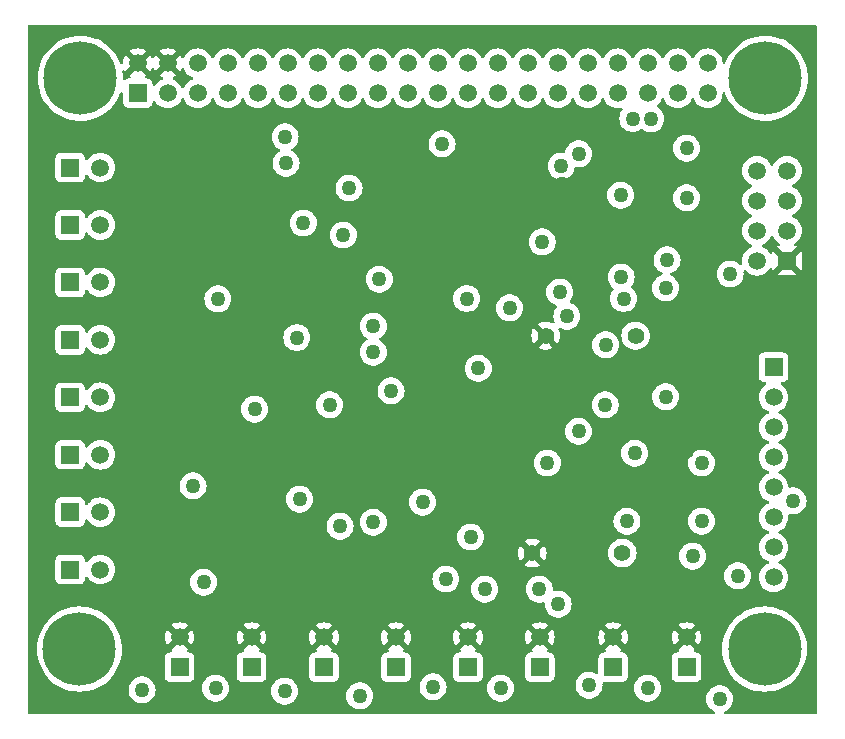
<source format=gbr>
%TF.GenerationSoftware,KiCad,Pcbnew,7.0.1-3b83917a11~172~ubuntu22.04.1*%
%TF.CreationDate,2023-03-24T22:05:32-05:00*%
%TF.ProjectId,pi_hat_forclayton3,70695f68-6174-45f6-966f-72636c617974,rev?*%
%TF.SameCoordinates,Original*%
%TF.FileFunction,Copper,L2,Inr*%
%TF.FilePolarity,Positive*%
%FSLAX46Y46*%
G04 Gerber Fmt 4.6, Leading zero omitted, Abs format (unit mm)*
G04 Created by KiCad (PCBNEW 7.0.1-3b83917a11~172~ubuntu22.04.1) date 2023-03-24 22:05:32*
%MOMM*%
%LPD*%
G01*
G04 APERTURE LIST*
%TA.AperFunction,ComponentPad*%
%ADD10C,6.200013*%
%TD*%
%TA.AperFunction,ComponentPad*%
%ADD11R,1.499997X1.499997*%
%TD*%
%TA.AperFunction,ComponentPad*%
%ADD12C,1.499997*%
%TD*%
%TA.AperFunction,ComponentPad*%
%ADD13C,1.399997*%
%TD*%
%TA.AperFunction,ViaPad*%
%ADD14C,1.270000*%
%TD*%
G04 APERTURE END LIST*
D10*
%TO.N,*%
%TO.C,*%
X4556600Y-4627771D03*
%TD*%
%TO.N,*%
%TO.C,*%
X62494000Y-52956148D03*
%TD*%
D11*
%TO.N,NetD1_H8_2*%
%TO.C,M\u002A1_H8*%
X55890000Y-54496150D03*
D12*
%TO.N,5V*%
X55890000Y-51956150D03*
%TD*%
D11*
%TO.N,5V*%
%TO.C,P3*%
X64399000Y-20076000D03*
D12*
%TO.N,Button0*%
X61859000Y-20076000D03*
%TO.N,NetC7_1*%
X64399000Y-17536000D03*
%TO.N,Button1*%
X61859000Y-17536000D03*
%TO.N,NetC6_1*%
X64399000Y-14996000D03*
%TO.N,Button2*%
X61859000Y-14996000D03*
%TO.N,GPIO_12*%
X64399000Y-12456000D03*
%TO.N,GND*%
X61859000Y-12456000D03*
%TD*%
D11*
%TO.N,NetD1_H5_2*%
%TO.C,M\u002A1_H5*%
X37385998Y-54496150D03*
D12*
%TO.N,5V*%
X37385998Y-51956150D03*
%TD*%
D11*
%TO.N,NetD1_H6_2*%
%TO.C,M\u002A1_H6*%
X43462999Y-54496150D03*
D12*
%TO.N,5V*%
X43462999Y-51956150D03*
%TD*%
D11*
%TO.N,NetD1_H4_2*%
%TO.C,M\u002A1_H4*%
X31289998Y-54496150D03*
D12*
%TO.N,5V*%
X31289998Y-51956150D03*
%TD*%
D11*
%TO.N,GND*%
%TO.C,MK3_A_IN_2*%
X3711034Y-36500554D03*
D12*
%TO.N,NetC3_A_in_2_2*%
X6251034Y-36500554D03*
%TD*%
D11*
%TO.N,audio_ch_out_0*%
%TO.C,P2*%
X63256000Y-29093000D03*
D12*
%TO.N,audio_ch_out_1*%
X63256000Y-31633000D03*
%TO.N,audio_ch_out_2*%
X63256000Y-34173000D03*
%TO.N,audio_ch_out_3*%
X63256000Y-36713000D03*
%TO.N,audio_ch_out_4*%
X63256000Y-39253000D03*
%TO.N,audio_ch_out_5*%
X63256000Y-41793000D03*
%TO.N,audio_ch_out_6*%
X63256000Y-44333000D03*
%TO.N,audio_ch_out_7*%
X63256000Y-46873000D03*
%TD*%
D11*
%TO.N,NetD1_H3_2*%
%TO.C,M\u002A1_H3*%
X25193998Y-54496150D03*
D12*
%TO.N,5V*%
X25193998Y-51956150D03*
%TD*%
D10*
%TO.N,*%
%TO.C,*%
X4494014Y-52956148D03*
%TD*%
D11*
%TO.N,GND*%
%TO.C,MK4_A_IN_2*%
X3711034Y-46225097D03*
D12*
%TO.N,NetC4_A_in_2_2*%
X6251034Y-46225097D03*
%TD*%
D13*
%TO.N,audio_ref_A_in_1*%
%TO.C,R14_A_IN_1*%
X51572000Y-26426000D03*
%TO.N,5V*%
X43952000Y-26426000D03*
%TD*%
D11*
%TO.N,NetD1_H2_2*%
%TO.C,M\u002A1_H2*%
X19060000Y-54496150D03*
D12*
%TO.N,5V*%
X19060000Y-51956150D03*
%TD*%
D11*
%TO.N,3.3V*%
%TO.C,P1*%
X9426593Y-5897771D03*
D12*
%TO.N,5V*%
X9426593Y-3357771D03*
%TO.N,audio_ch_out_0*%
X11966593Y-5897771D03*
%TO.N,5V*%
X11966593Y-3357771D03*
%TO.N,audio_ch_out_1*%
X14506593Y-5897771D03*
%TO.N,GND*%
X14506593Y-3357771D03*
%TO.N,audio_ch_out_2*%
X17046593Y-5897771D03*
%TO.N,GPIO_14*%
X17046593Y-3357771D03*
%TO.N,GND*%
X19586593Y-5897771D03*
%TO.N,GPIO_15*%
X19586593Y-3357771D03*
%TO.N,Button0*%
X22126593Y-5897771D03*
%TO.N,GPIO_18*%
X22126593Y-3357771D03*
%TO.N,Button1*%
X24666593Y-5897771D03*
%TO.N,GND*%
X24666593Y-3357771D03*
%TO.N,Button2*%
X27206593Y-5897771D03*
%TO.N,GPIO_23*%
X27206593Y-3357771D03*
%TO.N,3.3V*%
X29746593Y-5897771D03*
%TO.N,GPIO_24*%
X29746593Y-3357771D03*
%TO.N,GPIO_10*%
X32286593Y-5897771D03*
%TO.N,GND*%
X32286593Y-3357771D03*
%TO.N,audio_ch_out_3*%
X34826593Y-5897771D03*
%TO.N,GPIO_25*%
X34826593Y-3357771D03*
%TO.N,GPIO_11*%
X37366593Y-5897771D03*
%TO.N,GPIO_8*%
X37366593Y-3357771D03*
%TO.N,GND*%
X39906593Y-5897771D03*
%TO.N,GPIO_7*%
X39906593Y-3357771D03*
%TO.N,GPIO_0*%
X42446593Y-5897771D03*
%TO.N,GPIO_1*%
X42446593Y-3357771D03*
%TO.N,GPIO_5*%
X44986593Y-5897771D03*
%TO.N,GND*%
X44986593Y-3357771D03*
%TO.N,GPIO_6*%
X47526593Y-5897771D03*
%TO.N,GPIO_12*%
X47526593Y-3357771D03*
%TO.N,GPIO_13*%
X50066593Y-5897771D03*
%TO.N,GND*%
X50066593Y-3357771D03*
%TO.N,audio_ch_out_5*%
X52606593Y-5897771D03*
%TO.N,audio_ch_out_4*%
X52606593Y-3357771D03*
%TO.N,audio_ch_out_7*%
X55146593Y-5897771D03*
%TO.N,audio_ch_out_6*%
X55146593Y-3357771D03*
%TO.N,GND*%
X57686593Y-5897771D03*
%TO.N,GPIO_21*%
X57686593Y-3357771D03*
%TD*%
D11*
%TO.N,NetD1_H7_2*%
%TO.C,M\u002A1_H7*%
X49685999Y-54496150D03*
D12*
%TO.N,5V*%
X49685999Y-51956150D03*
%TD*%
D13*
%TO.N,audio_ref_A_in_2*%
%TO.C,R14_A_IN_2*%
X50456991Y-44828097D03*
%TO.N,5V*%
X42836991Y-44828097D03*
%TD*%
D11*
%TO.N,GND*%
%TO.C,MK2_A_IN_2*%
X3711034Y-31638284D03*
D12*
%TO.N,NetC2_A_in_2_2*%
X6251034Y-31638284D03*
%TD*%
D11*
%TO.N,NetD1_H1_2*%
%TO.C,M\u002A1_H1*%
X12964000Y-54496150D03*
D12*
%TO.N,5V*%
X12964000Y-51956150D03*
%TD*%
D11*
%TO.N,GND*%
%TO.C,MK1_A_IN_2*%
X3711034Y-41362825D03*
D12*
%TO.N,NetC1_A_in_2_2*%
X6251034Y-41362825D03*
%TD*%
D11*
%TO.N,GND*%
%TO.C,MK1_A_IN_1*%
X3711034Y-21913690D03*
D12*
%TO.N,NetC1_A_in_1_2*%
X6251034Y-21913690D03*
%TD*%
D11*
%TO.N,GND*%
%TO.C,MK4_A_IN_1*%
X3711034Y-26776012D03*
D12*
%TO.N,NetC4_A_in_1_2*%
X6251034Y-26776012D03*
%TD*%
D11*
%TO.N,GND*%
%TO.C,MK2_A_IN_1*%
X3711034Y-12189147D03*
D12*
%TO.N,NetC2_A_in_1_2*%
X6251034Y-12189147D03*
%TD*%
D11*
%TO.N,GND*%
%TO.C,MK3_A_IN_1*%
X3711034Y-17051419D03*
D12*
%TO.N,NetC3_A_in_1_2*%
X6251034Y-17051419D03*
%TD*%
D10*
%TO.N,*%
%TO.C,*%
X62556586Y-4627771D03*
%TD*%
D14*
%TO.N,GND*%
X25664000Y-32268000D03*
X59581814Y-21196013D03*
X56398000Y-45095000D03*
X26553000Y-42555000D03*
X55890000Y-14742000D03*
X54112000Y-22362000D03*
X21981000Y-11821000D03*
X23124000Y-40269000D03*
X19314000Y-32649000D03*
X35189000Y-10170000D03*
X60208000Y-46746000D03*
%TO.N,5V*%
X46124056Y-28609130D03*
X13641977Y-42560131D03*
X20601983Y-44689108D03*
X46053037Y-17536000D03*
X2677000Y-8620600D03*
X23759000Y-34046000D03*
X57922000Y-16139000D03*
X21871983Y-24731972D03*
X13599000Y-28839000D03*
X41031000Y-28839000D03*
X22743508Y-18475800D03*
X9433400Y-14996000D03*
X55890000Y-36174012D03*
X21611989Y-30505088D03*
X41031000Y-15631000D03*
X45349000Y-13599000D03*
X14667934Y-35829080D03*
%TO.N,audio_ch_out_0*%
X46746000Y-11013001D03*
%TO.N,audio_ch_out_1*%
X21899364Y-9591236D03*
X45269092Y-12075000D03*
%TO.N,audio_ch_out_2*%
X52867400Y-8061800D03*
X54239000Y-19999800D03*
%TO.N,audio_ch_out_3*%
X55890000Y-10551000D03*
%TO.N,audio_ch_out_6*%
X57160000Y-37195600D03*
X30871000Y-31084106D03*
X57160000Y-42123200D03*
%TO.N,audio_ch_out_7*%
X38262400Y-29194600D03*
X45023956Y-49159000D03*
X64907000Y-40396000D03*
%TO.N,GPIO_1*%
X47635000Y-56017000D03*
%TO.N,GPIO_7*%
X40142000Y-56271000D03*
%TO.N,GPIO_23*%
X21854000Y-56525000D03*
%TO.N,GPIO_24*%
X28204000Y-56906000D03*
%TO.N,GPIO_25*%
X34427000Y-56144000D03*
%TO.N,audio_ch_out_4*%
X49032000Y-27188000D03*
%TO.N,audio_ch_out_5*%
X54112000Y-31580676D03*
X50556000Y-23276400D03*
%TO.N,NetC1_A_in_1_2*%
X22895400Y-26578400D03*
X23454200Y-16875600D03*
%TO.N,NetC1_A_in_2_1*%
X35519200Y-47025400D03*
X14996000Y-47304800D03*
X14107000Y-39126000D03*
X37602000Y-43469400D03*
%TO.N,GPIO_11*%
X52588000Y-56271000D03*
%TO.N,bias_A_in_1*%
X16215200Y-23301800D03*
X43672600Y-18475800D03*
%TO.N,bias_A_in_2*%
X29372400Y-27823000D03*
X29372400Y-42224800D03*
%TO.N,GPIO_15*%
X9789000Y-56398000D03*
%TO.N,GPIO_18*%
X16012000Y-56271000D03*
%TO.N,Button1*%
X58684000Y-57160000D03*
%TO.N,ch2_+2in_A_in_1*%
X27315000Y-13925085D03*
X26832400Y-17891600D03*
%TO.N,ch2_+2in_A_in_2*%
X43418600Y-47878992D03*
X38795800Y-47878992D03*
X33538000Y-40523000D03*
X44104400Y-37195600D03*
%TO.N,ch2_out2_A_in_2*%
X49006600Y-32268000D03*
X46746051Y-34528549D03*
%TO.N,ch3_out3_A_in_1*%
X37271800Y-23276400D03*
X45145800Y-22743000D03*
X40904000Y-24063800D03*
X45755400Y-24775000D03*
%TO.N,ch4_out4_A_in_1*%
X29372400Y-25613200D03*
X29880400Y-21650800D03*
%TO.N,audio_ref_A_in_1*%
X50307486Y-14533314D03*
X50352800Y-21447600D03*
%TO.N,audio_ref_A_in_2*%
X51495800Y-36382800D03*
X50845458Y-42142809D03*
%TO.N,Button0*%
X51343400Y-8036400D03*
%TD*%
%TA.AperFunction,Conductor*%
%TO.N,5V*%
G36*
X66891900Y-118713D02*
G01*
X66937287Y-164100D01*
X66953900Y-226100D01*
X66953900Y-58320900D01*
X66937287Y-58382900D01*
X66891900Y-58428287D01*
X66829900Y-58444900D01*
X59173958Y-58444900D01*
X59108680Y-58426327D01*
X59062958Y-58376171D01*
X59050487Y-58309459D01*
X59075004Y-58246173D01*
X59129162Y-58205274D01*
X59192304Y-58180813D01*
X59371223Y-58070031D01*
X59526740Y-57928259D01*
X59653558Y-57760325D01*
X59653558Y-57760323D01*
X59653560Y-57760322D01*
X59747359Y-57571947D01*
X59804948Y-57369544D01*
X59810648Y-57308029D01*
X59824365Y-57160000D01*
X59804948Y-56950458D01*
X59804948Y-56950455D01*
X59747359Y-56748052D01*
X59653560Y-56559677D01*
X59526739Y-56391739D01*
X59371225Y-56249970D01*
X59192304Y-56139187D01*
X59124844Y-56113053D01*
X58996076Y-56063168D01*
X58789220Y-56024500D01*
X58578780Y-56024500D01*
X58381088Y-56061455D01*
X58371924Y-56063168D01*
X58175695Y-56139187D01*
X57996774Y-56249970D01*
X57841260Y-56391739D01*
X57714439Y-56559677D01*
X57620640Y-56748052D01*
X57563051Y-56950455D01*
X57543635Y-57160000D01*
X57563051Y-57369544D01*
X57620640Y-57571947D01*
X57714439Y-57760322D01*
X57841260Y-57928260D01*
X57996774Y-58070029D01*
X57996776Y-58070030D01*
X57996777Y-58070031D01*
X58175696Y-58180813D01*
X58238837Y-58205274D01*
X58292996Y-58246173D01*
X58317513Y-58309459D01*
X58305042Y-58376171D01*
X58259320Y-58426327D01*
X58194042Y-58444900D01*
X226100Y-58444900D01*
X164100Y-58428287D01*
X118713Y-58382900D01*
X102100Y-58320900D01*
X102100Y-52956148D01*
X888567Y-52956148D01*
X908318Y-53333022D01*
X967353Y-53705759D01*
X1065029Y-54070291D01*
X1200275Y-54422617D01*
X1371604Y-54758872D01*
X1577143Y-55075373D01*
X1577146Y-55075377D01*
X1814645Y-55368663D01*
X2081499Y-55635517D01*
X2374785Y-55873016D01*
X2374787Y-55873017D01*
X2374788Y-55873018D01*
X2691289Y-56078557D01*
X2819729Y-56144000D01*
X3027547Y-56249888D01*
X3379870Y-56385132D01*
X3744402Y-56482808D01*
X3930770Y-56512325D01*
X4117142Y-56541844D01*
X4494014Y-56561595D01*
X4870886Y-56541844D01*
X5113498Y-56503417D01*
X5243625Y-56482808D01*
X5243629Y-56482807D01*
X5560134Y-56398000D01*
X8648635Y-56398000D01*
X8668051Y-56607544D01*
X8725640Y-56809947D01*
X8819439Y-56998322D01*
X8946260Y-57166260D01*
X9101774Y-57308029D01*
X9101776Y-57308030D01*
X9101777Y-57308031D01*
X9280696Y-57418813D01*
X9476924Y-57494832D01*
X9683780Y-57533500D01*
X9894218Y-57533500D01*
X9894220Y-57533500D01*
X10101076Y-57494832D01*
X10297304Y-57418813D01*
X10476223Y-57308031D01*
X10631740Y-57166259D01*
X10758558Y-56998325D01*
X10758558Y-56998323D01*
X10758560Y-56998322D01*
X10852359Y-56809947D01*
X10909948Y-56607544D01*
X10914383Y-56559677D01*
X10929365Y-56398000D01*
X10917597Y-56270999D01*
X14871635Y-56270999D01*
X14891051Y-56480544D01*
X14948640Y-56682947D01*
X15042439Y-56871322D01*
X15169260Y-57039260D01*
X15324774Y-57181029D01*
X15324776Y-57181030D01*
X15324777Y-57181031D01*
X15503696Y-57291813D01*
X15699924Y-57367832D01*
X15906780Y-57406500D01*
X16117218Y-57406500D01*
X16117220Y-57406500D01*
X16324076Y-57367832D01*
X16520304Y-57291813D01*
X16699223Y-57181031D01*
X16854740Y-57039259D01*
X16981558Y-56871325D01*
X16981558Y-56871323D01*
X16981560Y-56871322D01*
X17075359Y-56682947D01*
X17120299Y-56525000D01*
X20713635Y-56525000D01*
X20733051Y-56734544D01*
X20790640Y-56936947D01*
X20884439Y-57125322D01*
X21011260Y-57293260D01*
X21166774Y-57435029D01*
X21166776Y-57435030D01*
X21166777Y-57435031D01*
X21345696Y-57545813D01*
X21541924Y-57621832D01*
X21748780Y-57660500D01*
X21959218Y-57660500D01*
X21959220Y-57660500D01*
X22166076Y-57621832D01*
X22362304Y-57545813D01*
X22541223Y-57435031D01*
X22644900Y-57340516D01*
X22696739Y-57293260D01*
X22697832Y-57291813D01*
X22823558Y-57125325D01*
X22823558Y-57125323D01*
X22823560Y-57125322D01*
X22917359Y-56936947D01*
X22926164Y-56906000D01*
X27063635Y-56906000D01*
X27083051Y-57115544D01*
X27140640Y-57317947D01*
X27234439Y-57506322D01*
X27361260Y-57674260D01*
X27516774Y-57816029D01*
X27516776Y-57816030D01*
X27516777Y-57816031D01*
X27695696Y-57926813D01*
X27891924Y-58002832D01*
X28098780Y-58041500D01*
X28309218Y-58041500D01*
X28309220Y-58041500D01*
X28516076Y-58002832D01*
X28712304Y-57926813D01*
X28891223Y-57816031D01*
X29046740Y-57674259D01*
X29173558Y-57506325D01*
X29173558Y-57506323D01*
X29173560Y-57506322D01*
X29267359Y-57317947D01*
X29324948Y-57115544D01*
X29330648Y-57054029D01*
X29344365Y-56906000D01*
X29324948Y-56696458D01*
X29324948Y-56696455D01*
X29267359Y-56494052D01*
X29173560Y-56305677D01*
X29051467Y-56144000D01*
X33286635Y-56144000D01*
X33306051Y-56353544D01*
X33363640Y-56555947D01*
X33457439Y-56744322D01*
X33584260Y-56912260D01*
X33739774Y-57054029D01*
X33739776Y-57054030D01*
X33739777Y-57054031D01*
X33918696Y-57164813D01*
X34114924Y-57240832D01*
X34321780Y-57279500D01*
X34532218Y-57279500D01*
X34532220Y-57279500D01*
X34739076Y-57240832D01*
X34935304Y-57164813D01*
X35114223Y-57054031D01*
X35227841Y-56950455D01*
X35269739Y-56912260D01*
X35269740Y-56912259D01*
X35396558Y-56744325D01*
X35396558Y-56744323D01*
X35396560Y-56744322D01*
X35490359Y-56555947D01*
X35547948Y-56353544D01*
X35552383Y-56305677D01*
X35555596Y-56270999D01*
X39001635Y-56270999D01*
X39021051Y-56480544D01*
X39078640Y-56682947D01*
X39172439Y-56871322D01*
X39299260Y-57039260D01*
X39454774Y-57181029D01*
X39454776Y-57181030D01*
X39454777Y-57181031D01*
X39633696Y-57291813D01*
X39829924Y-57367832D01*
X40036780Y-57406500D01*
X40247218Y-57406500D01*
X40247220Y-57406500D01*
X40454076Y-57367832D01*
X40650304Y-57291813D01*
X40829223Y-57181031D01*
X40984740Y-57039259D01*
X41111558Y-56871325D01*
X41111558Y-56871323D01*
X41111560Y-56871322D01*
X41205359Y-56682947D01*
X41262948Y-56480544D01*
X41267729Y-56428947D01*
X41282365Y-56271000D01*
X41267501Y-56110598D01*
X41262948Y-56061455D01*
X41250299Y-56017000D01*
X46494635Y-56017000D01*
X46514051Y-56226544D01*
X46571640Y-56428947D01*
X46665439Y-56617322D01*
X46792260Y-56785260D01*
X46947774Y-56927029D01*
X46947776Y-56927030D01*
X46947777Y-56927031D01*
X47126696Y-57037813D01*
X47322924Y-57113832D01*
X47529780Y-57152500D01*
X47740218Y-57152500D01*
X47740220Y-57152500D01*
X47947076Y-57113832D01*
X48143304Y-57037813D01*
X48322223Y-56927031D01*
X48425900Y-56832516D01*
X48477739Y-56785260D01*
X48477740Y-56785259D01*
X48604558Y-56617325D01*
X48604558Y-56617323D01*
X48604560Y-56617322D01*
X48698359Y-56428947D01*
X48743299Y-56270999D01*
X51447635Y-56270999D01*
X51467051Y-56480544D01*
X51524640Y-56682947D01*
X51618439Y-56871322D01*
X51745260Y-57039260D01*
X51900774Y-57181029D01*
X51900776Y-57181030D01*
X51900777Y-57181031D01*
X52079696Y-57291813D01*
X52275924Y-57367832D01*
X52482780Y-57406500D01*
X52693218Y-57406500D01*
X52693220Y-57406500D01*
X52900076Y-57367832D01*
X53096304Y-57291813D01*
X53275223Y-57181031D01*
X53430740Y-57039259D01*
X53557558Y-56871325D01*
X53557558Y-56871323D01*
X53557560Y-56871322D01*
X53651359Y-56682947D01*
X53708948Y-56480544D01*
X53713729Y-56428947D01*
X53728365Y-56271000D01*
X53713501Y-56110598D01*
X53708948Y-56061455D01*
X53651359Y-55859052D01*
X53557560Y-55670677D01*
X53430739Y-55502739D01*
X53275225Y-55360970D01*
X53167094Y-55294018D01*
X54639501Y-55294018D01*
X54645910Y-55353633D01*
X54648647Y-55360970D01*
X54696205Y-55488480D01*
X54782455Y-55603695D01*
X54897670Y-55689945D01*
X55032518Y-55740240D01*
X55092128Y-55746649D01*
X56687871Y-55746648D01*
X56747482Y-55740240D01*
X56882330Y-55689945D01*
X56997545Y-55603695D01*
X57083795Y-55488480D01*
X57134090Y-55353632D01*
X57140499Y-55294022D01*
X57140498Y-53698279D01*
X57134090Y-53638668D01*
X57083795Y-53503820D01*
X56997545Y-53388605D01*
X56882330Y-53302355D01*
X56747482Y-53252060D01*
X56687872Y-53245651D01*
X56687868Y-53245651D01*
X56620984Y-53245651D01*
X56560868Y-53230104D01*
X56515826Y-53187362D01*
X56497154Y-53128142D01*
X56509533Y-53067294D01*
X56549859Y-53020077D01*
X56579569Y-52999272D01*
X56536445Y-52956148D01*
X58888553Y-52956148D01*
X58908304Y-53333022D01*
X58967339Y-53705759D01*
X59065015Y-54070291D01*
X59200261Y-54422617D01*
X59371590Y-54758872D01*
X59577129Y-55075373D01*
X59577132Y-55075377D01*
X59814631Y-55368663D01*
X60081485Y-55635517D01*
X60374771Y-55873016D01*
X60374773Y-55873017D01*
X60374774Y-55873018D01*
X60691275Y-56078557D01*
X60819715Y-56144000D01*
X61027533Y-56249888D01*
X61379856Y-56385132D01*
X61744388Y-56482808D01*
X61930756Y-56512325D01*
X62117128Y-56541844D01*
X62494000Y-56561595D01*
X62870872Y-56541844D01*
X63113484Y-56503417D01*
X63243611Y-56482808D01*
X63243615Y-56482807D01*
X63608144Y-56385132D01*
X63960467Y-56249888D01*
X64296724Y-56078557D01*
X64613229Y-55873016D01*
X64906515Y-55635517D01*
X65173369Y-55368663D01*
X65410868Y-55075377D01*
X65616409Y-54758872D01*
X65787740Y-54422615D01*
X65922984Y-54070292D01*
X66020659Y-53705763D01*
X66021845Y-53698279D01*
X66070892Y-53388605D01*
X66079696Y-53333020D01*
X66099447Y-52956148D01*
X66079696Y-52579276D01*
X66050177Y-52392904D01*
X66020660Y-52206536D01*
X65922984Y-51842004D01*
X65787740Y-51489681D01*
X65616407Y-51153420D01*
X65410870Y-50836922D01*
X65301107Y-50701376D01*
X65173369Y-50543633D01*
X64906515Y-50276779D01*
X64613229Y-50039280D01*
X64613227Y-50039279D01*
X64613225Y-50039277D01*
X64296724Y-49833738D01*
X63960469Y-49662409D01*
X63960468Y-49662408D01*
X63960467Y-49662408D01*
X63864011Y-49625382D01*
X63608143Y-49527163D01*
X63243611Y-49429487D01*
X62870874Y-49370452D01*
X62494000Y-49350701D01*
X62117125Y-49370452D01*
X61744388Y-49429487D01*
X61379856Y-49527163D01*
X61027533Y-49662407D01*
X60691272Y-49833740D01*
X60374774Y-50039277D01*
X60081481Y-50276782D01*
X59814634Y-50543629D01*
X59577129Y-50836922D01*
X59371592Y-51153420D01*
X59200259Y-51489681D01*
X59065015Y-51842004D01*
X58967339Y-52206536D01*
X58908304Y-52579273D01*
X58888553Y-52956148D01*
X56536445Y-52956148D01*
X55890001Y-52309703D01*
X55890000Y-52309703D01*
X55200428Y-52999272D01*
X55230139Y-53020076D01*
X55270466Y-53067293D01*
X55282846Y-53128140D01*
X55264175Y-53187360D01*
X55219134Y-53230103D01*
X55159018Y-53245651D01*
X55092131Y-53245651D01*
X55032516Y-53252060D01*
X54897670Y-53302355D01*
X54782455Y-53388605D01*
X54696205Y-53503819D01*
X54645910Y-53638667D01*
X54639501Y-53698281D01*
X54639501Y-55294018D01*
X53167094Y-55294018D01*
X53096304Y-55250187D01*
X53054440Y-55233969D01*
X52900076Y-55174168D01*
X52693220Y-55135500D01*
X52482780Y-55135500D01*
X52275923Y-55174168D01*
X52275924Y-55174168D01*
X52079695Y-55250187D01*
X51900774Y-55360970D01*
X51745260Y-55502739D01*
X51618439Y-55670677D01*
X51524640Y-55859052D01*
X51467051Y-56061455D01*
X51447635Y-56270999D01*
X48743299Y-56270999D01*
X48755948Y-56226544D01*
X48759477Y-56188455D01*
X48775365Y-56017000D01*
X48762863Y-55882087D01*
X48775334Y-55815377D01*
X48821056Y-55765221D01*
X48886334Y-55746648D01*
X48888118Y-55746648D01*
X48888127Y-55746649D01*
X50483870Y-55746648D01*
X50543481Y-55740240D01*
X50678329Y-55689945D01*
X50793544Y-55603695D01*
X50879794Y-55488480D01*
X50930089Y-55353632D01*
X50936498Y-55294022D01*
X50936497Y-53698279D01*
X50930089Y-53638668D01*
X50879794Y-53503820D01*
X50793544Y-53388605D01*
X50678329Y-53302355D01*
X50543481Y-53252060D01*
X50483871Y-53245651D01*
X50483867Y-53245651D01*
X50416983Y-53245651D01*
X50356867Y-53230104D01*
X50311825Y-53187362D01*
X50293153Y-53128142D01*
X50305532Y-53067294D01*
X50345858Y-53020077D01*
X50375568Y-52999272D01*
X49686000Y-52309703D01*
X49685999Y-52309703D01*
X48996427Y-52999272D01*
X49026138Y-53020076D01*
X49066465Y-53067293D01*
X49078845Y-53128140D01*
X49060174Y-53187360D01*
X49015133Y-53230103D01*
X48955017Y-53245651D01*
X48888130Y-53245651D01*
X48828515Y-53252060D01*
X48693669Y-53302355D01*
X48578454Y-53388605D01*
X48492204Y-53503819D01*
X48441909Y-53638667D01*
X48435500Y-53698282D01*
X48435500Y-54954484D01*
X48418407Y-55017309D01*
X48371839Y-55062813D01*
X48308636Y-55078451D01*
X48246223Y-55059911D01*
X48143307Y-54996188D01*
X48035656Y-54954484D01*
X47947076Y-54920168D01*
X47740220Y-54881500D01*
X47529780Y-54881500D01*
X47322923Y-54920168D01*
X47322924Y-54920168D01*
X47126695Y-54996187D01*
X46947774Y-55106970D01*
X46792260Y-55248739D01*
X46665439Y-55416677D01*
X46571640Y-55605052D01*
X46514051Y-55807455D01*
X46494635Y-56017000D01*
X41250299Y-56017000D01*
X41205359Y-55859052D01*
X41111560Y-55670677D01*
X40984739Y-55502739D01*
X40829225Y-55360970D01*
X40721094Y-55294018D01*
X42212500Y-55294018D01*
X42218909Y-55353633D01*
X42221646Y-55360970D01*
X42269204Y-55488480D01*
X42355454Y-55603695D01*
X42470669Y-55689945D01*
X42605517Y-55740240D01*
X42665127Y-55746649D01*
X44260870Y-55746648D01*
X44320481Y-55740240D01*
X44455329Y-55689945D01*
X44570544Y-55603695D01*
X44656794Y-55488480D01*
X44707089Y-55353632D01*
X44713498Y-55294022D01*
X44713497Y-53698279D01*
X44707089Y-53638668D01*
X44656794Y-53503820D01*
X44570544Y-53388605D01*
X44455329Y-53302355D01*
X44320481Y-53252060D01*
X44260871Y-53245651D01*
X44260867Y-53245651D01*
X44193983Y-53245651D01*
X44133867Y-53230104D01*
X44088825Y-53187362D01*
X44070153Y-53128142D01*
X44082532Y-53067294D01*
X44122858Y-53020077D01*
X44152568Y-52999272D01*
X43463000Y-52309703D01*
X43462999Y-52309703D01*
X42773427Y-52999272D01*
X42803138Y-53020076D01*
X42843465Y-53067293D01*
X42855845Y-53128140D01*
X42837174Y-53187360D01*
X42792133Y-53230103D01*
X42732017Y-53245651D01*
X42665130Y-53245651D01*
X42605515Y-53252060D01*
X42470669Y-53302355D01*
X42355454Y-53388605D01*
X42269204Y-53503819D01*
X42218909Y-53638667D01*
X42212500Y-53698281D01*
X42212500Y-55294018D01*
X40721094Y-55294018D01*
X40650304Y-55250187D01*
X40608440Y-55233969D01*
X40454076Y-55174168D01*
X40247220Y-55135500D01*
X40036780Y-55135500D01*
X39829923Y-55174168D01*
X39829924Y-55174168D01*
X39633695Y-55250187D01*
X39454774Y-55360970D01*
X39299260Y-55502739D01*
X39172439Y-55670677D01*
X39078640Y-55859052D01*
X39021051Y-56061455D01*
X39001635Y-56270999D01*
X35555596Y-56270999D01*
X35567365Y-56144000D01*
X35547948Y-55934458D01*
X35547948Y-55934455D01*
X35490359Y-55732052D01*
X35396560Y-55543677D01*
X35269739Y-55375739D01*
X35180095Y-55294018D01*
X36135499Y-55294018D01*
X36141908Y-55353633D01*
X36144645Y-55360970D01*
X36192203Y-55488480D01*
X36278453Y-55603695D01*
X36393668Y-55689945D01*
X36528516Y-55740240D01*
X36588126Y-55746649D01*
X38183869Y-55746648D01*
X38243480Y-55740240D01*
X38378328Y-55689945D01*
X38493543Y-55603695D01*
X38579793Y-55488480D01*
X38630088Y-55353632D01*
X38636497Y-55294022D01*
X38636496Y-53698279D01*
X38630088Y-53638668D01*
X38579793Y-53503820D01*
X38493543Y-53388605D01*
X38378328Y-53302355D01*
X38243480Y-53252060D01*
X38183870Y-53245651D01*
X38183866Y-53245651D01*
X38116982Y-53245651D01*
X38056866Y-53230104D01*
X38011824Y-53187362D01*
X37993152Y-53128142D01*
X38005531Y-53067294D01*
X38045857Y-53020077D01*
X38075567Y-52999272D01*
X37385999Y-52309703D01*
X37385998Y-52309703D01*
X36696426Y-52999272D01*
X36726137Y-53020076D01*
X36766464Y-53067293D01*
X36778844Y-53128140D01*
X36760173Y-53187360D01*
X36715132Y-53230103D01*
X36655016Y-53245651D01*
X36588129Y-53245651D01*
X36528514Y-53252060D01*
X36393668Y-53302355D01*
X36278453Y-53388605D01*
X36192203Y-53503819D01*
X36141908Y-53638667D01*
X36135499Y-53698281D01*
X36135499Y-55294018D01*
X35180095Y-55294018D01*
X35114225Y-55233970D01*
X34935304Y-55123187D01*
X34893440Y-55106969D01*
X34739076Y-55047168D01*
X34532220Y-55008500D01*
X34321780Y-55008500D01*
X34114924Y-55047167D01*
X34114924Y-55047168D01*
X33918695Y-55123187D01*
X33739774Y-55233970D01*
X33584260Y-55375739D01*
X33457439Y-55543677D01*
X33363640Y-55732052D01*
X33306051Y-55934455D01*
X33286635Y-56144000D01*
X29051467Y-56144000D01*
X29046739Y-56137739D01*
X28891225Y-55995970D01*
X28712304Y-55885187D01*
X28644844Y-55859053D01*
X28516076Y-55809168D01*
X28309220Y-55770500D01*
X28098780Y-55770500D01*
X27953396Y-55797677D01*
X27891924Y-55809168D01*
X27695695Y-55885187D01*
X27516774Y-55995970D01*
X27361260Y-56137739D01*
X27234439Y-56305677D01*
X27140640Y-56494052D01*
X27083051Y-56696455D01*
X27063635Y-56906000D01*
X22926164Y-56906000D01*
X22974948Y-56734544D01*
X22979729Y-56682947D01*
X22994365Y-56525000D01*
X22974948Y-56315458D01*
X22974948Y-56315455D01*
X22917359Y-56113052D01*
X22823560Y-55924677D01*
X22696739Y-55756739D01*
X22541225Y-55614970D01*
X22362304Y-55504187D01*
X22320440Y-55487969D01*
X22166076Y-55428168D01*
X21959220Y-55389500D01*
X21748780Y-55389500D01*
X21603396Y-55416677D01*
X21541924Y-55428168D01*
X21345695Y-55504187D01*
X21166774Y-55614970D01*
X21011260Y-55756739D01*
X20884439Y-55924677D01*
X20790640Y-56113052D01*
X20733051Y-56315455D01*
X20713635Y-56525000D01*
X17120299Y-56525000D01*
X17132948Y-56480544D01*
X17137729Y-56428947D01*
X17152365Y-56271000D01*
X17137171Y-56107035D01*
X17132948Y-56061455D01*
X17075359Y-55859052D01*
X16981560Y-55670677D01*
X16854739Y-55502739D01*
X16699225Y-55360970D01*
X16591094Y-55294018D01*
X17809501Y-55294018D01*
X17815910Y-55353633D01*
X17818647Y-55360970D01*
X17866205Y-55488480D01*
X17952455Y-55603695D01*
X18067670Y-55689945D01*
X18202518Y-55740240D01*
X18262128Y-55746649D01*
X19857871Y-55746648D01*
X19917482Y-55740240D01*
X20052330Y-55689945D01*
X20167545Y-55603695D01*
X20253795Y-55488480D01*
X20304090Y-55353632D01*
X20310499Y-55294022D01*
X20310499Y-55294018D01*
X23943499Y-55294018D01*
X23949908Y-55353633D01*
X23952645Y-55360970D01*
X24000203Y-55488480D01*
X24086453Y-55603695D01*
X24201668Y-55689945D01*
X24336516Y-55740240D01*
X24396126Y-55746649D01*
X25991869Y-55746648D01*
X26051480Y-55740240D01*
X26186328Y-55689945D01*
X26301543Y-55603695D01*
X26387793Y-55488480D01*
X26438088Y-55353632D01*
X26444497Y-55294022D01*
X26444497Y-55294018D01*
X30039499Y-55294018D01*
X30045908Y-55353633D01*
X30048645Y-55360970D01*
X30096203Y-55488480D01*
X30182453Y-55603695D01*
X30297668Y-55689945D01*
X30432516Y-55740240D01*
X30492126Y-55746649D01*
X32087869Y-55746648D01*
X32147480Y-55740240D01*
X32282328Y-55689945D01*
X32397543Y-55603695D01*
X32483793Y-55488480D01*
X32534088Y-55353632D01*
X32540497Y-55294022D01*
X32540496Y-53698279D01*
X32534088Y-53638668D01*
X32483793Y-53503820D01*
X32397543Y-53388605D01*
X32282328Y-53302355D01*
X32147480Y-53252060D01*
X32087870Y-53245651D01*
X32087866Y-53245651D01*
X32020982Y-53245651D01*
X31960866Y-53230104D01*
X31915824Y-53187362D01*
X31897152Y-53128142D01*
X31909531Y-53067294D01*
X31949857Y-53020077D01*
X31979567Y-52999272D01*
X31289999Y-52309703D01*
X31289998Y-52309703D01*
X30600426Y-52999272D01*
X30630137Y-53020076D01*
X30670464Y-53067293D01*
X30682844Y-53128140D01*
X30664173Y-53187360D01*
X30619132Y-53230103D01*
X30559016Y-53245651D01*
X30492129Y-53245651D01*
X30432514Y-53252060D01*
X30297668Y-53302355D01*
X30182453Y-53388605D01*
X30096203Y-53503819D01*
X30045908Y-53638667D01*
X30039499Y-53698281D01*
X30039499Y-55294018D01*
X26444497Y-55294018D01*
X26444496Y-53698279D01*
X26438088Y-53638668D01*
X26387793Y-53503820D01*
X26301543Y-53388605D01*
X26186328Y-53302355D01*
X26051480Y-53252060D01*
X25991870Y-53245651D01*
X25991866Y-53245651D01*
X25924982Y-53245651D01*
X25864866Y-53230104D01*
X25819824Y-53187362D01*
X25801152Y-53128142D01*
X25813531Y-53067294D01*
X25853857Y-53020077D01*
X25883567Y-52999272D01*
X25193999Y-52309703D01*
X25193998Y-52309703D01*
X24504426Y-52999272D01*
X24534137Y-53020076D01*
X24574464Y-53067293D01*
X24586844Y-53128140D01*
X24568173Y-53187360D01*
X24523132Y-53230103D01*
X24463016Y-53245651D01*
X24396129Y-53245651D01*
X24336514Y-53252060D01*
X24201668Y-53302355D01*
X24086453Y-53388605D01*
X24000203Y-53503819D01*
X23949908Y-53638667D01*
X23943499Y-53698281D01*
X23943499Y-55294018D01*
X20310499Y-55294018D01*
X20310498Y-53698279D01*
X20304090Y-53638668D01*
X20253795Y-53503820D01*
X20167545Y-53388605D01*
X20052330Y-53302355D01*
X19917482Y-53252060D01*
X19857872Y-53245651D01*
X19857868Y-53245651D01*
X19790984Y-53245651D01*
X19730868Y-53230104D01*
X19685826Y-53187362D01*
X19667154Y-53128142D01*
X19679533Y-53067294D01*
X19719859Y-53020077D01*
X19749570Y-52999272D01*
X19060001Y-52309703D01*
X19060000Y-52309703D01*
X18370428Y-52999272D01*
X18400139Y-53020076D01*
X18440466Y-53067293D01*
X18452846Y-53128140D01*
X18434175Y-53187360D01*
X18389134Y-53230103D01*
X18329018Y-53245651D01*
X18262131Y-53245651D01*
X18202516Y-53252060D01*
X18067670Y-53302355D01*
X17952455Y-53388605D01*
X17866205Y-53503819D01*
X17815910Y-53638667D01*
X17809501Y-53698281D01*
X17809501Y-55294018D01*
X16591094Y-55294018D01*
X16520304Y-55250187D01*
X16478440Y-55233969D01*
X16324076Y-55174168D01*
X16117220Y-55135500D01*
X15906780Y-55135500D01*
X15699923Y-55174168D01*
X15699924Y-55174168D01*
X15503695Y-55250187D01*
X15324774Y-55360970D01*
X15169260Y-55502739D01*
X15042439Y-55670677D01*
X14948640Y-55859052D01*
X14891051Y-56061455D01*
X14871635Y-56270999D01*
X10917597Y-56270999D01*
X10909948Y-56188458D01*
X10909948Y-56188455D01*
X10852359Y-55986052D01*
X10758560Y-55797677D01*
X10631739Y-55629739D01*
X10476225Y-55487970D01*
X10297304Y-55377187D01*
X10236501Y-55353632D01*
X10101076Y-55301168D01*
X10062827Y-55294018D01*
X11713501Y-55294018D01*
X11719910Y-55353633D01*
X11722647Y-55360970D01*
X11770205Y-55488480D01*
X11856455Y-55603695D01*
X11971670Y-55689945D01*
X12106518Y-55740240D01*
X12166128Y-55746649D01*
X13761871Y-55746648D01*
X13821482Y-55740240D01*
X13956330Y-55689945D01*
X14071545Y-55603695D01*
X14157795Y-55488480D01*
X14208090Y-55353632D01*
X14214499Y-55294022D01*
X14214498Y-53698279D01*
X14208090Y-53638668D01*
X14157795Y-53503820D01*
X14071545Y-53388605D01*
X13956330Y-53302355D01*
X13821482Y-53252060D01*
X13761872Y-53245651D01*
X13761868Y-53245651D01*
X13694984Y-53245651D01*
X13634868Y-53230104D01*
X13589826Y-53187362D01*
X13571154Y-53128142D01*
X13583533Y-53067294D01*
X13623859Y-53020077D01*
X13653569Y-52999272D01*
X12964001Y-52309703D01*
X12964000Y-52309703D01*
X12274428Y-52999272D01*
X12304139Y-53020076D01*
X12344466Y-53067293D01*
X12356846Y-53128140D01*
X12338175Y-53187360D01*
X12293134Y-53230103D01*
X12233018Y-53245651D01*
X12166131Y-53245651D01*
X12106516Y-53252060D01*
X11971670Y-53302355D01*
X11856455Y-53388605D01*
X11770205Y-53503819D01*
X11719910Y-53638667D01*
X11713501Y-53698281D01*
X11713501Y-55294018D01*
X10062827Y-55294018D01*
X9894220Y-55262500D01*
X9683780Y-55262500D01*
X9515152Y-55294022D01*
X9476924Y-55301168D01*
X9280695Y-55377187D01*
X9101774Y-55487970D01*
X8946260Y-55629739D01*
X8819439Y-55797677D01*
X8725640Y-55986052D01*
X8668051Y-56188455D01*
X8648635Y-56398000D01*
X5560134Y-56398000D01*
X5608158Y-56385132D01*
X5960481Y-56249888D01*
X6296738Y-56078557D01*
X6613243Y-55873016D01*
X6906529Y-55635517D01*
X7173383Y-55368663D01*
X7410882Y-55075377D01*
X7616423Y-54758872D01*
X7787754Y-54422615D01*
X7922998Y-54070292D01*
X8020673Y-53705763D01*
X8021859Y-53698279D01*
X8070906Y-53388605D01*
X8079710Y-53333020D01*
X8099461Y-52956148D01*
X8079710Y-52579276D01*
X8050191Y-52392904D01*
X8020674Y-52206536D01*
X7953583Y-51956150D01*
X11709226Y-51956150D01*
X11728289Y-52174036D01*
X11784899Y-52385309D01*
X11877335Y-52583537D01*
X11920876Y-52645720D01*
X12610447Y-51956151D01*
X12610447Y-51956150D01*
X13317553Y-51956150D01*
X14007122Y-52645719D01*
X14050665Y-52583536D01*
X14143100Y-52385309D01*
X14199710Y-52174036D01*
X14218773Y-51956150D01*
X17805226Y-51956150D01*
X17824289Y-52174036D01*
X17880899Y-52385309D01*
X17973335Y-52583537D01*
X18016876Y-52645720D01*
X18706447Y-51956151D01*
X18706447Y-51956150D01*
X19413553Y-51956150D01*
X20103122Y-52645719D01*
X20146665Y-52583536D01*
X20239100Y-52385309D01*
X20295710Y-52174036D01*
X20314773Y-51956150D01*
X23939224Y-51956150D01*
X23958287Y-52174036D01*
X24014897Y-52385309D01*
X24107333Y-52583537D01*
X24150874Y-52645720D01*
X24840445Y-51956151D01*
X24840445Y-51956150D01*
X24840444Y-51956149D01*
X25547550Y-51956149D01*
X26237120Y-52645719D01*
X26280663Y-52583536D01*
X26373098Y-52385309D01*
X26429708Y-52174036D01*
X26448771Y-51956150D01*
X30035224Y-51956150D01*
X30054287Y-52174036D01*
X30110897Y-52385309D01*
X30203333Y-52583537D01*
X30246874Y-52645720D01*
X30936445Y-51956151D01*
X30936445Y-51956150D01*
X31643551Y-51956150D01*
X32333120Y-52645719D01*
X32376663Y-52583536D01*
X32469098Y-52385309D01*
X32525708Y-52174036D01*
X32544771Y-51956150D01*
X36131224Y-51956150D01*
X36150287Y-52174036D01*
X36206897Y-52385309D01*
X36299333Y-52583537D01*
X36342874Y-52645720D01*
X37032445Y-51956151D01*
X37032445Y-51956150D01*
X37032444Y-51956149D01*
X37739550Y-51956149D01*
X38429120Y-52645719D01*
X38472663Y-52583536D01*
X38565098Y-52385309D01*
X38621708Y-52174036D01*
X38640771Y-51956150D01*
X42208225Y-51956150D01*
X42227288Y-52174036D01*
X42283898Y-52385309D01*
X42376334Y-52583537D01*
X42419875Y-52645720D01*
X43109446Y-51956151D01*
X43109446Y-51956150D01*
X43816552Y-51956150D01*
X44506121Y-52645719D01*
X44549664Y-52583536D01*
X44642099Y-52385309D01*
X44698709Y-52174036D01*
X44717772Y-51956150D01*
X48431225Y-51956150D01*
X48450288Y-52174036D01*
X48506898Y-52385309D01*
X48599334Y-52583537D01*
X48642875Y-52645720D01*
X49332446Y-51956151D01*
X49332446Y-51956150D01*
X50039552Y-51956150D01*
X50729121Y-52645719D01*
X50772664Y-52583536D01*
X50865099Y-52385309D01*
X50921709Y-52174036D01*
X50940772Y-51956150D01*
X54635226Y-51956150D01*
X54654289Y-52174036D01*
X54710899Y-52385309D01*
X54803335Y-52583537D01*
X54846876Y-52645720D01*
X55536447Y-51956151D01*
X55536447Y-51956150D01*
X55536446Y-51956149D01*
X56243552Y-51956149D01*
X56933122Y-52645719D01*
X56976665Y-52583536D01*
X57069100Y-52385309D01*
X57125710Y-52174036D01*
X57144773Y-51956150D01*
X57125710Y-51738263D01*
X57069100Y-51526990D01*
X56976664Y-51328763D01*
X56933123Y-51266579D01*
X56933122Y-51266578D01*
X56243552Y-51956149D01*
X55536446Y-51956149D01*
X54846875Y-51266578D01*
X54803334Y-51328764D01*
X54710899Y-51526990D01*
X54654289Y-51738263D01*
X54635226Y-51956150D01*
X50940772Y-51956150D01*
X50921709Y-51738263D01*
X50865099Y-51526990D01*
X50772663Y-51328763D01*
X50729122Y-51266579D01*
X50729121Y-51266578D01*
X50039552Y-51956150D01*
X49332446Y-51956150D01*
X48642874Y-51266578D01*
X48599333Y-51328764D01*
X48506898Y-51526990D01*
X48450288Y-51738263D01*
X48431225Y-51956150D01*
X44717772Y-51956150D01*
X44698709Y-51738263D01*
X44642099Y-51526990D01*
X44549663Y-51328763D01*
X44506122Y-51266579D01*
X44506121Y-51266578D01*
X43816552Y-51956150D01*
X43109446Y-51956150D01*
X42419874Y-51266578D01*
X42376333Y-51328764D01*
X42283898Y-51526990D01*
X42227288Y-51738263D01*
X42208225Y-51956150D01*
X38640771Y-51956150D01*
X38621708Y-51738263D01*
X38565098Y-51526990D01*
X38472662Y-51328763D01*
X38429121Y-51266579D01*
X38429120Y-51266578D01*
X37739550Y-51956149D01*
X37032444Y-51956149D01*
X36342873Y-51266578D01*
X36299332Y-51328764D01*
X36206897Y-51526990D01*
X36150287Y-51738263D01*
X36131224Y-51956150D01*
X32544771Y-51956150D01*
X32525708Y-51738263D01*
X32469098Y-51526990D01*
X32376662Y-51328763D01*
X32333121Y-51266579D01*
X32333120Y-51266578D01*
X31643551Y-51956150D01*
X30936445Y-51956150D01*
X30246873Y-51266578D01*
X30203332Y-51328764D01*
X30110897Y-51526990D01*
X30054287Y-51738263D01*
X30035224Y-51956150D01*
X26448771Y-51956150D01*
X26429708Y-51738263D01*
X26373098Y-51526990D01*
X26280662Y-51328763D01*
X26237121Y-51266579D01*
X26237120Y-51266578D01*
X25547550Y-51956149D01*
X24840444Y-51956149D01*
X24150873Y-51266578D01*
X24107332Y-51328764D01*
X24014897Y-51526990D01*
X23958287Y-51738263D01*
X23939224Y-51956150D01*
X20314773Y-51956150D01*
X20295710Y-51738263D01*
X20239100Y-51526990D01*
X20146664Y-51328763D01*
X20103123Y-51266579D01*
X20103122Y-51266578D01*
X19413553Y-51956150D01*
X18706447Y-51956150D01*
X18016875Y-51266578D01*
X17973334Y-51328764D01*
X17880899Y-51526990D01*
X17824289Y-51738263D01*
X17805226Y-51956150D01*
X14218773Y-51956150D01*
X14199710Y-51738263D01*
X14143100Y-51526990D01*
X14050664Y-51328763D01*
X14007123Y-51266579D01*
X14007122Y-51266578D01*
X13317553Y-51956150D01*
X12610447Y-51956150D01*
X11920875Y-51266578D01*
X11877334Y-51328764D01*
X11784899Y-51526990D01*
X11728289Y-51738263D01*
X11709226Y-51956150D01*
X7953583Y-51956150D01*
X7922998Y-51842004D01*
X7787754Y-51489681D01*
X7616421Y-51153420D01*
X7460306Y-50913025D01*
X12274428Y-50913025D01*
X12964000Y-51602597D01*
X12964001Y-51602597D01*
X13653570Y-50913026D01*
X13653569Y-50913025D01*
X18370428Y-50913025D01*
X19060000Y-51602597D01*
X19060001Y-51602597D01*
X19749570Y-50913026D01*
X19749569Y-50913025D01*
X24504426Y-50913025D01*
X25193998Y-51602597D01*
X25193999Y-51602597D01*
X25883568Y-50913026D01*
X25883567Y-50913025D01*
X30600426Y-50913025D01*
X31289998Y-51602597D01*
X31289999Y-51602597D01*
X31979568Y-50913026D01*
X31979567Y-50913025D01*
X36696426Y-50913025D01*
X37385998Y-51602597D01*
X37385999Y-51602597D01*
X38075568Y-50913026D01*
X38075567Y-50913025D01*
X42773427Y-50913025D01*
X43462999Y-51602597D01*
X43463000Y-51602597D01*
X44152569Y-50913026D01*
X44152568Y-50913025D01*
X48996427Y-50913025D01*
X49685999Y-51602597D01*
X49686000Y-51602597D01*
X50375569Y-50913026D01*
X50375568Y-50913025D01*
X55200428Y-50913025D01*
X55890000Y-51602597D01*
X55890001Y-51602597D01*
X56579570Y-50913026D01*
X56517387Y-50869485D01*
X56319159Y-50777049D01*
X56107886Y-50720439D01*
X55890000Y-50701376D01*
X55672113Y-50720439D01*
X55460840Y-50777049D01*
X55262614Y-50869484D01*
X55200428Y-50913025D01*
X50375568Y-50913025D01*
X50313386Y-50869485D01*
X50115158Y-50777049D01*
X49903885Y-50720439D01*
X49685999Y-50701376D01*
X49468112Y-50720439D01*
X49256839Y-50777049D01*
X49058613Y-50869484D01*
X48996427Y-50913025D01*
X44152568Y-50913025D01*
X44090386Y-50869485D01*
X43892158Y-50777049D01*
X43680885Y-50720439D01*
X43462999Y-50701376D01*
X43245112Y-50720439D01*
X43033839Y-50777049D01*
X42835613Y-50869484D01*
X42773427Y-50913025D01*
X38075567Y-50913025D01*
X38013385Y-50869485D01*
X37815157Y-50777049D01*
X37603884Y-50720439D01*
X37385998Y-50701376D01*
X37168111Y-50720439D01*
X36956838Y-50777049D01*
X36758612Y-50869484D01*
X36696426Y-50913025D01*
X31979567Y-50913025D01*
X31917385Y-50869485D01*
X31719157Y-50777049D01*
X31507884Y-50720439D01*
X31289998Y-50701376D01*
X31072111Y-50720439D01*
X30860838Y-50777049D01*
X30662612Y-50869484D01*
X30600426Y-50913025D01*
X25883567Y-50913025D01*
X25821385Y-50869485D01*
X25623157Y-50777049D01*
X25411884Y-50720439D01*
X25193998Y-50701376D01*
X24976111Y-50720439D01*
X24764838Y-50777049D01*
X24566612Y-50869484D01*
X24504426Y-50913025D01*
X19749569Y-50913025D01*
X19687387Y-50869485D01*
X19489159Y-50777049D01*
X19277886Y-50720439D01*
X19060000Y-50701376D01*
X18842113Y-50720439D01*
X18630840Y-50777049D01*
X18432614Y-50869484D01*
X18370428Y-50913025D01*
X13653569Y-50913025D01*
X13591387Y-50869485D01*
X13393159Y-50777049D01*
X13181886Y-50720439D01*
X12964000Y-50701376D01*
X12746113Y-50720439D01*
X12534840Y-50777049D01*
X12336614Y-50869484D01*
X12274428Y-50913025D01*
X7460306Y-50913025D01*
X7410884Y-50836922D01*
X7301121Y-50701376D01*
X7173383Y-50543633D01*
X6906529Y-50276779D01*
X6613243Y-50039280D01*
X6613241Y-50039279D01*
X6613239Y-50039277D01*
X6296738Y-49833738D01*
X5960483Y-49662409D01*
X5960482Y-49662408D01*
X5960481Y-49662408D01*
X5864025Y-49625382D01*
X5608157Y-49527163D01*
X5243625Y-49429487D01*
X4870888Y-49370452D01*
X4494014Y-49350701D01*
X4117139Y-49370452D01*
X3744402Y-49429487D01*
X3379870Y-49527163D01*
X3027547Y-49662407D01*
X2691286Y-49833740D01*
X2374788Y-50039277D01*
X2081495Y-50276782D01*
X1814648Y-50543629D01*
X1577143Y-50836922D01*
X1371606Y-51153420D01*
X1200273Y-51489681D01*
X1065029Y-51842004D01*
X967353Y-52206536D01*
X908318Y-52579273D01*
X888567Y-52956148D01*
X102100Y-52956148D01*
X102100Y-47022965D01*
X2460535Y-47022965D01*
X2466944Y-47082580D01*
X2470076Y-47090976D01*
X2517239Y-47217427D01*
X2603489Y-47332642D01*
X2718704Y-47418892D01*
X2853552Y-47469187D01*
X2913162Y-47475596D01*
X4508905Y-47475595D01*
X4568516Y-47469187D01*
X4703364Y-47418892D01*
X4818579Y-47332642D01*
X4904829Y-47217427D01*
X4955124Y-47082579D01*
X4961533Y-47022969D01*
X4961532Y-46956951D01*
X4977078Y-46896838D01*
X5019821Y-46851796D01*
X5079041Y-46833123D01*
X5139889Y-46845502D01*
X5187106Y-46885829D01*
X5284836Y-47025400D01*
X5289438Y-47031972D01*
X5444159Y-47186693D01*
X5623396Y-47312197D01*
X5821705Y-47404670D01*
X6033058Y-47461302D01*
X6251034Y-47480372D01*
X6469010Y-47461302D01*
X6680363Y-47404670D01*
X6878672Y-47312197D01*
X6889237Y-47304799D01*
X13855635Y-47304799D01*
X13875051Y-47514344D01*
X13932640Y-47716747D01*
X14026439Y-47905122D01*
X14153260Y-48073060D01*
X14308774Y-48214829D01*
X14308776Y-48214830D01*
X14308777Y-48214831D01*
X14487696Y-48325613D01*
X14683924Y-48401632D01*
X14890780Y-48440300D01*
X15101218Y-48440300D01*
X15101220Y-48440300D01*
X15308076Y-48401632D01*
X15504304Y-48325613D01*
X15683223Y-48214831D01*
X15799090Y-48109205D01*
X15838739Y-48073060D01*
X15844639Y-48065247D01*
X15965558Y-47905125D01*
X15965558Y-47905123D01*
X15965560Y-47905122D01*
X16059359Y-47716747D01*
X16116948Y-47514344D01*
X16121863Y-47461302D01*
X16136365Y-47304800D01*
X16116948Y-47095258D01*
X16116948Y-47095255D01*
X16097072Y-47025399D01*
X34378835Y-47025399D01*
X34398251Y-47234944D01*
X34455840Y-47437347D01*
X34549639Y-47625722D01*
X34676460Y-47793660D01*
X34831974Y-47935429D01*
X34831976Y-47935430D01*
X34831977Y-47935431D01*
X35010896Y-48046213D01*
X35207124Y-48122232D01*
X35413980Y-48160900D01*
X35624418Y-48160900D01*
X35624420Y-48160900D01*
X35831276Y-48122232D01*
X36027504Y-48046213D01*
X36206423Y-47935431D01*
X36268334Y-47878992D01*
X37655435Y-47878992D01*
X37674851Y-48088536D01*
X37732440Y-48290939D01*
X37826239Y-48479314D01*
X37953060Y-48647252D01*
X38108574Y-48789021D01*
X38108576Y-48789022D01*
X38108577Y-48789023D01*
X38287496Y-48899805D01*
X38483724Y-48975824D01*
X38690580Y-49014492D01*
X38901018Y-49014492D01*
X38901020Y-49014492D01*
X39107876Y-48975824D01*
X39304104Y-48899805D01*
X39483023Y-48789023D01*
X39638540Y-48647251D01*
X39765358Y-48479317D01*
X39765358Y-48479315D01*
X39765360Y-48479314D01*
X39859159Y-48290939D01*
X39916748Y-48088536D01*
X39922774Y-48023500D01*
X39936165Y-47878992D01*
X42278235Y-47878992D01*
X42297651Y-48088536D01*
X42355240Y-48290939D01*
X42449039Y-48479314D01*
X42575860Y-48647252D01*
X42731374Y-48789021D01*
X42731376Y-48789022D01*
X42731377Y-48789023D01*
X42910296Y-48899805D01*
X43106524Y-48975824D01*
X43313380Y-49014492D01*
X43523818Y-49014492D01*
X43523820Y-49014492D01*
X43730676Y-48975824D01*
X43730678Y-48975822D01*
X43741971Y-48973712D01*
X43742643Y-48977309D01*
X43781929Y-48972698D01*
X43839590Y-48996517D01*
X43878356Y-49045398D01*
X43888412Y-49106969D01*
X43883591Y-49158999D01*
X43903007Y-49368544D01*
X43960596Y-49570947D01*
X44054395Y-49759322D01*
X44181216Y-49927260D01*
X44336730Y-50069029D01*
X44336732Y-50069030D01*
X44336733Y-50069031D01*
X44515652Y-50179813D01*
X44711880Y-50255832D01*
X44918736Y-50294500D01*
X45129174Y-50294500D01*
X45129176Y-50294500D01*
X45336032Y-50255832D01*
X45532260Y-50179813D01*
X45711179Y-50069031D01*
X45866696Y-49927259D01*
X45993514Y-49759325D01*
X45993514Y-49759323D01*
X45993516Y-49759322D01*
X46087315Y-49570947D01*
X46144904Y-49368544D01*
X46147939Y-49335781D01*
X46164321Y-49159000D01*
X46147347Y-48975823D01*
X46144904Y-48949455D01*
X46087315Y-48747052D01*
X45993516Y-48558677D01*
X45866695Y-48390739D01*
X45711181Y-48248970D01*
X45532260Y-48138187D01*
X45491073Y-48122231D01*
X45336032Y-48062168D01*
X45129176Y-48023500D01*
X44918736Y-48023500D01*
X44711880Y-48062168D01*
X44711876Y-48062169D01*
X44700586Y-48064280D01*
X44699920Y-48060722D01*
X44660292Y-48065247D01*
X44602785Y-48041340D01*
X44564153Y-47992490D01*
X44554143Y-47931024D01*
X44558965Y-47878992D01*
X44543931Y-47716747D01*
X44539548Y-47669447D01*
X44481959Y-47467044D01*
X44388160Y-47278669D01*
X44261339Y-47110731D01*
X44105825Y-46968962D01*
X43926904Y-46858179D01*
X43912844Y-46852732D01*
X43730676Y-46782160D01*
X43537231Y-46745999D01*
X59067635Y-46745999D01*
X59087051Y-46955544D01*
X59144640Y-47157947D01*
X59238439Y-47346322D01*
X59365260Y-47514260D01*
X59520774Y-47656029D01*
X59520776Y-47656030D01*
X59520777Y-47656031D01*
X59699696Y-47766813D01*
X59895924Y-47842832D01*
X60102780Y-47881500D01*
X60313218Y-47881500D01*
X60313220Y-47881500D01*
X60520076Y-47842832D01*
X60716304Y-47766813D01*
X60895223Y-47656031D01*
X61050740Y-47514259D01*
X61177558Y-47346325D01*
X61177558Y-47346323D01*
X61177560Y-47346322D01*
X61271359Y-47157947D01*
X61328948Y-46955544D01*
X61335408Y-46885829D01*
X61336597Y-46872999D01*
X62000724Y-46872999D01*
X62019794Y-47090973D01*
X62076427Y-47302330D01*
X62124149Y-47404669D01*
X62168900Y-47500638D01*
X62294404Y-47679875D01*
X62449125Y-47834596D01*
X62628362Y-47960100D01*
X62826671Y-48052573D01*
X63038024Y-48109205D01*
X63256000Y-48128275D01*
X63473976Y-48109205D01*
X63685329Y-48052573D01*
X63883638Y-47960100D01*
X64062875Y-47834596D01*
X64217596Y-47679875D01*
X64343100Y-47500638D01*
X64435573Y-47302329D01*
X64492205Y-47090976D01*
X64511275Y-46873000D01*
X64492205Y-46655024D01*
X64435573Y-46443671D01*
X64343100Y-46245363D01*
X64217596Y-46066125D01*
X64062875Y-45911404D01*
X63883638Y-45785900D01*
X63732410Y-45715381D01*
X63680235Y-45669625D01*
X63660816Y-45603000D01*
X63680235Y-45536375D01*
X63732410Y-45490618D01*
X63883638Y-45420100D01*
X64062875Y-45294596D01*
X64217596Y-45139875D01*
X64343100Y-44960638D01*
X64435573Y-44762329D01*
X64492205Y-44550976D01*
X64511275Y-44333000D01*
X64510727Y-44326741D01*
X64492205Y-44115026D01*
X64492205Y-44115024D01*
X64435573Y-43903671D01*
X64343100Y-43705363D01*
X64217596Y-43526125D01*
X64062875Y-43371404D01*
X63883638Y-43245900D01*
X63732410Y-43175381D01*
X63680235Y-43129625D01*
X63660816Y-43063000D01*
X63680235Y-42996375D01*
X63732410Y-42950618D01*
X63883638Y-42880100D01*
X64062875Y-42754596D01*
X64217596Y-42599875D01*
X64343100Y-42420638D01*
X64435573Y-42222329D01*
X64492205Y-42010976D01*
X64511275Y-41793000D01*
X64499508Y-41658500D01*
X64497422Y-41634651D01*
X64505497Y-41578605D01*
X64537648Y-41531993D01*
X64587169Y-41504534D01*
X64643729Y-41501955D01*
X64801780Y-41531500D01*
X65012218Y-41531500D01*
X65012220Y-41531500D01*
X65219076Y-41492832D01*
X65415304Y-41416813D01*
X65594223Y-41306031D01*
X65749740Y-41164259D01*
X65876558Y-40996325D01*
X65876558Y-40996323D01*
X65876560Y-40996322D01*
X65970359Y-40807947D01*
X66027948Y-40605544D01*
X66034232Y-40537725D01*
X66047365Y-40396000D01*
X66031319Y-40222832D01*
X66027948Y-40186455D01*
X65970359Y-39984052D01*
X65876560Y-39795677D01*
X65749739Y-39627739D01*
X65594225Y-39485970D01*
X65415304Y-39375187D01*
X65312968Y-39335542D01*
X65219076Y-39299168D01*
X65012220Y-39260500D01*
X64801780Y-39260500D01*
X64684903Y-39282348D01*
X64650992Y-39288687D01*
X64583215Y-39282348D01*
X64528997Y-39241185D01*
X64504679Y-39177605D01*
X64492205Y-39035026D01*
X64492205Y-39035024D01*
X64435573Y-38823671D01*
X64343100Y-38625363D01*
X64217596Y-38446125D01*
X64062875Y-38291404D01*
X63883638Y-38165900D01*
X63732410Y-38095381D01*
X63680235Y-38049625D01*
X63660816Y-37983000D01*
X63680235Y-37916375D01*
X63732410Y-37870618D01*
X63883638Y-37800100D01*
X64062875Y-37674596D01*
X64217596Y-37519875D01*
X64343100Y-37340638D01*
X64435573Y-37142329D01*
X64492205Y-36930976D01*
X64511275Y-36713000D01*
X64492205Y-36495024D01*
X64435573Y-36283671D01*
X64343100Y-36085363D01*
X64217596Y-35906125D01*
X64062875Y-35751404D01*
X63883638Y-35625900D01*
X63732410Y-35555381D01*
X63680235Y-35509625D01*
X63660816Y-35443000D01*
X63680235Y-35376375D01*
X63732410Y-35330618D01*
X63883638Y-35260100D01*
X64062875Y-35134596D01*
X64217596Y-34979875D01*
X64343100Y-34800638D01*
X64435573Y-34602329D01*
X64492205Y-34390976D01*
X64511275Y-34173000D01*
X64492205Y-33955024D01*
X64435573Y-33743671D01*
X64343100Y-33545363D01*
X64217596Y-33366125D01*
X64062875Y-33211404D01*
X63883638Y-33085900D01*
X63732410Y-33015381D01*
X63680235Y-32969625D01*
X63660816Y-32903000D01*
X63680235Y-32836375D01*
X63732410Y-32790618D01*
X63883638Y-32720100D01*
X64062875Y-32594596D01*
X64217596Y-32439875D01*
X64343100Y-32260638D01*
X64435573Y-32062329D01*
X64492205Y-31850976D01*
X64511275Y-31633000D01*
X64492205Y-31415024D01*
X64435573Y-31203671D01*
X64343100Y-31005363D01*
X64217596Y-30826125D01*
X64062875Y-30671404D01*
X63916729Y-30569070D01*
X63876404Y-30521856D01*
X63864025Y-30461008D01*
X63882697Y-30401788D01*
X63927739Y-30359045D01*
X63987854Y-30343498D01*
X64053871Y-30343498D01*
X64113482Y-30337090D01*
X64248330Y-30286795D01*
X64363545Y-30200545D01*
X64449795Y-30085330D01*
X64500090Y-29950482D01*
X64506499Y-29890872D01*
X64506498Y-28295129D01*
X64500090Y-28235518D01*
X64449795Y-28100670D01*
X64363545Y-27985455D01*
X64248330Y-27899205D01*
X64113482Y-27848910D01*
X64053872Y-27842501D01*
X64053868Y-27842501D01*
X62458131Y-27842501D01*
X62398516Y-27848910D01*
X62263670Y-27899205D01*
X62148455Y-27985455D01*
X62062205Y-28100669D01*
X62011910Y-28235516D01*
X62011910Y-28235518D01*
X62006637Y-28284569D01*
X62005501Y-28295131D01*
X62005501Y-29890868D01*
X62011910Y-29950483D01*
X62037057Y-30017906D01*
X62062205Y-30085330D01*
X62148455Y-30200545D01*
X62263670Y-30286795D01*
X62398518Y-30337090D01*
X62458128Y-30343499D01*
X62524145Y-30343498D01*
X62584259Y-30359044D01*
X62629301Y-30401787D01*
X62647974Y-30461007D01*
X62635595Y-30521855D01*
X62595268Y-30569072D01*
X62449125Y-30671403D01*
X62294407Y-30826121D01*
X62294404Y-30826124D01*
X62294404Y-30826125D01*
X62186413Y-30980353D01*
X62168899Y-31005365D01*
X62076427Y-31203669D01*
X62019794Y-31415026D01*
X62000724Y-31632999D01*
X62019794Y-31850973D01*
X62076427Y-32062330D01*
X62096287Y-32104919D01*
X62168900Y-32260638D01*
X62294404Y-32439875D01*
X62449125Y-32594596D01*
X62628362Y-32720100D01*
X62757184Y-32780171D01*
X62779588Y-32790618D01*
X62831764Y-32836375D01*
X62851183Y-32903000D01*
X62831764Y-32969625D01*
X62779588Y-33015382D01*
X62628365Y-33085899D01*
X62628363Y-33085900D01*
X62496787Y-33178031D01*
X62449121Y-33211407D01*
X62294407Y-33366121D01*
X62168899Y-33545365D01*
X62076427Y-33743669D01*
X62019794Y-33955026D01*
X62000724Y-34172999D01*
X62019794Y-34390973D01*
X62056657Y-34528549D01*
X62076427Y-34602329D01*
X62168900Y-34800638D01*
X62294404Y-34979875D01*
X62449125Y-35134596D01*
X62628362Y-35260100D01*
X62707083Y-35296808D01*
X62779588Y-35330618D01*
X62831764Y-35376375D01*
X62851183Y-35443000D01*
X62831764Y-35509625D01*
X62779588Y-35555382D01*
X62652722Y-35614541D01*
X62628363Y-35625900D01*
X62518706Y-35702683D01*
X62449121Y-35751407D01*
X62294407Y-35906121D01*
X62294404Y-35906124D01*
X62294404Y-35906125D01*
X62186590Y-36060100D01*
X62168899Y-36085365D01*
X62076427Y-36283669D01*
X62019794Y-36495026D01*
X62000724Y-36713000D01*
X62019794Y-36930973D01*
X62076427Y-37142330D01*
X62118433Y-37232412D01*
X62168900Y-37340638D01*
X62294404Y-37519875D01*
X62449125Y-37674596D01*
X62628362Y-37800100D01*
X62757184Y-37860171D01*
X62779588Y-37870618D01*
X62831764Y-37916375D01*
X62851183Y-37983000D01*
X62831764Y-38049625D01*
X62779588Y-38095382D01*
X62628365Y-38165899D01*
X62628363Y-38165900D01*
X62449125Y-38291404D01*
X62449121Y-38291407D01*
X62294407Y-38446121D01*
X62294404Y-38446124D01*
X62294404Y-38446125D01*
X62238703Y-38525675D01*
X62168899Y-38625365D01*
X62076427Y-38823669D01*
X62019794Y-39035026D01*
X62000724Y-39252999D01*
X62019794Y-39470973D01*
X62076427Y-39682330D01*
X62110192Y-39754739D01*
X62168900Y-39880638D01*
X62294404Y-40059875D01*
X62449125Y-40214596D01*
X62628362Y-40340100D01*
X62748240Y-40396000D01*
X62779588Y-40410618D01*
X62831764Y-40456375D01*
X62851183Y-40523000D01*
X62831764Y-40589625D01*
X62779588Y-40635382D01*
X62636525Y-40702094D01*
X62628363Y-40705900D01*
X62576206Y-40742421D01*
X62449121Y-40831407D01*
X62294407Y-40986121D01*
X62294404Y-40986124D01*
X62294404Y-40986125D01*
X62169673Y-41164260D01*
X62168899Y-41165365D01*
X62076427Y-41363669D01*
X62019794Y-41575026D01*
X62000724Y-41793000D01*
X62019794Y-42010973D01*
X62059912Y-42160697D01*
X62076427Y-42222329D01*
X62168900Y-42420638D01*
X62294404Y-42599875D01*
X62449125Y-42754596D01*
X62628362Y-42880100D01*
X62757184Y-42940171D01*
X62779588Y-42950618D01*
X62831764Y-42996375D01*
X62851183Y-43063000D01*
X62831764Y-43129625D01*
X62779588Y-43175382D01*
X62628978Y-43245613D01*
X62628363Y-43245900D01*
X62520208Y-43321631D01*
X62449121Y-43371407D01*
X62294407Y-43526121D01*
X62294404Y-43526124D01*
X62294404Y-43526125D01*
X62179308Y-43690500D01*
X62168899Y-43705365D01*
X62076427Y-43903669D01*
X62019794Y-44115026D01*
X62000724Y-44333000D01*
X62019794Y-44550973D01*
X62076427Y-44762330D01*
X62126263Y-44869204D01*
X62168900Y-44960638D01*
X62294404Y-45139875D01*
X62449125Y-45294596D01*
X62628362Y-45420100D01*
X62757184Y-45480171D01*
X62779588Y-45490618D01*
X62831764Y-45536375D01*
X62851183Y-45603000D01*
X62831764Y-45669625D01*
X62779588Y-45715382D01*
X62628365Y-45785899D01*
X62628363Y-45785900D01*
X62556856Y-45835970D01*
X62449121Y-45911407D01*
X62294407Y-46066121D01*
X62294404Y-46066124D01*
X62294404Y-46066125D01*
X62179308Y-46230500D01*
X62168899Y-46245365D01*
X62076427Y-46443669D01*
X62019794Y-46655026D01*
X62000724Y-46872999D01*
X61336597Y-46872999D01*
X61348365Y-46746000D01*
X61328948Y-46536458D01*
X61328948Y-46536455D01*
X61271359Y-46334052D01*
X61177560Y-46145677D01*
X61050739Y-45977739D01*
X60895225Y-45835970D01*
X60716304Y-45725187D01*
X60639213Y-45695322D01*
X60520076Y-45649168D01*
X60313220Y-45610500D01*
X60102780Y-45610500D01*
X59895924Y-45649167D01*
X59895924Y-45649168D01*
X59699695Y-45725187D01*
X59520774Y-45835970D01*
X59365260Y-45977739D01*
X59238439Y-46145677D01*
X59144640Y-46334052D01*
X59087051Y-46536455D01*
X59067635Y-46745999D01*
X43537231Y-46745999D01*
X43523820Y-46743492D01*
X43313380Y-46743492D01*
X43106524Y-46782159D01*
X43106524Y-46782160D01*
X42910295Y-46858179D01*
X42731374Y-46968962D01*
X42575860Y-47110731D01*
X42449039Y-47278669D01*
X42355240Y-47467044D01*
X42297651Y-47669447D01*
X42278235Y-47878992D01*
X39936165Y-47878992D01*
X39920971Y-47715027D01*
X39916748Y-47669447D01*
X39859159Y-47467044D01*
X39765360Y-47278669D01*
X39638539Y-47110731D01*
X39483025Y-46968962D01*
X39304104Y-46858179D01*
X39290044Y-46852732D01*
X39107876Y-46782160D01*
X38901020Y-46743492D01*
X38690580Y-46743492D01*
X38483724Y-46782159D01*
X38483724Y-46782160D01*
X38287495Y-46858179D01*
X38108574Y-46968962D01*
X37953060Y-47110731D01*
X37826239Y-47278669D01*
X37732440Y-47467044D01*
X37674851Y-47669447D01*
X37655435Y-47878992D01*
X36268334Y-47878992D01*
X36361940Y-47793659D01*
X36488758Y-47625725D01*
X36488758Y-47625723D01*
X36488760Y-47625722D01*
X36582559Y-47437347D01*
X36640148Y-47234944D01*
X36644619Y-47186689D01*
X36659565Y-47025400D01*
X36640148Y-46815858D01*
X36640148Y-46815855D01*
X36582559Y-46613452D01*
X36488760Y-46425077D01*
X36361939Y-46257139D01*
X36206425Y-46115370D01*
X36027504Y-46004587D01*
X35983947Y-45987713D01*
X35831276Y-45928568D01*
X35624420Y-45889900D01*
X35413980Y-45889900D01*
X35207123Y-45928568D01*
X35207124Y-45928568D01*
X35010895Y-46004587D01*
X34831974Y-46115370D01*
X34676460Y-46257139D01*
X34549639Y-46425077D01*
X34455840Y-46613452D01*
X34398251Y-46815855D01*
X34378835Y-47025399D01*
X16097072Y-47025399D01*
X16059359Y-46892852D01*
X15965560Y-46704477D01*
X15838739Y-46536539D01*
X15683225Y-46394770D01*
X15504304Y-46283987D01*
X15435001Y-46257139D01*
X15308076Y-46207968D01*
X15101220Y-46169300D01*
X14890780Y-46169300D01*
X14683924Y-46207967D01*
X14683924Y-46207968D01*
X14487695Y-46283987D01*
X14308774Y-46394770D01*
X14153260Y-46536539D01*
X14026439Y-46704477D01*
X13932640Y-46892852D01*
X13875051Y-47095255D01*
X13855635Y-47304799D01*
X6889237Y-47304799D01*
X7057909Y-47186693D01*
X7212630Y-47031972D01*
X7338134Y-46852735D01*
X7430607Y-46654426D01*
X7487239Y-46443073D01*
X7506309Y-46225097D01*
X7487239Y-46007121D01*
X7441113Y-45834975D01*
X42183663Y-45834975D01*
X42299813Y-45906892D01*
X42507189Y-45987230D01*
X42725797Y-46028095D01*
X42948185Y-46028095D01*
X43166792Y-45987230D01*
X43374168Y-45906892D01*
X43490317Y-45834975D01*
X42836992Y-45181650D01*
X42836991Y-45181650D01*
X42183663Y-45834975D01*
X7441113Y-45834975D01*
X7430607Y-45795768D01*
X7338134Y-45597460D01*
X7212630Y-45418222D01*
X7057909Y-45263501D01*
X6878672Y-45137997D01*
X6786462Y-45094999D01*
X6680364Y-45045524D01*
X6469007Y-44988891D01*
X6251034Y-44969821D01*
X6033060Y-44988891D01*
X5821703Y-45045524D01*
X5667241Y-45117552D01*
X5623397Y-45137997D01*
X5488053Y-45232766D01*
X5444155Y-45263504D01*
X5289441Y-45418218D01*
X5289438Y-45418221D01*
X5289438Y-45418222D01*
X5206707Y-45536375D01*
X5187107Y-45564366D01*
X5139890Y-45604693D01*
X5079042Y-45617072D01*
X5019822Y-45598400D01*
X4977079Y-45553358D01*
X4961532Y-45493242D01*
X4961532Y-45427228D01*
X4960564Y-45418222D01*
X4955124Y-45367615D01*
X4904829Y-45232767D01*
X4818579Y-45117552D01*
X4703364Y-45031302D01*
X4568516Y-44981007D01*
X4508906Y-44974598D01*
X4508902Y-44974598D01*
X2913165Y-44974598D01*
X2853550Y-44981007D01*
X2718704Y-45031302D01*
X2603489Y-45117552D01*
X2517239Y-45232766D01*
X2466944Y-45367613D01*
X2466944Y-45367615D01*
X2461504Y-45418218D01*
X2460535Y-45427228D01*
X2460535Y-47022965D01*
X102100Y-47022965D01*
X102100Y-44828097D01*
X41631852Y-44828097D01*
X41652371Y-45049543D01*
X41713231Y-45263443D01*
X41812358Y-45462517D01*
X41828130Y-45483402D01*
X42483437Y-44828098D01*
X43190544Y-44828098D01*
X43845850Y-45483402D01*
X43861622Y-45462518D01*
X43960751Y-45263441D01*
X44021610Y-45049543D01*
X44042129Y-44828097D01*
X44042129Y-44828096D01*
X49251350Y-44828096D01*
X49271878Y-45049634D01*
X49332762Y-45263623D01*
X49353138Y-45304542D01*
X49431934Y-45462785D01*
X49487507Y-45536375D01*
X49566012Y-45640333D01*
X49730427Y-45790217D01*
X49730429Y-45790218D01*
X49730430Y-45790219D01*
X49919591Y-45907343D01*
X50127052Y-45987713D01*
X50345748Y-46028595D01*
X50568232Y-46028595D01*
X50568234Y-46028595D01*
X50786930Y-45987713D01*
X50994391Y-45907343D01*
X51183552Y-45790219D01*
X51347970Y-45640332D01*
X51482048Y-45462785D01*
X51581218Y-45263625D01*
X51581253Y-45263504D01*
X51616962Y-45137997D01*
X51629196Y-45094999D01*
X55257635Y-45094999D01*
X55277051Y-45304544D01*
X55334640Y-45506947D01*
X55428439Y-45695322D01*
X55555260Y-45863260D01*
X55710774Y-46005029D01*
X55710776Y-46005030D01*
X55710777Y-46005031D01*
X55889696Y-46115813D01*
X56085924Y-46191832D01*
X56292780Y-46230500D01*
X56503218Y-46230500D01*
X56503220Y-46230500D01*
X56710076Y-46191832D01*
X56906304Y-46115813D01*
X57085223Y-46005031D01*
X57240740Y-45863259D01*
X57367558Y-45695325D01*
X57367558Y-45695323D01*
X57367560Y-45695322D01*
X57461359Y-45506947D01*
X57518948Y-45304544D01*
X57521763Y-45274156D01*
X57538365Y-45095000D01*
X57518948Y-44885458D01*
X57518948Y-44885455D01*
X57461359Y-44683052D01*
X57367560Y-44494677D01*
X57240739Y-44326739D01*
X57085225Y-44184970D01*
X56906304Y-44074187D01*
X56894778Y-44069722D01*
X56710076Y-43998168D01*
X56503220Y-43959500D01*
X56292780Y-43959500D01*
X56085923Y-43998168D01*
X56085924Y-43998168D01*
X55889695Y-44074187D01*
X55710774Y-44184970D01*
X55555260Y-44326739D01*
X55428439Y-44494677D01*
X55334640Y-44683052D01*
X55277051Y-44885455D01*
X55257635Y-45094999D01*
X51629196Y-45094999D01*
X51642104Y-45049633D01*
X51662632Y-44828097D01*
X51642104Y-44606561D01*
X51604542Y-44474543D01*
X51581219Y-44392570D01*
X51504082Y-44237660D01*
X51482048Y-44193409D01*
X51388643Y-44069722D01*
X51347969Y-44015860D01*
X51183554Y-43865976D01*
X50994389Y-43748850D01*
X50786931Y-43668481D01*
X50697862Y-43651831D01*
X50568234Y-43627599D01*
X50345748Y-43627599D01*
X50236400Y-43648039D01*
X50127050Y-43668481D01*
X49919592Y-43748850D01*
X49730427Y-43865976D01*
X49566012Y-44015860D01*
X49431934Y-44193409D01*
X49332762Y-44392570D01*
X49271878Y-44606559D01*
X49251350Y-44828096D01*
X44042129Y-44828096D01*
X44021610Y-44606650D01*
X43960750Y-44392750D01*
X43861621Y-44193672D01*
X43845851Y-44172789D01*
X43845850Y-44172789D01*
X43190544Y-44828097D01*
X43190544Y-44828098D01*
X42483437Y-44828098D01*
X42483437Y-44828097D01*
X41828130Y-44172789D01*
X41812358Y-44193675D01*
X41713231Y-44392750D01*
X41652371Y-44606650D01*
X41631852Y-44828097D01*
X102100Y-44828097D01*
X102100Y-42160693D01*
X2460535Y-42160693D01*
X2466944Y-42220308D01*
X2492091Y-42287730D01*
X2517239Y-42355155D01*
X2603489Y-42470370D01*
X2718704Y-42556620D01*
X2853552Y-42606915D01*
X2913162Y-42613324D01*
X4508905Y-42613323D01*
X4568516Y-42606915D01*
X4703364Y-42556620D01*
X4818579Y-42470370D01*
X4904829Y-42355155D01*
X4955124Y-42220307D01*
X4961533Y-42160697D01*
X4961532Y-42094679D01*
X4977078Y-42034566D01*
X5019821Y-41989524D01*
X5079041Y-41970851D01*
X5139889Y-41983230D01*
X5187106Y-42023557D01*
X5270779Y-42143053D01*
X5289438Y-42169700D01*
X5444159Y-42324421D01*
X5623396Y-42449925D01*
X5821705Y-42542398D01*
X6033058Y-42599030D01*
X6251034Y-42618100D01*
X6469010Y-42599030D01*
X6633332Y-42555000D01*
X25412635Y-42555000D01*
X25432051Y-42764544D01*
X25489640Y-42966947D01*
X25583439Y-43155322D01*
X25710260Y-43323260D01*
X25865774Y-43465029D01*
X25865776Y-43465030D01*
X25865777Y-43465031D01*
X26044696Y-43575813D01*
X26240924Y-43651832D01*
X26447780Y-43690500D01*
X26658218Y-43690500D01*
X26658220Y-43690500D01*
X26865076Y-43651832D01*
X27061304Y-43575813D01*
X27233168Y-43469399D01*
X36461635Y-43469399D01*
X36481051Y-43678944D01*
X36538640Y-43881347D01*
X36632439Y-44069722D01*
X36759260Y-44237660D01*
X36914774Y-44379429D01*
X36914776Y-44379430D01*
X36914777Y-44379431D01*
X37093696Y-44490213D01*
X37289924Y-44566232D01*
X37496780Y-44604900D01*
X37707218Y-44604900D01*
X37707220Y-44604900D01*
X37914076Y-44566232D01*
X38110304Y-44490213D01*
X38289223Y-44379431D01*
X38444740Y-44237659D01*
X38571558Y-44069725D01*
X38571558Y-44069723D01*
X38571560Y-44069722D01*
X38665359Y-43881347D01*
X38682468Y-43821217D01*
X42183663Y-43821217D01*
X42836991Y-44474543D01*
X42836992Y-44474543D01*
X43490317Y-43821217D01*
X43490316Y-43821216D01*
X43374170Y-43749302D01*
X43166792Y-43668963D01*
X42948185Y-43628099D01*
X42725797Y-43628099D01*
X42507189Y-43668963D01*
X42299810Y-43749302D01*
X42183664Y-43821216D01*
X42183663Y-43821217D01*
X38682468Y-43821217D01*
X38722948Y-43678944D01*
X38732504Y-43575812D01*
X38742365Y-43469400D01*
X38722948Y-43259858D01*
X38722948Y-43259855D01*
X38665359Y-43057452D01*
X38571560Y-42869077D01*
X38444739Y-42701139D01*
X38289225Y-42559370D01*
X38110304Y-42448587D01*
X38110303Y-42448586D01*
X37914076Y-42372568D01*
X37707220Y-42333900D01*
X37496780Y-42333900D01*
X37383076Y-42355155D01*
X37289924Y-42372568D01*
X37093695Y-42448587D01*
X36914774Y-42559370D01*
X36759260Y-42701139D01*
X36632439Y-42869077D01*
X36538640Y-43057452D01*
X36481051Y-43259855D01*
X36461635Y-43469399D01*
X27233168Y-43469399D01*
X27240223Y-43465031D01*
X27395740Y-43323259D01*
X27522558Y-43155325D01*
X27522558Y-43155323D01*
X27522560Y-43155322D01*
X27616359Y-42966947D01*
X27673948Y-42764544D01*
X27679823Y-42701139D01*
X27693365Y-42555000D01*
X27674847Y-42355155D01*
X27673948Y-42345455D01*
X27639618Y-42224800D01*
X28232035Y-42224800D01*
X28251451Y-42434344D01*
X28309040Y-42636747D01*
X28402839Y-42825122D01*
X28529660Y-42993060D01*
X28685174Y-43134829D01*
X28685176Y-43134830D01*
X28685177Y-43134831D01*
X28864096Y-43245613D01*
X29060324Y-43321632D01*
X29267180Y-43360300D01*
X29477618Y-43360300D01*
X29477620Y-43360300D01*
X29684476Y-43321632D01*
X29880704Y-43245613D01*
X30059623Y-43134831D01*
X30215140Y-42993059D01*
X30341958Y-42825125D01*
X30341958Y-42825123D01*
X30341960Y-42825122D01*
X30435759Y-42636747D01*
X30493348Y-42434344D01*
X30500945Y-42352353D01*
X30512765Y-42224800D01*
X30505167Y-42142809D01*
X49705093Y-42142809D01*
X49724509Y-42352353D01*
X49782098Y-42554756D01*
X49875897Y-42743131D01*
X50002718Y-42911069D01*
X50158232Y-43052838D01*
X50158234Y-43052839D01*
X50158235Y-43052840D01*
X50337154Y-43163622D01*
X50533382Y-43239641D01*
X50740238Y-43278309D01*
X50950676Y-43278309D01*
X50950678Y-43278309D01*
X51157534Y-43239641D01*
X51353762Y-43163622D01*
X51532681Y-43052840D01*
X51688198Y-42911068D01*
X51815016Y-42743134D01*
X51815016Y-42743132D01*
X51815018Y-42743131D01*
X51908817Y-42554756D01*
X51966406Y-42352353D01*
X51978454Y-42222329D01*
X51985823Y-42142809D01*
X51984006Y-42123199D01*
X56019635Y-42123199D01*
X56039051Y-42332744D01*
X56096640Y-42535147D01*
X56190439Y-42723522D01*
X56317260Y-42891460D01*
X56472774Y-43033229D01*
X56472776Y-43033230D01*
X56472777Y-43033231D01*
X56651696Y-43144013D01*
X56847924Y-43220032D01*
X57054780Y-43258700D01*
X57265218Y-43258700D01*
X57265220Y-43258700D01*
X57472076Y-43220032D01*
X57668304Y-43144013D01*
X57847223Y-43033231D01*
X58002740Y-42891459D01*
X58129558Y-42723525D01*
X58129558Y-42723523D01*
X58129560Y-42723522D01*
X58223359Y-42535147D01*
X58280948Y-42332744D01*
X58291179Y-42222329D01*
X58300365Y-42123200D01*
X58280948Y-41913658D01*
X58280948Y-41913655D01*
X58223359Y-41711252D01*
X58129560Y-41522877D01*
X58002739Y-41354939D01*
X57847225Y-41213170D01*
X57668304Y-41102387D01*
X57668303Y-41102386D01*
X57472076Y-41026368D01*
X57265220Y-40987700D01*
X57054780Y-40987700D01*
X56847924Y-41026367D01*
X56847924Y-41026368D01*
X56651695Y-41102387D01*
X56472774Y-41213170D01*
X56317260Y-41354939D01*
X56190439Y-41522877D01*
X56096640Y-41711252D01*
X56039051Y-41913655D01*
X56019635Y-42123199D01*
X51984006Y-42123199D01*
X51966406Y-41933267D01*
X51966406Y-41933264D01*
X51908817Y-41730861D01*
X51815018Y-41542486D01*
X51688197Y-41374548D01*
X51532683Y-41232779D01*
X51353762Y-41121996D01*
X51303145Y-41102387D01*
X51157534Y-41045977D01*
X50950678Y-41007309D01*
X50740238Y-41007309D01*
X50580014Y-41037260D01*
X50533382Y-41045977D01*
X50337153Y-41121996D01*
X50158232Y-41232779D01*
X50002718Y-41374548D01*
X49875897Y-41542486D01*
X49782098Y-41730861D01*
X49724509Y-41933264D01*
X49705093Y-42142809D01*
X30505167Y-42142809D01*
X30493348Y-42015258D01*
X30493348Y-42015255D01*
X30435759Y-41812852D01*
X30341960Y-41624477D01*
X30215139Y-41456539D01*
X30059625Y-41314770D01*
X29880704Y-41203987D01*
X29816280Y-41179029D01*
X29684476Y-41127968D01*
X29477620Y-41089300D01*
X29267180Y-41089300D01*
X29085178Y-41123322D01*
X29060324Y-41127968D01*
X28864095Y-41203987D01*
X28685174Y-41314770D01*
X28529660Y-41456539D01*
X28402839Y-41624477D01*
X28309040Y-41812852D01*
X28251451Y-42015255D01*
X28232035Y-42224800D01*
X27639618Y-42224800D01*
X27616359Y-42143052D01*
X27522560Y-41954677D01*
X27395739Y-41786739D01*
X27240225Y-41644970D01*
X27061304Y-41534187D01*
X27032104Y-41522875D01*
X26865076Y-41458168D01*
X26658220Y-41419500D01*
X26447780Y-41419500D01*
X26249638Y-41456539D01*
X26240924Y-41458168D01*
X26044695Y-41534187D01*
X25865774Y-41644970D01*
X25710260Y-41786739D01*
X25583439Y-41954677D01*
X25489640Y-42143052D01*
X25432051Y-42345455D01*
X25412635Y-42555000D01*
X6633332Y-42555000D01*
X6680363Y-42542398D01*
X6878672Y-42449925D01*
X7057909Y-42324421D01*
X7212630Y-42169700D01*
X7338134Y-41990463D01*
X7430607Y-41792154D01*
X7487239Y-41580801D01*
X7506309Y-41362825D01*
X7487239Y-41144849D01*
X7430607Y-40933496D01*
X7338134Y-40735188D01*
X7212630Y-40555950D01*
X7057909Y-40401229D01*
X6878672Y-40275725D01*
X6864250Y-40269000D01*
X21983635Y-40269000D01*
X22003051Y-40478544D01*
X22060640Y-40680947D01*
X22154439Y-40869322D01*
X22281260Y-41037260D01*
X22436774Y-41179029D01*
X22436776Y-41179030D01*
X22436777Y-41179031D01*
X22615696Y-41289813D01*
X22811924Y-41365832D01*
X23018780Y-41404500D01*
X23229218Y-41404500D01*
X23229220Y-41404500D01*
X23436076Y-41365832D01*
X23632304Y-41289813D01*
X23811223Y-41179031D01*
X23966740Y-41037259D01*
X24093558Y-40869325D01*
X24093558Y-40869323D01*
X24093560Y-40869322D01*
X24187359Y-40680947D01*
X24232299Y-40522999D01*
X32397635Y-40522999D01*
X32417051Y-40732544D01*
X32474640Y-40934947D01*
X32568439Y-41123322D01*
X32695260Y-41291260D01*
X32850774Y-41433029D01*
X32850776Y-41433030D01*
X32850777Y-41433031D01*
X33029696Y-41543813D01*
X33225924Y-41619832D01*
X33432780Y-41658500D01*
X33643218Y-41658500D01*
X33643220Y-41658500D01*
X33850076Y-41619832D01*
X34046304Y-41543813D01*
X34225223Y-41433031D01*
X34380740Y-41291259D01*
X34507558Y-41123325D01*
X34507558Y-41123323D01*
X34507560Y-41123322D01*
X34601359Y-40934947D01*
X34658948Y-40732544D01*
X34668360Y-40630970D01*
X34678365Y-40523000D01*
X34658948Y-40313458D01*
X34658948Y-40313455D01*
X34601359Y-40111052D01*
X34507560Y-39922677D01*
X34380739Y-39754739D01*
X34225225Y-39612970D01*
X34046304Y-39502187D01*
X33965731Y-39470973D01*
X33850076Y-39426168D01*
X33643220Y-39387500D01*
X33432780Y-39387500D01*
X33225923Y-39426168D01*
X33225924Y-39426168D01*
X33029695Y-39502187D01*
X32850774Y-39612970D01*
X32695260Y-39754739D01*
X32568439Y-39922677D01*
X32474640Y-40111052D01*
X32417051Y-40313455D01*
X32397635Y-40522999D01*
X24232299Y-40522999D01*
X24244948Y-40478544D01*
X24252112Y-40401229D01*
X24264365Y-40269000D01*
X24244948Y-40059458D01*
X24244948Y-40059455D01*
X24187359Y-39857052D01*
X24093560Y-39668677D01*
X23966739Y-39500739D01*
X23811225Y-39358970D01*
X23632304Y-39248187D01*
X23614230Y-39241185D01*
X23436076Y-39172168D01*
X23229220Y-39133500D01*
X23018780Y-39133500D01*
X22811923Y-39172168D01*
X22811924Y-39172168D01*
X22615695Y-39248187D01*
X22436774Y-39358970D01*
X22281260Y-39500739D01*
X22154439Y-39668677D01*
X22060640Y-39857052D01*
X22003051Y-40059455D01*
X21983635Y-40269000D01*
X6864250Y-40269000D01*
X6765243Y-40222832D01*
X6680364Y-40183252D01*
X6469007Y-40126619D01*
X6251034Y-40107549D01*
X6033060Y-40126619D01*
X5821703Y-40183252D01*
X5623399Y-40275724D01*
X5623397Y-40275725D01*
X5488053Y-40370494D01*
X5444155Y-40401232D01*
X5289441Y-40555946D01*
X5289438Y-40555949D01*
X5289438Y-40555950D01*
X5236909Y-40630970D01*
X5187107Y-40702094D01*
X5139890Y-40742421D01*
X5079042Y-40754800D01*
X5019822Y-40736128D01*
X4977079Y-40691086D01*
X4961532Y-40630970D01*
X4961532Y-40564956D01*
X4960564Y-40555950D01*
X4955124Y-40505343D01*
X4904829Y-40370495D01*
X4818579Y-40255280D01*
X4703364Y-40169030D01*
X4568516Y-40118735D01*
X4508906Y-40112326D01*
X4508902Y-40112326D01*
X2913165Y-40112326D01*
X2853550Y-40118735D01*
X2718704Y-40169030D01*
X2603489Y-40255280D01*
X2517239Y-40370494D01*
X2466944Y-40505341D01*
X2466944Y-40505343D01*
X2461504Y-40555946D01*
X2460535Y-40564956D01*
X2460535Y-42160693D01*
X102100Y-42160693D01*
X102100Y-39125999D01*
X12966635Y-39125999D01*
X12986051Y-39335544D01*
X13043640Y-39537947D01*
X13137439Y-39726322D01*
X13264260Y-39894260D01*
X13419774Y-40036029D01*
X13419776Y-40036030D01*
X13419777Y-40036031D01*
X13598696Y-40146813D01*
X13794924Y-40222832D01*
X14001780Y-40261500D01*
X14212218Y-40261500D01*
X14212220Y-40261500D01*
X14419076Y-40222832D01*
X14615304Y-40146813D01*
X14794223Y-40036031D01*
X14949740Y-39894259D01*
X15076558Y-39726325D01*
X15076558Y-39726323D01*
X15076560Y-39726322D01*
X15170359Y-39537947D01*
X15227948Y-39335544D01*
X15232877Y-39282348D01*
X15247365Y-39126000D01*
X15227948Y-38916458D01*
X15227948Y-38916455D01*
X15170359Y-38714052D01*
X15076560Y-38525677D01*
X14949739Y-38357739D01*
X14794225Y-38215970D01*
X14615304Y-38105187D01*
X14589994Y-38095382D01*
X14419076Y-38029168D01*
X14212220Y-37990500D01*
X14001780Y-37990500D01*
X13861114Y-38016795D01*
X13794924Y-38029168D01*
X13598695Y-38105187D01*
X13419774Y-38215970D01*
X13264260Y-38357739D01*
X13137439Y-38525677D01*
X13043640Y-38714052D01*
X12986051Y-38916455D01*
X12966635Y-39125999D01*
X102100Y-39125999D01*
X102100Y-37298422D01*
X2460535Y-37298422D01*
X2466944Y-37358036D01*
X2517239Y-37492884D01*
X2603489Y-37608099D01*
X2718704Y-37694349D01*
X2853552Y-37744644D01*
X2913162Y-37751053D01*
X4508905Y-37751052D01*
X4568516Y-37744644D01*
X4703364Y-37694349D01*
X4818579Y-37608099D01*
X4904829Y-37492884D01*
X4955124Y-37358036D01*
X4961533Y-37298426D01*
X4961532Y-37232408D01*
X4977078Y-37172295D01*
X5019821Y-37127253D01*
X5079041Y-37108580D01*
X5139889Y-37120959D01*
X5187106Y-37161286D01*
X5236910Y-37232412D01*
X5289438Y-37307429D01*
X5444159Y-37462150D01*
X5623396Y-37587654D01*
X5821705Y-37680127D01*
X6033058Y-37736759D01*
X6251034Y-37755829D01*
X6469010Y-37736759D01*
X6680363Y-37680127D01*
X6878672Y-37587654D01*
X7057909Y-37462150D01*
X7212630Y-37307429D01*
X7290934Y-37195600D01*
X42964035Y-37195600D01*
X42983451Y-37405144D01*
X43041040Y-37607547D01*
X43134839Y-37795922D01*
X43261660Y-37963860D01*
X43417174Y-38105629D01*
X43417176Y-38105630D01*
X43417177Y-38105631D01*
X43596096Y-38216413D01*
X43792324Y-38292432D01*
X43999180Y-38331100D01*
X44209618Y-38331100D01*
X44209620Y-38331100D01*
X44416476Y-38292432D01*
X44612704Y-38216413D01*
X44791623Y-38105631D01*
X44947140Y-37963859D01*
X45073958Y-37795925D01*
X45073958Y-37795923D01*
X45073960Y-37795922D01*
X45167759Y-37607547D01*
X45225348Y-37405144D01*
X45234402Y-37307429D01*
X45244765Y-37195600D01*
X45225348Y-36986058D01*
X45225348Y-36986055D01*
X45167759Y-36783652D01*
X45073960Y-36595277D01*
X44947139Y-36427339D01*
X44898281Y-36382799D01*
X50355435Y-36382799D01*
X50374851Y-36592344D01*
X50432440Y-36794747D01*
X50526239Y-36983122D01*
X50653060Y-37151060D01*
X50808574Y-37292829D01*
X50808576Y-37292830D01*
X50808577Y-37292831D01*
X50987496Y-37403613D01*
X51183724Y-37479632D01*
X51390580Y-37518300D01*
X51601018Y-37518300D01*
X51601020Y-37518300D01*
X51807876Y-37479632D01*
X52004104Y-37403613D01*
X52183023Y-37292831D01*
X52289681Y-37195600D01*
X56019635Y-37195600D01*
X56039051Y-37405144D01*
X56096640Y-37607547D01*
X56190439Y-37795922D01*
X56317260Y-37963860D01*
X56472774Y-38105629D01*
X56472776Y-38105630D01*
X56472777Y-38105631D01*
X56651696Y-38216413D01*
X56847924Y-38292432D01*
X57054780Y-38331100D01*
X57265218Y-38331100D01*
X57265220Y-38331100D01*
X57472076Y-38292432D01*
X57668304Y-38216413D01*
X57847223Y-38105631D01*
X58002740Y-37963859D01*
X58129558Y-37795925D01*
X58129558Y-37795923D01*
X58129560Y-37795922D01*
X58223359Y-37607547D01*
X58280948Y-37405144D01*
X58290002Y-37307429D01*
X58300365Y-37195600D01*
X58280948Y-36986058D01*
X58280948Y-36986055D01*
X58223359Y-36783652D01*
X58129560Y-36595277D01*
X58002739Y-36427339D01*
X57847225Y-36285570D01*
X57668304Y-36174787D01*
X57664349Y-36173255D01*
X57472076Y-36098768D01*
X57265220Y-36060100D01*
X57054780Y-36060100D01*
X56847923Y-36098768D01*
X56847924Y-36098768D01*
X56651695Y-36174787D01*
X56472774Y-36285570D01*
X56317260Y-36427339D01*
X56190439Y-36595277D01*
X56096640Y-36783652D01*
X56039051Y-36986055D01*
X56019635Y-37195600D01*
X52289681Y-37195600D01*
X52315245Y-37172295D01*
X52338539Y-37151060D01*
X52345132Y-37142330D01*
X52465358Y-36983125D01*
X52465358Y-36983123D01*
X52465360Y-36983122D01*
X52559159Y-36794747D01*
X52616748Y-36592344D01*
X52625253Y-36500554D01*
X52636165Y-36382800D01*
X52616748Y-36173258D01*
X52616748Y-36173255D01*
X52559159Y-35970852D01*
X52465360Y-35782477D01*
X52338539Y-35614539D01*
X52183025Y-35472770D01*
X52004104Y-35361987D01*
X51807876Y-35285968D01*
X51601020Y-35247300D01*
X51390580Y-35247300D01*
X51183723Y-35285968D01*
X51183724Y-35285968D01*
X50987495Y-35361987D01*
X50808574Y-35472770D01*
X50653060Y-35614539D01*
X50526239Y-35782477D01*
X50432440Y-35970852D01*
X50374851Y-36173255D01*
X50355435Y-36382799D01*
X44898281Y-36382799D01*
X44791625Y-36285570D01*
X44612704Y-36174787D01*
X44608749Y-36173255D01*
X44416476Y-36098768D01*
X44209620Y-36060100D01*
X43999180Y-36060100D01*
X43792323Y-36098768D01*
X43792324Y-36098768D01*
X43596095Y-36174787D01*
X43417174Y-36285570D01*
X43261660Y-36427339D01*
X43134839Y-36595277D01*
X43041040Y-36783652D01*
X42983451Y-36986055D01*
X42964035Y-37195600D01*
X7290934Y-37195600D01*
X7338134Y-37128192D01*
X7430607Y-36929883D01*
X7487239Y-36718530D01*
X7506309Y-36500554D01*
X7487239Y-36282578D01*
X7430607Y-36071225D01*
X7338134Y-35872917D01*
X7212630Y-35693679D01*
X7057909Y-35538958D01*
X6878672Y-35413454D01*
X6768301Y-35361987D01*
X6680364Y-35320981D01*
X6469007Y-35264348D01*
X6251033Y-35245278D01*
X6033060Y-35264348D01*
X5821703Y-35320981D01*
X5667241Y-35393009D01*
X5623397Y-35413454D01*
X5532937Y-35476795D01*
X5444155Y-35538961D01*
X5289441Y-35693675D01*
X5289438Y-35693678D01*
X5289438Y-35693679D01*
X5227263Y-35782475D01*
X5187107Y-35839823D01*
X5139890Y-35880150D01*
X5079042Y-35892529D01*
X5019822Y-35873857D01*
X4977079Y-35828815D01*
X4961532Y-35768699D01*
X4961532Y-35702685D01*
X4960564Y-35693679D01*
X4955124Y-35643072D01*
X4904829Y-35508224D01*
X4818579Y-35393009D01*
X4703364Y-35306759D01*
X4568516Y-35256464D01*
X4508906Y-35250055D01*
X4508902Y-35250055D01*
X2913165Y-35250055D01*
X2853550Y-35256464D01*
X2718704Y-35306759D01*
X2603489Y-35393009D01*
X2517239Y-35508223D01*
X2466944Y-35643070D01*
X2466944Y-35643072D01*
X2461504Y-35693675D01*
X2460535Y-35702685D01*
X2460535Y-37298422D01*
X102100Y-37298422D01*
X102100Y-34528549D01*
X45605686Y-34528549D01*
X45625102Y-34738093D01*
X45682691Y-34940496D01*
X45776490Y-35128871D01*
X45903311Y-35296809D01*
X46058825Y-35438578D01*
X46058827Y-35438579D01*
X46058828Y-35438580D01*
X46237747Y-35549362D01*
X46433975Y-35625381D01*
X46640831Y-35664049D01*
X46851269Y-35664049D01*
X46851271Y-35664049D01*
X47058127Y-35625381D01*
X47254355Y-35549362D01*
X47433274Y-35438580D01*
X47588791Y-35296808D01*
X47715609Y-35128874D01*
X47715609Y-35128872D01*
X47715611Y-35128871D01*
X47809410Y-34940496D01*
X47866999Y-34738093D01*
X47879579Y-34602329D01*
X47886416Y-34528549D01*
X47866999Y-34319007D01*
X47866999Y-34319004D01*
X47809410Y-34116601D01*
X47715611Y-33928226D01*
X47588790Y-33760288D01*
X47433276Y-33618519D01*
X47254355Y-33507736D01*
X47058127Y-33431717D01*
X46851271Y-33393049D01*
X46640831Y-33393049D01*
X46433975Y-33431716D01*
X46433975Y-33431717D01*
X46237746Y-33507736D01*
X46058825Y-33618519D01*
X45903311Y-33760288D01*
X45776490Y-33928226D01*
X45682691Y-34116601D01*
X45625102Y-34319004D01*
X45605686Y-34528549D01*
X102100Y-34528549D01*
X102100Y-32436152D01*
X2460535Y-32436152D01*
X2461504Y-32445162D01*
X2466944Y-32495766D01*
X2517239Y-32630614D01*
X2603489Y-32745829D01*
X2718704Y-32832079D01*
X2853552Y-32882374D01*
X2913162Y-32888783D01*
X4508905Y-32888782D01*
X4568516Y-32882374D01*
X4703364Y-32832079D01*
X4818579Y-32745829D01*
X4904829Y-32630614D01*
X4955124Y-32495766D01*
X4961533Y-32436156D01*
X4961532Y-32370138D01*
X4977078Y-32310025D01*
X5019821Y-32264983D01*
X5079041Y-32246310D01*
X5139889Y-32258689D01*
X5187106Y-32299016D01*
X5222061Y-32348936D01*
X5289438Y-32445159D01*
X5444159Y-32599880D01*
X5623396Y-32725384D01*
X5821705Y-32817857D01*
X6033058Y-32874489D01*
X6251034Y-32893559D01*
X6469010Y-32874489D01*
X6680363Y-32817857D01*
X6878672Y-32725384D01*
X6987759Y-32649000D01*
X18173635Y-32649000D01*
X18193051Y-32858544D01*
X18250640Y-33060947D01*
X18344439Y-33249322D01*
X18471260Y-33417260D01*
X18626774Y-33559029D01*
X18626776Y-33559030D01*
X18626777Y-33559031D01*
X18805696Y-33669813D01*
X19001924Y-33745832D01*
X19208780Y-33784500D01*
X19419218Y-33784500D01*
X19419220Y-33784500D01*
X19626076Y-33745832D01*
X19822304Y-33669813D01*
X20001223Y-33559031D01*
X20156740Y-33417259D01*
X20283558Y-33249325D01*
X20283558Y-33249323D01*
X20283560Y-33249322D01*
X20377359Y-33060947D01*
X20434948Y-32858544D01*
X20445392Y-32745829D01*
X20454365Y-32649000D01*
X20435477Y-32445162D01*
X20434948Y-32439455D01*
X20386165Y-32268000D01*
X24523635Y-32268000D01*
X24543051Y-32477544D01*
X24600640Y-32679947D01*
X24694439Y-32868322D01*
X24821260Y-33036260D01*
X24976774Y-33178029D01*
X24976776Y-33178030D01*
X24976777Y-33178031D01*
X25155696Y-33288813D01*
X25351924Y-33364832D01*
X25558780Y-33403500D01*
X25769218Y-33403500D01*
X25769220Y-33403500D01*
X25976076Y-33364832D01*
X26172304Y-33288813D01*
X26351223Y-33178031D01*
X26454900Y-33083516D01*
X26506739Y-33036260D01*
X26506740Y-33036259D01*
X26633558Y-32868325D01*
X26633558Y-32868323D01*
X26633560Y-32868322D01*
X26727359Y-32679947D01*
X26784948Y-32477544D01*
X26796865Y-32348935D01*
X26804365Y-32268000D01*
X26804365Y-32267999D01*
X47866235Y-32267999D01*
X47885651Y-32477544D01*
X47943240Y-32679947D01*
X48037039Y-32868322D01*
X48163860Y-33036260D01*
X48319374Y-33178029D01*
X48319376Y-33178030D01*
X48319377Y-33178031D01*
X48498296Y-33288813D01*
X48694524Y-33364832D01*
X48901380Y-33403500D01*
X49111818Y-33403500D01*
X49111820Y-33403500D01*
X49318676Y-33364832D01*
X49514904Y-33288813D01*
X49693823Y-33178031D01*
X49797500Y-33083516D01*
X49849339Y-33036260D01*
X49849340Y-33036259D01*
X49976158Y-32868325D01*
X49976158Y-32868323D01*
X49976160Y-32868322D01*
X50069959Y-32679947D01*
X50127548Y-32477544D01*
X50139465Y-32348935D01*
X50146965Y-32268000D01*
X50131853Y-32104918D01*
X50127548Y-32058455D01*
X50069959Y-31856052D01*
X49976160Y-31667677D01*
X49910459Y-31580675D01*
X52971635Y-31580675D01*
X52991051Y-31790220D01*
X53048640Y-31992623D01*
X53142439Y-32180998D01*
X53269260Y-32348936D01*
X53424774Y-32490705D01*
X53424776Y-32490706D01*
X53424777Y-32490707D01*
X53603696Y-32601489D01*
X53799924Y-32677508D01*
X54006780Y-32716176D01*
X54217218Y-32716176D01*
X54217220Y-32716176D01*
X54424076Y-32677508D01*
X54620304Y-32601489D01*
X54799223Y-32490707D01*
X54954740Y-32348935D01*
X55081558Y-32181001D01*
X55081558Y-32180999D01*
X55081560Y-32180998D01*
X55175359Y-31992623D01*
X55232948Y-31790220D01*
X55237697Y-31738969D01*
X55252365Y-31580676D01*
X55232948Y-31371134D01*
X55232948Y-31371131D01*
X55175359Y-31168728D01*
X55081560Y-30980353D01*
X54954739Y-30812415D01*
X54799225Y-30670646D01*
X54620304Y-30559863D01*
X54522196Y-30521856D01*
X54424076Y-30483844D01*
X54217220Y-30445176D01*
X54006780Y-30445176D01*
X53800261Y-30483781D01*
X53799924Y-30483844D01*
X53603695Y-30559863D01*
X53424774Y-30670646D01*
X53269260Y-30812415D01*
X53142439Y-30980353D01*
X53048640Y-31168728D01*
X52991051Y-31371131D01*
X52971635Y-31580675D01*
X49910459Y-31580675D01*
X49849339Y-31499739D01*
X49693825Y-31357970D01*
X49514904Y-31247187D01*
X49318676Y-31171168D01*
X49111820Y-31132500D01*
X48901380Y-31132500D01*
X48707577Y-31168728D01*
X48694524Y-31171168D01*
X48498295Y-31247187D01*
X48319374Y-31357970D01*
X48163860Y-31499739D01*
X48037039Y-31667677D01*
X47943240Y-31856052D01*
X47885651Y-32058455D01*
X47866235Y-32267999D01*
X26804365Y-32267999D01*
X26789171Y-32104035D01*
X26784948Y-32058455D01*
X26727359Y-31856052D01*
X26633560Y-31667677D01*
X26506739Y-31499739D01*
X26351225Y-31357970D01*
X26172304Y-31247187D01*
X25976076Y-31171168D01*
X25769220Y-31132500D01*
X25558780Y-31132500D01*
X25364977Y-31168728D01*
X25351924Y-31171168D01*
X25155695Y-31247187D01*
X24976774Y-31357970D01*
X24821260Y-31499739D01*
X24694439Y-31667677D01*
X24600640Y-31856052D01*
X24543051Y-32058455D01*
X24523635Y-32268000D01*
X20386165Y-32268000D01*
X20377359Y-32237052D01*
X20283560Y-32048677D01*
X20156739Y-31880739D01*
X20001225Y-31738970D01*
X19822304Y-31628187D01*
X19822303Y-31628186D01*
X19626076Y-31552168D01*
X19419220Y-31513500D01*
X19208780Y-31513500D01*
X19001924Y-31552167D01*
X19001924Y-31552168D01*
X18805695Y-31628187D01*
X18626774Y-31738970D01*
X18471260Y-31880739D01*
X18344439Y-32048677D01*
X18250640Y-32237052D01*
X18193051Y-32439455D01*
X18173635Y-32649000D01*
X6987759Y-32649000D01*
X7057909Y-32599880D01*
X7212630Y-32445159D01*
X7338134Y-32265922D01*
X7430607Y-32067613D01*
X7487239Y-31856260D01*
X7506309Y-31638284D01*
X7487239Y-31420308D01*
X7430607Y-31208955D01*
X7372388Y-31084105D01*
X29730635Y-31084105D01*
X29750051Y-31293650D01*
X29807640Y-31496053D01*
X29901439Y-31684428D01*
X30028260Y-31852366D01*
X30183774Y-31994135D01*
X30183776Y-31994136D01*
X30183777Y-31994137D01*
X30362696Y-32104919D01*
X30558924Y-32180938D01*
X30765780Y-32219606D01*
X30976218Y-32219606D01*
X30976220Y-32219606D01*
X31183076Y-32180938D01*
X31379304Y-32104919D01*
X31558223Y-31994137D01*
X31709471Y-31856257D01*
X31713739Y-31852366D01*
X31840560Y-31684428D01*
X31934359Y-31496053D01*
X31991948Y-31293650D01*
X31999796Y-31208953D01*
X32011365Y-31084106D01*
X31991948Y-30874564D01*
X31991948Y-30874561D01*
X31934359Y-30672158D01*
X31840560Y-30483783D01*
X31713739Y-30315845D01*
X31558225Y-30174076D01*
X31379304Y-30063293D01*
X31183076Y-29987274D01*
X30976220Y-29948606D01*
X30765780Y-29948606D01*
X30558924Y-29987273D01*
X30558924Y-29987274D01*
X30362695Y-30063293D01*
X30183774Y-30174076D01*
X30028260Y-30315845D01*
X29901439Y-30483783D01*
X29807640Y-30672158D01*
X29750051Y-30874561D01*
X29730635Y-31084105D01*
X7372388Y-31084105D01*
X7338134Y-31010647D01*
X7212630Y-30831409D01*
X7057909Y-30676688D01*
X6878672Y-30551184D01*
X6734261Y-30483844D01*
X6680364Y-30458711D01*
X6469007Y-30402078D01*
X6251034Y-30383008D01*
X6033060Y-30402078D01*
X5821703Y-30458711D01*
X5623399Y-30551183D01*
X5623397Y-30551184D01*
X5451701Y-30671407D01*
X5444155Y-30676691D01*
X5289441Y-30831405D01*
X5289438Y-30831408D01*
X5289438Y-30831409D01*
X5236909Y-30906429D01*
X5187107Y-30977553D01*
X5139890Y-31017880D01*
X5079042Y-31030259D01*
X5019822Y-31011587D01*
X4977079Y-30966545D01*
X4961532Y-30906429D01*
X4961532Y-30840415D01*
X4960564Y-30831409D01*
X4955124Y-30780802D01*
X4904829Y-30645954D01*
X4818579Y-30530739D01*
X4703364Y-30444489D01*
X4568516Y-30394194D01*
X4508906Y-30387785D01*
X4508902Y-30387785D01*
X2913165Y-30387785D01*
X2853550Y-30394194D01*
X2718704Y-30444489D01*
X2603489Y-30530739D01*
X2517239Y-30645953D01*
X2466944Y-30780800D01*
X2466944Y-30780802D01*
X2461504Y-30831405D01*
X2460535Y-30840415D01*
X2460535Y-32436152D01*
X102100Y-32436152D01*
X102100Y-29194600D01*
X37122035Y-29194600D01*
X37141451Y-29404144D01*
X37199040Y-29606547D01*
X37292839Y-29794922D01*
X37419660Y-29962860D01*
X37575174Y-30104629D01*
X37575176Y-30104630D01*
X37575177Y-30104631D01*
X37754096Y-30215413D01*
X37950324Y-30291432D01*
X38157180Y-30330100D01*
X38367618Y-30330100D01*
X38367620Y-30330100D01*
X38574476Y-30291432D01*
X38770704Y-30215413D01*
X38949623Y-30104631D01*
X39105140Y-29962859D01*
X39231958Y-29794925D01*
X39231958Y-29794923D01*
X39231960Y-29794922D01*
X39325759Y-29606547D01*
X39383348Y-29404144D01*
X39386383Y-29371381D01*
X39402765Y-29194600D01*
X39383348Y-28985058D01*
X39383348Y-28985055D01*
X39325759Y-28782652D01*
X39231960Y-28594277D01*
X39105139Y-28426339D01*
X38949625Y-28284570D01*
X38770704Y-28173787D01*
X38770703Y-28173786D01*
X38574476Y-28097768D01*
X38367620Y-28059100D01*
X38157180Y-28059100D01*
X37950324Y-28097767D01*
X37950324Y-28097768D01*
X37754095Y-28173787D01*
X37575174Y-28284570D01*
X37419660Y-28426339D01*
X37292839Y-28594277D01*
X37199040Y-28782652D01*
X37141451Y-28985055D01*
X37122035Y-29194600D01*
X102100Y-29194600D01*
X102100Y-27573880D01*
X2460535Y-27573880D01*
X2464790Y-27613455D01*
X2466944Y-27633494D01*
X2517239Y-27768342D01*
X2603489Y-27883557D01*
X2718704Y-27969807D01*
X2853552Y-28020102D01*
X2913162Y-28026511D01*
X4508905Y-28026510D01*
X4568516Y-28020102D01*
X4703364Y-27969807D01*
X4818579Y-27883557D01*
X4904829Y-27768342D01*
X4955124Y-27633494D01*
X4961533Y-27573884D01*
X4961532Y-27507866D01*
X4977078Y-27447753D01*
X5019821Y-27402711D01*
X5079041Y-27384038D01*
X5139889Y-27396417D01*
X5187106Y-27436744D01*
X5236910Y-27507870D01*
X5289438Y-27582887D01*
X5444159Y-27737608D01*
X5623396Y-27863112D01*
X5821705Y-27955585D01*
X6033058Y-28012217D01*
X6251034Y-28031287D01*
X6469010Y-28012217D01*
X6680363Y-27955585D01*
X6878672Y-27863112D01*
X6935959Y-27822999D01*
X28232035Y-27822999D01*
X28251451Y-28032544D01*
X28309040Y-28234947D01*
X28402839Y-28423322D01*
X28529660Y-28591260D01*
X28685174Y-28733029D01*
X28685176Y-28733030D01*
X28685177Y-28733031D01*
X28864096Y-28843813D01*
X29060324Y-28919832D01*
X29267180Y-28958500D01*
X29477618Y-28958500D01*
X29477620Y-28958500D01*
X29684476Y-28919832D01*
X29880704Y-28843813D01*
X30059623Y-28733031D01*
X30215140Y-28591259D01*
X30341958Y-28423325D01*
X30341958Y-28423323D01*
X30341960Y-28423322D01*
X30435759Y-28234947D01*
X30493348Y-28032544D01*
X30499161Y-27969806D01*
X30512765Y-27823000D01*
X30495205Y-27633494D01*
X30493348Y-27613455D01*
X30441969Y-27432878D01*
X43298672Y-27432878D01*
X43414822Y-27504795D01*
X43622198Y-27585133D01*
X43840806Y-27625998D01*
X44063194Y-27625998D01*
X44281801Y-27585133D01*
X44489177Y-27504795D01*
X44605326Y-27432878D01*
X44360448Y-27188000D01*
X47891635Y-27188000D01*
X47911051Y-27397544D01*
X47968640Y-27599947D01*
X48062439Y-27788322D01*
X48189260Y-27956260D01*
X48344774Y-28098029D01*
X48344776Y-28098030D01*
X48344777Y-28098031D01*
X48523696Y-28208813D01*
X48719924Y-28284832D01*
X48926780Y-28323500D01*
X49137218Y-28323500D01*
X49137220Y-28323500D01*
X49344076Y-28284832D01*
X49540304Y-28208813D01*
X49719223Y-28098031D01*
X49874740Y-27956259D01*
X50001558Y-27788325D01*
X50001558Y-27788323D01*
X50001560Y-27788322D01*
X50095359Y-27599947D01*
X50152948Y-27397544D01*
X50157663Y-27346659D01*
X50172365Y-27188000D01*
X50152948Y-26978458D01*
X50152948Y-26978455D01*
X50095359Y-26776052D01*
X50001560Y-26587677D01*
X49879467Y-26426000D01*
X50366359Y-26426000D01*
X50386887Y-26647537D01*
X50447771Y-26861526D01*
X50505996Y-26978455D01*
X50546943Y-27060688D01*
X50613982Y-27149461D01*
X50681021Y-27238236D01*
X50845436Y-27388120D01*
X50845438Y-27388121D01*
X50845439Y-27388122D01*
X51034600Y-27505246D01*
X51242061Y-27585616D01*
X51460757Y-27626498D01*
X51683241Y-27626498D01*
X51683243Y-27626498D01*
X51901939Y-27585616D01*
X52109400Y-27505246D01*
X52298561Y-27388122D01*
X52462979Y-27238235D01*
X52597057Y-27060688D01*
X52696227Y-26861528D01*
X52696280Y-26861344D01*
X52734740Y-26726168D01*
X52757113Y-26647536D01*
X52777641Y-26426000D01*
X52757113Y-26204464D01*
X52728606Y-26104273D01*
X52696228Y-25990473D01*
X52637151Y-25871832D01*
X52597057Y-25791312D01*
X52504214Y-25668369D01*
X52462978Y-25613763D01*
X52298563Y-25463879D01*
X52201298Y-25403655D01*
X52109400Y-25346754D01*
X52109398Y-25346753D01*
X51901940Y-25266384D01*
X51829040Y-25252756D01*
X51683243Y-25225502D01*
X51460757Y-25225502D01*
X51351408Y-25245943D01*
X51242059Y-25266384D01*
X51034601Y-25346753D01*
X50845436Y-25463879D01*
X50681021Y-25613763D01*
X50546943Y-25791312D01*
X50447771Y-25990473D01*
X50386887Y-26204462D01*
X50366359Y-26426000D01*
X49879467Y-26426000D01*
X49874739Y-26419739D01*
X49719225Y-26277970D01*
X49540304Y-26167187D01*
X49494171Y-26149315D01*
X49344076Y-26091168D01*
X49137220Y-26052500D01*
X48926780Y-26052500D01*
X48719924Y-26091167D01*
X48719924Y-26091168D01*
X48523695Y-26167187D01*
X48344774Y-26277970D01*
X48189260Y-26419739D01*
X48062439Y-26587677D01*
X47968640Y-26776052D01*
X47911051Y-26978455D01*
X47891635Y-27188000D01*
X44360448Y-27188000D01*
X43952001Y-26779553D01*
X43952000Y-26779553D01*
X43298672Y-27432878D01*
X30441969Y-27432878D01*
X30435759Y-27411052D01*
X30341960Y-27222677D01*
X30215139Y-27054739D01*
X30059623Y-26912969D01*
X29915169Y-26823527D01*
X29872117Y-26778439D01*
X29856446Y-26718100D01*
X29872117Y-26657761D01*
X29915169Y-26612673D01*
X29955542Y-26587675D01*
X30059623Y-26523231D01*
X30166282Y-26425999D01*
X42746861Y-26425999D01*
X42767380Y-26647446D01*
X42828240Y-26861346D01*
X42927367Y-27060420D01*
X42943139Y-27081305D01*
X43598446Y-26426001D01*
X43598446Y-26426000D01*
X42943139Y-25770692D01*
X42927367Y-25791578D01*
X42828240Y-25990653D01*
X42767380Y-26204553D01*
X42746861Y-26425999D01*
X30166282Y-26425999D01*
X30215140Y-26381459D01*
X30341958Y-26213525D01*
X30341958Y-26213523D01*
X30341960Y-26213522D01*
X30435759Y-26025147D01*
X30493348Y-25822744D01*
X30505749Y-25688911D01*
X30512765Y-25613200D01*
X30494781Y-25419120D01*
X43298672Y-25419120D01*
X43952000Y-26072447D01*
X44960859Y-27081305D01*
X44976631Y-27060421D01*
X45075760Y-26861344D01*
X45136619Y-26647446D01*
X45157138Y-26425999D01*
X45136619Y-26204553D01*
X45075760Y-25990658D01*
X45053382Y-25945717D01*
X45040572Y-25883574D01*
X45060179Y-25823230D01*
X45107068Y-25780485D01*
X45168963Y-25766529D01*
X45229659Y-25785017D01*
X45247092Y-25795811D01*
X45247094Y-25795811D01*
X45247096Y-25795813D01*
X45443324Y-25871832D01*
X45650180Y-25910500D01*
X45860618Y-25910500D01*
X45860620Y-25910500D01*
X46067476Y-25871832D01*
X46263704Y-25795813D01*
X46442623Y-25685031D01*
X46598140Y-25543259D01*
X46724958Y-25375325D01*
X46724958Y-25375323D01*
X46724960Y-25375322D01*
X46818759Y-25186947D01*
X46876348Y-24984544D01*
X46879383Y-24951781D01*
X46895765Y-24775000D01*
X46876348Y-24565458D01*
X46876348Y-24565455D01*
X46818759Y-24363052D01*
X46724960Y-24174677D01*
X46598139Y-24006739D01*
X46442625Y-23864970D01*
X46263704Y-23754187D01*
X46159316Y-23713747D01*
X46067476Y-23678168D01*
X46067473Y-23678167D01*
X46062005Y-23676049D01*
X46015162Y-23643960D01*
X45987533Y-23594356D01*
X45984910Y-23537637D01*
X46007845Y-23485695D01*
X46115360Y-23343322D01*
X46209159Y-23154947D01*
X46266748Y-22952544D01*
X46273907Y-22875282D01*
X46286165Y-22743000D01*
X46270277Y-22571542D01*
X46266748Y-22533455D01*
X46209159Y-22331052D01*
X46115360Y-22142677D01*
X45988539Y-21974739D01*
X45833025Y-21832970D01*
X45654104Y-21722187D01*
X45486208Y-21657144D01*
X45457876Y-21646168D01*
X45251020Y-21607500D01*
X45040580Y-21607500D01*
X44833724Y-21646167D01*
X44833724Y-21646168D01*
X44637495Y-21722187D01*
X44458574Y-21832970D01*
X44303060Y-21974739D01*
X44176239Y-22142677D01*
X44082440Y-22331052D01*
X44024851Y-22533455D01*
X44005435Y-22743000D01*
X44024851Y-22952544D01*
X44082440Y-23154947D01*
X44176239Y-23343322D01*
X44303060Y-23511260D01*
X44458574Y-23653029D01*
X44458576Y-23653030D01*
X44458577Y-23653031D01*
X44637496Y-23763813D01*
X44833724Y-23839832D01*
X44833729Y-23839833D01*
X44839194Y-23841950D01*
X44886037Y-23874038D01*
X44913666Y-23923642D01*
X44916289Y-23980361D01*
X44893355Y-24032303D01*
X44785839Y-24174678D01*
X44692040Y-24363052D01*
X44634451Y-24565455D01*
X44615035Y-24775000D01*
X44634451Y-24984544D01*
X44692039Y-25186942D01*
X44692040Y-25186944D01*
X44692041Y-25186947D01*
X44703573Y-25210107D01*
X44716383Y-25272248D01*
X44696776Y-25332591D01*
X44649888Y-25375337D01*
X44587993Y-25389293D01*
X44527297Y-25370806D01*
X44489179Y-25347205D01*
X44281801Y-25266866D01*
X44063194Y-25226002D01*
X43840806Y-25226002D01*
X43622198Y-25266866D01*
X43414819Y-25347205D01*
X43298673Y-25419119D01*
X43298672Y-25419120D01*
X30494781Y-25419120D01*
X30493348Y-25403658D01*
X30493348Y-25403655D01*
X30435759Y-25201252D01*
X30341960Y-25012877D01*
X30215139Y-24844939D01*
X30059625Y-24703170D01*
X29880704Y-24592387D01*
X29811184Y-24565455D01*
X29684476Y-24516368D01*
X29477620Y-24477700D01*
X29267180Y-24477700D01*
X29060323Y-24516368D01*
X29060324Y-24516368D01*
X28864095Y-24592387D01*
X28685174Y-24703170D01*
X28529660Y-24844939D01*
X28402839Y-25012877D01*
X28309040Y-25201252D01*
X28251451Y-25403655D01*
X28232035Y-25613200D01*
X28251451Y-25822744D01*
X28309040Y-26025147D01*
X28402839Y-26213522D01*
X28529660Y-26381460D01*
X28685174Y-26523229D01*
X28829631Y-26612673D01*
X28872682Y-26657761D01*
X28888353Y-26718100D01*
X28872682Y-26778439D01*
X28829631Y-26823527D01*
X28685174Y-26912970D01*
X28529660Y-27054739D01*
X28402839Y-27222677D01*
X28309040Y-27411052D01*
X28251451Y-27613455D01*
X28232035Y-27822999D01*
X6935959Y-27822999D01*
X7057909Y-27737608D01*
X7212630Y-27582887D01*
X7338134Y-27403650D01*
X7430607Y-27205341D01*
X7487239Y-26993988D01*
X7506309Y-26776012D01*
X7489021Y-26578400D01*
X21755035Y-26578400D01*
X21774451Y-26787944D01*
X21832040Y-26990347D01*
X21925839Y-27178722D01*
X22052660Y-27346660D01*
X22208174Y-27488429D01*
X22208176Y-27488430D01*
X22208177Y-27488431D01*
X22387096Y-27599213D01*
X22583324Y-27675232D01*
X22790180Y-27713900D01*
X23000618Y-27713900D01*
X23000620Y-27713900D01*
X23207476Y-27675232D01*
X23403704Y-27599213D01*
X23582623Y-27488431D01*
X23738140Y-27346659D01*
X23864958Y-27178725D01*
X23864958Y-27178723D01*
X23864960Y-27178722D01*
X23958759Y-26990347D01*
X24016348Y-26787944D01*
X24029358Y-26647537D01*
X24035765Y-26578400D01*
X24016348Y-26368858D01*
X24016348Y-26368855D01*
X23958759Y-26166452D01*
X23864960Y-25978077D01*
X23738139Y-25810139D01*
X23582625Y-25668370D01*
X23403704Y-25557587D01*
X23207476Y-25481568D01*
X23000620Y-25442900D01*
X22790180Y-25442900D01*
X22583324Y-25481567D01*
X22583324Y-25481568D01*
X22387095Y-25557587D01*
X22208174Y-25668370D01*
X22052660Y-25810139D01*
X21925839Y-25978077D01*
X21832040Y-26166452D01*
X21774451Y-26368855D01*
X21755035Y-26578400D01*
X7489021Y-26578400D01*
X7487239Y-26558036D01*
X7430607Y-26346683D01*
X7338134Y-26148375D01*
X7212630Y-25969137D01*
X7057909Y-25814416D01*
X6878672Y-25688912D01*
X6717519Y-25613765D01*
X6680364Y-25596439D01*
X6469007Y-25539806D01*
X6251034Y-25520736D01*
X6033060Y-25539806D01*
X5821703Y-25596439D01*
X5667451Y-25668369D01*
X5623397Y-25688912D01*
X5444159Y-25814416D01*
X5444155Y-25814419D01*
X5289441Y-25969133D01*
X5289438Y-25969136D01*
X5289438Y-25969137D01*
X5217100Y-26072447D01*
X5187107Y-26115281D01*
X5139890Y-26155608D01*
X5079042Y-26167987D01*
X5019822Y-26149315D01*
X4977079Y-26104273D01*
X4961532Y-26044157D01*
X4961532Y-25978143D01*
X4960564Y-25969137D01*
X4955124Y-25918530D01*
X4904829Y-25783682D01*
X4818579Y-25668467D01*
X4703364Y-25582217D01*
X4568516Y-25531922D01*
X4508906Y-25525513D01*
X4508902Y-25525513D01*
X2913165Y-25525513D01*
X2853550Y-25531922D01*
X2718704Y-25582217D01*
X2603489Y-25668467D01*
X2517239Y-25783681D01*
X2466944Y-25918528D01*
X2466944Y-25918530D01*
X2461504Y-25969133D01*
X2460535Y-25978143D01*
X2460535Y-27573880D01*
X102100Y-27573880D01*
X102100Y-23301799D01*
X15074835Y-23301799D01*
X15094251Y-23511344D01*
X15151840Y-23713747D01*
X15245639Y-23902122D01*
X15372460Y-24070060D01*
X15527974Y-24211829D01*
X15527976Y-24211830D01*
X15527977Y-24211831D01*
X15706896Y-24322613D01*
X15903124Y-24398632D01*
X16109980Y-24437300D01*
X16320418Y-24437300D01*
X16320420Y-24437300D01*
X16527276Y-24398632D01*
X16723504Y-24322613D01*
X16902423Y-24211831D01*
X17057940Y-24070059D01*
X17184758Y-23902125D01*
X17184758Y-23902123D01*
X17184760Y-23902122D01*
X17278559Y-23713747D01*
X17336148Y-23511344D01*
X17340583Y-23463477D01*
X17355565Y-23301800D01*
X17353211Y-23276400D01*
X36131435Y-23276400D01*
X36150851Y-23485944D01*
X36208440Y-23688347D01*
X36302239Y-23876722D01*
X36429060Y-24044660D01*
X36584574Y-24186429D01*
X36584576Y-24186430D01*
X36584577Y-24186431D01*
X36763496Y-24297213D01*
X36959724Y-24373232D01*
X37166580Y-24411900D01*
X37377018Y-24411900D01*
X37377020Y-24411900D01*
X37583876Y-24373232D01*
X37780104Y-24297213D01*
X37959023Y-24186431D01*
X38093544Y-24063799D01*
X39763635Y-24063799D01*
X39783051Y-24273344D01*
X39840640Y-24475747D01*
X39934439Y-24664122D01*
X40061260Y-24832060D01*
X40216774Y-24973829D01*
X40216776Y-24973830D01*
X40216777Y-24973831D01*
X40395696Y-25084613D01*
X40591924Y-25160632D01*
X40798780Y-25199300D01*
X41009218Y-25199300D01*
X41009220Y-25199300D01*
X41216076Y-25160632D01*
X41412304Y-25084613D01*
X41591223Y-24973831D01*
X41746740Y-24832059D01*
X41873558Y-24664125D01*
X41873558Y-24664123D01*
X41873560Y-24664122D01*
X41967359Y-24475747D01*
X42024948Y-24273344D01*
X42030648Y-24211829D01*
X42044365Y-24063800D01*
X42029383Y-23902122D01*
X42024948Y-23854255D01*
X41967359Y-23651852D01*
X41873560Y-23463477D01*
X41746739Y-23295539D01*
X41591225Y-23153770D01*
X41412304Y-23042987D01*
X41216076Y-22966968D01*
X41009220Y-22928300D01*
X40798780Y-22928300D01*
X40616778Y-22962322D01*
X40591924Y-22966968D01*
X40395695Y-23042987D01*
X40216774Y-23153770D01*
X40061260Y-23295539D01*
X39934439Y-23463477D01*
X39840640Y-23651852D01*
X39783051Y-23854255D01*
X39763635Y-24063799D01*
X38093544Y-24063799D01*
X38114540Y-24044659D01*
X38241358Y-23876725D01*
X38241358Y-23876723D01*
X38241360Y-23876722D01*
X38335159Y-23688347D01*
X38392748Y-23485944D01*
X38405963Y-23343325D01*
X38412165Y-23276400D01*
X38395102Y-23092258D01*
X38392748Y-23066855D01*
X38335159Y-22864452D01*
X38241360Y-22676077D01*
X38114539Y-22508139D01*
X37959025Y-22366370D01*
X37780104Y-22255587D01*
X37680050Y-22216826D01*
X37583876Y-22179568D01*
X37377020Y-22140900D01*
X37166580Y-22140900D01*
X37030702Y-22166300D01*
X36959724Y-22179568D01*
X36763495Y-22255587D01*
X36584574Y-22366370D01*
X36429060Y-22508139D01*
X36302239Y-22676077D01*
X36208440Y-22864452D01*
X36150851Y-23066855D01*
X36131435Y-23276400D01*
X17353211Y-23276400D01*
X17336148Y-23092258D01*
X17336148Y-23092255D01*
X17278559Y-22889852D01*
X17184760Y-22701477D01*
X17057939Y-22533539D01*
X16902425Y-22391770D01*
X16723504Y-22280987D01*
X16646413Y-22251122D01*
X16527276Y-22204968D01*
X16320420Y-22166300D01*
X16109980Y-22166300D01*
X15903124Y-22204967D01*
X15903124Y-22204968D01*
X15706895Y-22280987D01*
X15527974Y-22391770D01*
X15372460Y-22533539D01*
X15245639Y-22701477D01*
X15151840Y-22889852D01*
X15094251Y-23092255D01*
X15074835Y-23301799D01*
X102100Y-23301799D01*
X102100Y-22711558D01*
X2460535Y-22711558D01*
X2466944Y-22771172D01*
X2517239Y-22906020D01*
X2603489Y-23021235D01*
X2718704Y-23107485D01*
X2853552Y-23157780D01*
X2913162Y-23164189D01*
X4508905Y-23164188D01*
X4568516Y-23157780D01*
X4703364Y-23107485D01*
X4818579Y-23021235D01*
X4904829Y-22906020D01*
X4955124Y-22771172D01*
X4961533Y-22711562D01*
X4961532Y-22645544D01*
X4977078Y-22585431D01*
X5019821Y-22540389D01*
X5079041Y-22521716D01*
X5139889Y-22534095D01*
X5187106Y-22574422D01*
X5276071Y-22701475D01*
X5289438Y-22720565D01*
X5444159Y-22875286D01*
X5623396Y-23000790D01*
X5821705Y-23093263D01*
X6033058Y-23149895D01*
X6251034Y-23168965D01*
X6469010Y-23149895D01*
X6680363Y-23093263D01*
X6878672Y-23000790D01*
X7057909Y-22875286D01*
X7212630Y-22720565D01*
X7338134Y-22541328D01*
X7430607Y-22343019D01*
X7487239Y-22131666D01*
X7506309Y-21913690D01*
X7487239Y-21695714D01*
X7475204Y-21650800D01*
X28740035Y-21650800D01*
X28759451Y-21860344D01*
X28817040Y-22062747D01*
X28910839Y-22251122D01*
X29037660Y-22419060D01*
X29193174Y-22560829D01*
X29193176Y-22560830D01*
X29193177Y-22560831D01*
X29372096Y-22671613D01*
X29568324Y-22747632D01*
X29775180Y-22786300D01*
X29985618Y-22786300D01*
X29985620Y-22786300D01*
X30192476Y-22747632D01*
X30388704Y-22671613D01*
X30567623Y-22560831D01*
X30723140Y-22419059D01*
X30849958Y-22251125D01*
X30849958Y-22251123D01*
X30849960Y-22251122D01*
X30943759Y-22062747D01*
X31001348Y-21860344D01*
X31007279Y-21796335D01*
X31020765Y-21650800D01*
X31001936Y-21447600D01*
X49212435Y-21447600D01*
X49231851Y-21657144D01*
X49289440Y-21859547D01*
X49383239Y-22047922D01*
X49510060Y-22215860D01*
X49674068Y-22365372D01*
X49672107Y-22367523D01*
X49705588Y-22404247D01*
X49718060Y-22470961D01*
X49693543Y-22534248D01*
X49586441Y-22676074D01*
X49492640Y-22864452D01*
X49435051Y-23066855D01*
X49415635Y-23276400D01*
X49435051Y-23485944D01*
X49492640Y-23688347D01*
X49586439Y-23876722D01*
X49713260Y-24044660D01*
X49868774Y-24186429D01*
X49868776Y-24186430D01*
X49868777Y-24186431D01*
X50047696Y-24297213D01*
X50243924Y-24373232D01*
X50450780Y-24411900D01*
X50661218Y-24411900D01*
X50661220Y-24411900D01*
X50868076Y-24373232D01*
X51064304Y-24297213D01*
X51243223Y-24186431D01*
X51398740Y-24044659D01*
X51525558Y-23876725D01*
X51525558Y-23876723D01*
X51525560Y-23876722D01*
X51619359Y-23688347D01*
X51676948Y-23485944D01*
X51690163Y-23343325D01*
X51696365Y-23276400D01*
X51679302Y-23092258D01*
X51676948Y-23066855D01*
X51619359Y-22864452D01*
X51525560Y-22676077D01*
X51398739Y-22508139D01*
X51238431Y-22362000D01*
X52971635Y-22362000D01*
X52972040Y-22366369D01*
X52991051Y-22571544D01*
X53048640Y-22773947D01*
X53142439Y-22962322D01*
X53269260Y-23130260D01*
X53424774Y-23272029D01*
X53424776Y-23272030D01*
X53424777Y-23272031D01*
X53603696Y-23382813D01*
X53799924Y-23458832D01*
X54006780Y-23497500D01*
X54217218Y-23497500D01*
X54217220Y-23497500D01*
X54424076Y-23458832D01*
X54620304Y-23382813D01*
X54799223Y-23272031D01*
X54924552Y-23157779D01*
X54954739Y-23130260D01*
X55002618Y-23066858D01*
X55081558Y-22962325D01*
X55081558Y-22962323D01*
X55081560Y-22962322D01*
X55175359Y-22773947D01*
X55232948Y-22571544D01*
X55236469Y-22533541D01*
X55252365Y-22362000D01*
X55232948Y-22152458D01*
X55232948Y-22152455D01*
X55175359Y-21950052D01*
X55081560Y-21761677D01*
X54954739Y-21593739D01*
X54799225Y-21451970D01*
X54620301Y-21341185D01*
X54568520Y-21321125D01*
X54520149Y-21287329D01*
X54492876Y-21235002D01*
X54492876Y-21196012D01*
X58441449Y-21196012D01*
X58460865Y-21405557D01*
X58518454Y-21607960D01*
X58612253Y-21796335D01*
X58739074Y-21964273D01*
X58894588Y-22106042D01*
X58894590Y-22106043D01*
X58894591Y-22106044D01*
X59073510Y-22216826D01*
X59269738Y-22292845D01*
X59476594Y-22331513D01*
X59687032Y-22331513D01*
X59687034Y-22331513D01*
X59893890Y-22292845D01*
X60090118Y-22216826D01*
X60269037Y-22106044D01*
X60424554Y-21964272D01*
X60551372Y-21796338D01*
X60551372Y-21796336D01*
X60551374Y-21796335D01*
X60645173Y-21607960D01*
X60702762Y-21405557D01*
X60705797Y-21372794D01*
X60722179Y-21196013D01*
X60703991Y-20999735D01*
X60713121Y-20940314D01*
X60749130Y-20892170D01*
X60803552Y-20866622D01*
X60863594Y-20869676D01*
X60915143Y-20900614D01*
X61052125Y-21037596D01*
X61231362Y-21163100D01*
X61429671Y-21255573D01*
X61641024Y-21312205D01*
X61859000Y-21331275D01*
X62076976Y-21312205D01*
X62082514Y-21310721D01*
X63517830Y-21310721D01*
X63541625Y-21319596D01*
X63601177Y-21325999D01*
X65196823Y-21325999D01*
X65256377Y-21319596D01*
X65280169Y-21310722D01*
X65280169Y-21310721D01*
X64399000Y-20429553D01*
X63517830Y-21310721D01*
X62082514Y-21310721D01*
X62288329Y-21255573D01*
X62486638Y-21163100D01*
X62665875Y-21037596D01*
X62820596Y-20882875D01*
X62923428Y-20736015D01*
X62970643Y-20695691D01*
X63031491Y-20683312D01*
X63090711Y-20701984D01*
X63133454Y-20747026D01*
X63149001Y-20807142D01*
X63149001Y-20873822D01*
X63155403Y-20933375D01*
X63164277Y-20957168D01*
X63164277Y-20957169D01*
X64045447Y-20076001D01*
X64752553Y-20076001D01*
X65633721Y-20957169D01*
X65633722Y-20957169D01*
X65642596Y-20933377D01*
X65648999Y-20873823D01*
X65648999Y-19278177D01*
X65642596Y-19218625D01*
X65633721Y-19194830D01*
X64752553Y-20076000D01*
X64752553Y-20076001D01*
X64045447Y-20076001D01*
X64045447Y-20076000D01*
X63164278Y-19194830D01*
X63164277Y-19194830D01*
X63155403Y-19218625D01*
X63149001Y-19278178D01*
X63149001Y-19344858D01*
X63133454Y-19404974D01*
X63090711Y-19450016D01*
X63031491Y-19468688D01*
X62970643Y-19456309D01*
X62923427Y-19415983D01*
X62820596Y-19269125D01*
X62665875Y-19114404D01*
X62486638Y-18988900D01*
X62431532Y-18963203D01*
X62335411Y-18918381D01*
X62283235Y-18872624D01*
X62263816Y-18805998D01*
X62283236Y-18739373D01*
X62335409Y-18693618D01*
X62486638Y-18623100D01*
X62665875Y-18497596D01*
X62820596Y-18342875D01*
X62946100Y-18163638D01*
X63016618Y-18012410D01*
X63062375Y-17960235D01*
X63129000Y-17940816D01*
X63195625Y-17960235D01*
X63241381Y-18012410D01*
X63311900Y-18163638D01*
X63437404Y-18342875D01*
X63592125Y-18497596D01*
X63738984Y-18600428D01*
X63779309Y-18647643D01*
X63791688Y-18708491D01*
X63773016Y-18767711D01*
X63727974Y-18810454D01*
X63667858Y-18826001D01*
X63601178Y-18826001D01*
X63541625Y-18832403D01*
X63517830Y-18841277D01*
X63517830Y-18841278D01*
X64399000Y-19722447D01*
X64399001Y-19722447D01*
X65280169Y-18841277D01*
X65256375Y-18832403D01*
X65196822Y-18826001D01*
X65130142Y-18826001D01*
X65070026Y-18810454D01*
X65024984Y-18767711D01*
X65006312Y-18708491D01*
X65018691Y-18647643D01*
X65059015Y-18600428D01*
X65205875Y-18497596D01*
X65360596Y-18342875D01*
X65486100Y-18163638D01*
X65578573Y-17965329D01*
X65635205Y-17753976D01*
X65654275Y-17536000D01*
X65635205Y-17318024D01*
X65578573Y-17106671D01*
X65486100Y-16908363D01*
X65360596Y-16729125D01*
X65205875Y-16574404D01*
X65026638Y-16448900D01*
X64875410Y-16378381D01*
X64823235Y-16332625D01*
X64803816Y-16266000D01*
X64823235Y-16199375D01*
X64875410Y-16153618D01*
X65026638Y-16083100D01*
X65205875Y-15957596D01*
X65360596Y-15802875D01*
X65486100Y-15623638D01*
X65578573Y-15425329D01*
X65635205Y-15213976D01*
X65654275Y-14996000D01*
X65635205Y-14778024D01*
X65578573Y-14566671D01*
X65486100Y-14368363D01*
X65360596Y-14189125D01*
X65205875Y-14034404D01*
X65026638Y-13908900D01*
X64971532Y-13883203D01*
X64875411Y-13838381D01*
X64823235Y-13792624D01*
X64803816Y-13725998D01*
X64823236Y-13659373D01*
X64875409Y-13613618D01*
X65026638Y-13543100D01*
X65205875Y-13417596D01*
X65360596Y-13262875D01*
X65486100Y-13083638D01*
X65578573Y-12885329D01*
X65635205Y-12673976D01*
X65654275Y-12456000D01*
X65635205Y-12238024D01*
X65578573Y-12026671D01*
X65486100Y-11828363D01*
X65360596Y-11649125D01*
X65205875Y-11494404D01*
X65026638Y-11368900D01*
X64893338Y-11306741D01*
X64828330Y-11276427D01*
X64616973Y-11219794D01*
X64398999Y-11200724D01*
X64181026Y-11219794D01*
X63969669Y-11276427D01*
X63771365Y-11368899D01*
X63771363Y-11368900D01*
X63639787Y-11461031D01*
X63592121Y-11494407D01*
X63437407Y-11649121D01*
X63437404Y-11649124D01*
X63437404Y-11649125D01*
X63317057Y-11820999D01*
X63311899Y-11828365D01*
X63241382Y-11979588D01*
X63195625Y-12031764D01*
X63129000Y-12051183D01*
X63062375Y-12031764D01*
X63016618Y-11979588D01*
X62990244Y-11923030D01*
X62946100Y-11828363D01*
X62820596Y-11649125D01*
X62665875Y-11494404D01*
X62486638Y-11368900D01*
X62353338Y-11306741D01*
X62288330Y-11276427D01*
X62076973Y-11219794D01*
X61858999Y-11200724D01*
X61641026Y-11219794D01*
X61429669Y-11276427D01*
X61231365Y-11368899D01*
X61231363Y-11368900D01*
X61099787Y-11461031D01*
X61052121Y-11494407D01*
X60897407Y-11649121D01*
X60897404Y-11649124D01*
X60897404Y-11649125D01*
X60777057Y-11820999D01*
X60771899Y-11828365D01*
X60679427Y-12026669D01*
X60622794Y-12238026D01*
X60603724Y-12455999D01*
X60622794Y-12673973D01*
X60679427Y-12885330D01*
X60725918Y-12985029D01*
X60771900Y-13083638D01*
X60897404Y-13262875D01*
X61052125Y-13417596D01*
X61231362Y-13543100D01*
X61360184Y-13603171D01*
X61382588Y-13613618D01*
X61434764Y-13659375D01*
X61454183Y-13726000D01*
X61434764Y-13792625D01*
X61382588Y-13838382D01*
X61231365Y-13908899D01*
X61231363Y-13908900D01*
X61138761Y-13973741D01*
X61052121Y-14034407D01*
X60897407Y-14189121D01*
X60897404Y-14189124D01*
X60897404Y-14189125D01*
X60793839Y-14337032D01*
X60771899Y-14368365D01*
X60679427Y-14566669D01*
X60622794Y-14778026D01*
X60603724Y-14996000D01*
X60622794Y-15213973D01*
X60679427Y-15425330D01*
X60719031Y-15510260D01*
X60771900Y-15623638D01*
X60897404Y-15802875D01*
X61052125Y-15957596D01*
X61231362Y-16083100D01*
X61360184Y-16143171D01*
X61382588Y-16153618D01*
X61434764Y-16199375D01*
X61454183Y-16266000D01*
X61434764Y-16332625D01*
X61382588Y-16378382D01*
X61231365Y-16448899D01*
X61231363Y-16448900D01*
X61210294Y-16463653D01*
X61052121Y-16574407D01*
X60897407Y-16729121D01*
X60897404Y-16729124D01*
X60897404Y-16729125D01*
X60824359Y-16833445D01*
X60771899Y-16908365D01*
X60679427Y-17106669D01*
X60622794Y-17318026D01*
X60603724Y-17536000D01*
X60622794Y-17753973D01*
X60679427Y-17965330D01*
X60701661Y-18013011D01*
X60771900Y-18163638D01*
X60897404Y-18342875D01*
X61052125Y-18497596D01*
X61231362Y-18623100D01*
X61360184Y-18683171D01*
X61382588Y-18693618D01*
X61434764Y-18739375D01*
X61454183Y-18806000D01*
X61434764Y-18872625D01*
X61382588Y-18918382D01*
X61231365Y-18988899D01*
X61231363Y-18988900D01*
X61087306Y-19089770D01*
X61052121Y-19114407D01*
X60897407Y-19269121D01*
X60897404Y-19269124D01*
X60897404Y-19269125D01*
X60794574Y-19415982D01*
X60771899Y-19448365D01*
X60679427Y-19646669D01*
X60622794Y-19858026D01*
X60603724Y-20075999D01*
X60622794Y-20293979D01*
X60624717Y-20301154D01*
X60625008Y-20364232D01*
X60594228Y-20419292D01*
X60540342Y-20452085D01*
X60477296Y-20454124D01*
X60421404Y-20424882D01*
X60269039Y-20285983D01*
X60090118Y-20175200D01*
X60090117Y-20175199D01*
X59893890Y-20099181D01*
X59687034Y-20060513D01*
X59476594Y-20060513D01*
X59269738Y-20099180D01*
X59269738Y-20099181D01*
X59073509Y-20175200D01*
X58894588Y-20285983D01*
X58739074Y-20427752D01*
X58612253Y-20595690D01*
X58518454Y-20784065D01*
X58460865Y-20986468D01*
X58441449Y-21196012D01*
X54492876Y-21196012D01*
X54492876Y-21175994D01*
X54520150Y-21123668D01*
X54568517Y-21089875D01*
X54747304Y-21020613D01*
X54926223Y-20909831D01*
X55081740Y-20768059D01*
X55208558Y-20600125D01*
X55208558Y-20600123D01*
X55208560Y-20600122D01*
X55302359Y-20411747D01*
X55359948Y-20209344D01*
X55363112Y-20175200D01*
X55379365Y-19999800D01*
X55359948Y-19790258D01*
X55359948Y-19790255D01*
X55302359Y-19587852D01*
X55208560Y-19399477D01*
X55081739Y-19231539D01*
X54926225Y-19089770D01*
X54747304Y-18978987D01*
X54551076Y-18902968D01*
X54344220Y-18864300D01*
X54133780Y-18864300D01*
X53926923Y-18902968D01*
X53926924Y-18902968D01*
X53730695Y-18978987D01*
X53551774Y-19089770D01*
X53396260Y-19231539D01*
X53269439Y-19399477D01*
X53175640Y-19587852D01*
X53118051Y-19790255D01*
X53098635Y-19999799D01*
X53118051Y-20209344D01*
X53175640Y-20411747D01*
X53269439Y-20600122D01*
X53396260Y-20768060D01*
X53551774Y-20909829D01*
X53551776Y-20909830D01*
X53551777Y-20909831D01*
X53730696Y-21020613D01*
X53782479Y-21040673D01*
X53830849Y-21074469D01*
X53858123Y-21126796D01*
X53858123Y-21185804D01*
X53830849Y-21238131D01*
X53782479Y-21271926D01*
X53742720Y-21287329D01*
X53603695Y-21341187D01*
X53424774Y-21451970D01*
X53269260Y-21593739D01*
X53142439Y-21761677D01*
X53048640Y-21950052D01*
X52991051Y-22152455D01*
X52974460Y-22331513D01*
X52971635Y-22362000D01*
X51238431Y-22362000D01*
X51234732Y-22358628D01*
X51236693Y-22356476D01*
X51203212Y-22319754D01*
X51190738Y-22253038D01*
X51215253Y-22189754D01*
X51322358Y-22047925D01*
X51416159Y-21859547D01*
X51423721Y-21832969D01*
X51473748Y-21657144D01*
X51479623Y-21593739D01*
X51493165Y-21447600D01*
X51477971Y-21283635D01*
X51473748Y-21238055D01*
X51416159Y-21035652D01*
X51322360Y-20847277D01*
X51195539Y-20679339D01*
X51040025Y-20537570D01*
X50861104Y-20426787D01*
X50822281Y-20411747D01*
X50664876Y-20350768D01*
X50458020Y-20312100D01*
X50247580Y-20312100D01*
X50040723Y-20350768D01*
X50040724Y-20350768D01*
X49844495Y-20426787D01*
X49665574Y-20537570D01*
X49510060Y-20679339D01*
X49383239Y-20847277D01*
X49289440Y-21035652D01*
X49231851Y-21238055D01*
X49212435Y-21447600D01*
X31001936Y-21447600D01*
X31001348Y-21441258D01*
X31001348Y-21441255D01*
X30943759Y-21238852D01*
X30849960Y-21050477D01*
X30723139Y-20882539D01*
X30567625Y-20740770D01*
X30388704Y-20629987D01*
X30300173Y-20595690D01*
X30192476Y-20553968D01*
X29985620Y-20515300D01*
X29775180Y-20515300D01*
X29568324Y-20553967D01*
X29568324Y-20553968D01*
X29372095Y-20629987D01*
X29193174Y-20740770D01*
X29037660Y-20882539D01*
X28910839Y-21050477D01*
X28817040Y-21238852D01*
X28759451Y-21441255D01*
X28740035Y-21650800D01*
X7475204Y-21650800D01*
X7430607Y-21484361D01*
X7338134Y-21286053D01*
X7212630Y-21106815D01*
X7057909Y-20952094D01*
X6878672Y-20826590D01*
X6753152Y-20768059D01*
X6680364Y-20734117D01*
X6469007Y-20677484D01*
X6251034Y-20658414D01*
X6033060Y-20677484D01*
X5821703Y-20734117D01*
X5667241Y-20806145D01*
X5623397Y-20826590D01*
X5470890Y-20933377D01*
X5444155Y-20952097D01*
X5289441Y-21106811D01*
X5289438Y-21106814D01*
X5289438Y-21106815D01*
X5197490Y-21238131D01*
X5187107Y-21252959D01*
X5139890Y-21293286D01*
X5079042Y-21305665D01*
X5019822Y-21286993D01*
X4977079Y-21241951D01*
X4961532Y-21181835D01*
X4961532Y-21115821D01*
X4960564Y-21106815D01*
X4955124Y-21056208D01*
X4904829Y-20921360D01*
X4818579Y-20806145D01*
X4703364Y-20719895D01*
X4568516Y-20669600D01*
X4508906Y-20663191D01*
X4508902Y-20663191D01*
X2913165Y-20663191D01*
X2853550Y-20669600D01*
X2718704Y-20719895D01*
X2603489Y-20806145D01*
X2517239Y-20921359D01*
X2466944Y-21056206D01*
X2466944Y-21056208D01*
X2461504Y-21106811D01*
X2460535Y-21115821D01*
X2460535Y-22711558D01*
X102100Y-22711558D01*
X102100Y-17849287D01*
X2460535Y-17849287D01*
X2466944Y-17908902D01*
X2492091Y-17976325D01*
X2517239Y-18043749D01*
X2603489Y-18158964D01*
X2718704Y-18245214D01*
X2853552Y-18295509D01*
X2913162Y-18301918D01*
X4508905Y-18301917D01*
X4568516Y-18295509D01*
X4703364Y-18245214D01*
X4818579Y-18158964D01*
X4904829Y-18043749D01*
X4955124Y-17908901D01*
X4961533Y-17849291D01*
X4961532Y-17783273D01*
X4977078Y-17723160D01*
X5019821Y-17678118D01*
X5079041Y-17659445D01*
X5139889Y-17671824D01*
X5187106Y-17712151D01*
X5238558Y-17785631D01*
X5289438Y-17858294D01*
X5444159Y-18013015D01*
X5623396Y-18138519D01*
X5821705Y-18230992D01*
X6033058Y-18287624D01*
X6251034Y-18306694D01*
X6469010Y-18287624D01*
X6680363Y-18230992D01*
X6878672Y-18138519D01*
X7057909Y-18013015D01*
X7212630Y-17858294D01*
X7338134Y-17679057D01*
X7430607Y-17480748D01*
X7487239Y-17269395D01*
X7506309Y-17051419D01*
X7490927Y-16875599D01*
X22313835Y-16875599D01*
X22333251Y-17085144D01*
X22390840Y-17287547D01*
X22484639Y-17475922D01*
X22611460Y-17643860D01*
X22766974Y-17785629D01*
X22766976Y-17785630D01*
X22766977Y-17785631D01*
X22945896Y-17896413D01*
X23142124Y-17972432D01*
X23348980Y-18011100D01*
X23559418Y-18011100D01*
X23559420Y-18011100D01*
X23766276Y-17972432D01*
X23962504Y-17896413D01*
X23970277Y-17891600D01*
X25692035Y-17891600D01*
X25711451Y-18101144D01*
X25769040Y-18303547D01*
X25862839Y-18491922D01*
X25989660Y-18659860D01*
X26145174Y-18801629D01*
X26145176Y-18801630D01*
X26145177Y-18801631D01*
X26324096Y-18912413D01*
X26520324Y-18988432D01*
X26727180Y-19027100D01*
X26937618Y-19027100D01*
X26937620Y-19027100D01*
X27144476Y-18988432D01*
X27340704Y-18912413D01*
X27519623Y-18801631D01*
X27675140Y-18659859D01*
X27801958Y-18491925D01*
X27801958Y-18491923D01*
X27801960Y-18491922D01*
X27809988Y-18475800D01*
X42532235Y-18475800D01*
X42551651Y-18685344D01*
X42609240Y-18887747D01*
X42703039Y-19076122D01*
X42829860Y-19244060D01*
X42985374Y-19385829D01*
X42985376Y-19385830D01*
X42985377Y-19385831D01*
X43164296Y-19496613D01*
X43360524Y-19572632D01*
X43567380Y-19611300D01*
X43777818Y-19611300D01*
X43777820Y-19611300D01*
X43984676Y-19572632D01*
X44180904Y-19496613D01*
X44359823Y-19385831D01*
X44515340Y-19244059D01*
X44642158Y-19076125D01*
X44642158Y-19076123D01*
X44642160Y-19076122D01*
X44735959Y-18887747D01*
X44793548Y-18685344D01*
X44799315Y-18623102D01*
X44812965Y-18475800D01*
X44796259Y-18295509D01*
X44793548Y-18266255D01*
X44735959Y-18063852D01*
X44642160Y-17875477D01*
X44515339Y-17707539D01*
X44359825Y-17565770D01*
X44180904Y-17454987D01*
X43984676Y-17378968D01*
X43777820Y-17340300D01*
X43567380Y-17340300D01*
X43360524Y-17378967D01*
X43360524Y-17378968D01*
X43164295Y-17454987D01*
X42985374Y-17565770D01*
X42829860Y-17707539D01*
X42703039Y-17875477D01*
X42609240Y-18063852D01*
X42551651Y-18266255D01*
X42532235Y-18475800D01*
X27809988Y-18475800D01*
X27895759Y-18303547D01*
X27953348Y-18101144D01*
X27961514Y-18013015D01*
X27972765Y-17891600D01*
X27953348Y-17682058D01*
X27953348Y-17682055D01*
X27895759Y-17479652D01*
X27801960Y-17291277D01*
X27675139Y-17123339D01*
X27519625Y-16981570D01*
X27340704Y-16870787D01*
X27244313Y-16833445D01*
X27144476Y-16794768D01*
X26937620Y-16756100D01*
X26727180Y-16756100D01*
X26520324Y-16794767D01*
X26520324Y-16794768D01*
X26324095Y-16870787D01*
X26145174Y-16981570D01*
X25989660Y-17123339D01*
X25862839Y-17291277D01*
X25769040Y-17479652D01*
X25711451Y-17682055D01*
X25692035Y-17891600D01*
X23970277Y-17891600D01*
X24141423Y-17785631D01*
X24296940Y-17643859D01*
X24423758Y-17475925D01*
X24423758Y-17475923D01*
X24423760Y-17475922D01*
X24517559Y-17287547D01*
X24575148Y-17085144D01*
X24584745Y-16981569D01*
X24594565Y-16875600D01*
X24575148Y-16666058D01*
X24575148Y-16666055D01*
X24517559Y-16463652D01*
X24423760Y-16275277D01*
X24296939Y-16107339D01*
X24141425Y-15965570D01*
X23962504Y-15854787D01*
X23860354Y-15815214D01*
X23766276Y-15778768D01*
X23559420Y-15740100D01*
X23348980Y-15740100D01*
X23142123Y-15778768D01*
X23142124Y-15778768D01*
X22945895Y-15854787D01*
X22766974Y-15965570D01*
X22611460Y-16107339D01*
X22484639Y-16275277D01*
X22390840Y-16463652D01*
X22333251Y-16666055D01*
X22313835Y-16875599D01*
X7490927Y-16875599D01*
X7487239Y-16833443D01*
X7430607Y-16622090D01*
X7338134Y-16423782D01*
X7212630Y-16244544D01*
X7057909Y-16089823D01*
X6878672Y-15964319D01*
X6787238Y-15921682D01*
X6680364Y-15871846D01*
X6469007Y-15815213D01*
X6251034Y-15796143D01*
X6033060Y-15815213D01*
X5821703Y-15871846D01*
X5667241Y-15943874D01*
X5623397Y-15964319D01*
X5444159Y-16089823D01*
X5444155Y-16089826D01*
X5289441Y-16244540D01*
X5289438Y-16244543D01*
X5289438Y-16244544D01*
X5195724Y-16378382D01*
X5187107Y-16390688D01*
X5139890Y-16431015D01*
X5079042Y-16443394D01*
X5019822Y-16424722D01*
X4977079Y-16379680D01*
X4961532Y-16319564D01*
X4961532Y-16253550D01*
X4961532Y-16253547D01*
X4955124Y-16193937D01*
X4904829Y-16059089D01*
X4818579Y-15943874D01*
X4703364Y-15857624D01*
X4568516Y-15807329D01*
X4508906Y-15800920D01*
X4508902Y-15800920D01*
X2913165Y-15800920D01*
X2853550Y-15807329D01*
X2718704Y-15857624D01*
X2603489Y-15943874D01*
X2517239Y-16059088D01*
X2466944Y-16193935D01*
X2466944Y-16193937D01*
X2460780Y-16251275D01*
X2460535Y-16253550D01*
X2460535Y-17849287D01*
X102100Y-17849287D01*
X102100Y-13925085D01*
X26174635Y-13925085D01*
X26194051Y-14134629D01*
X26251640Y-14337032D01*
X26345439Y-14525407D01*
X26472260Y-14693345D01*
X26627774Y-14835114D01*
X26627776Y-14835115D01*
X26627777Y-14835116D01*
X26806696Y-14945898D01*
X27002924Y-15021917D01*
X27209780Y-15060585D01*
X27420218Y-15060585D01*
X27420220Y-15060585D01*
X27627076Y-15021917D01*
X27823304Y-14945898D01*
X28002223Y-14835116D01*
X28157740Y-14693344D01*
X28278590Y-14533313D01*
X49167121Y-14533313D01*
X49186537Y-14742858D01*
X49244126Y-14945261D01*
X49337925Y-15133636D01*
X49464746Y-15301574D01*
X49620260Y-15443343D01*
X49620262Y-15443344D01*
X49620263Y-15443345D01*
X49799182Y-15554127D01*
X49995410Y-15630146D01*
X50202266Y-15668814D01*
X50412704Y-15668814D01*
X50412706Y-15668814D01*
X50619562Y-15630146D01*
X50815790Y-15554127D01*
X50994709Y-15443345D01*
X51150226Y-15301573D01*
X51277044Y-15133639D01*
X51277044Y-15133637D01*
X51277046Y-15133636D01*
X51370845Y-14945261D01*
X51428434Y-14742858D01*
X51428514Y-14741999D01*
X54749635Y-14741999D01*
X54769051Y-14951544D01*
X54826640Y-15153947D01*
X54920439Y-15342322D01*
X55047260Y-15510260D01*
X55202774Y-15652029D01*
X55202776Y-15652030D01*
X55202777Y-15652031D01*
X55381696Y-15762813D01*
X55577924Y-15838832D01*
X55784780Y-15877500D01*
X55995218Y-15877500D01*
X55995220Y-15877500D01*
X56202076Y-15838832D01*
X56398304Y-15762813D01*
X56577223Y-15652031D01*
X56732740Y-15510259D01*
X56859558Y-15342325D01*
X56859558Y-15342323D01*
X56859560Y-15342322D01*
X56953359Y-15153947D01*
X57010948Y-14951544D01*
X57021736Y-14835116D01*
X57030365Y-14742000D01*
X57014118Y-14566669D01*
X57010948Y-14532455D01*
X56953359Y-14330052D01*
X56859560Y-14141677D01*
X56732739Y-13973739D01*
X56577225Y-13831970D01*
X56398304Y-13721187D01*
X56372718Y-13711275D01*
X56202076Y-13645168D01*
X55995220Y-13606500D01*
X55784780Y-13606500D01*
X55629253Y-13635573D01*
X55577924Y-13645168D01*
X55381695Y-13721187D01*
X55202774Y-13831970D01*
X55047260Y-13973739D01*
X54920439Y-14141677D01*
X54826640Y-14330052D01*
X54769051Y-14532455D01*
X54749635Y-14741999D01*
X51428514Y-14741999D01*
X51433022Y-14693344D01*
X51447851Y-14533314D01*
X51428434Y-14323772D01*
X51428434Y-14323769D01*
X51370845Y-14121366D01*
X51277046Y-13932991D01*
X51150225Y-13765053D01*
X50994711Y-13623284D01*
X50815790Y-13512501D01*
X50815789Y-13512500D01*
X50619562Y-13436482D01*
X50412706Y-13397814D01*
X50202266Y-13397814D01*
X50012775Y-13433236D01*
X49995410Y-13436482D01*
X49799181Y-13512501D01*
X49620260Y-13623284D01*
X49464746Y-13765053D01*
X49337925Y-13932991D01*
X49244126Y-14121366D01*
X49186537Y-14323769D01*
X49167121Y-14533313D01*
X28278590Y-14533313D01*
X28284558Y-14525410D01*
X28284558Y-14525408D01*
X28284560Y-14525407D01*
X28378359Y-14337032D01*
X28435948Y-14134629D01*
X28438983Y-14101866D01*
X28455365Y-13925085D01*
X28440049Y-13759795D01*
X28435948Y-13715540D01*
X28378359Y-13513137D01*
X28284560Y-13324762D01*
X28157739Y-13156824D01*
X28002225Y-13015055D01*
X27823304Y-12904272D01*
X27761257Y-12880235D01*
X27627076Y-12828253D01*
X27420220Y-12789585D01*
X27209780Y-12789585D01*
X27069296Y-12815846D01*
X27002924Y-12828253D01*
X26806695Y-12904272D01*
X26627774Y-13015055D01*
X26472260Y-13156824D01*
X26345439Y-13324762D01*
X26251640Y-13513137D01*
X26194051Y-13715540D01*
X26174635Y-13925085D01*
X102100Y-13925085D01*
X102100Y-12987015D01*
X2460535Y-12987015D01*
X2466944Y-13046629D01*
X2517239Y-13181477D01*
X2603489Y-13296692D01*
X2718704Y-13382942D01*
X2853552Y-13433237D01*
X2913162Y-13439646D01*
X4508905Y-13439645D01*
X4568516Y-13433237D01*
X4703364Y-13382942D01*
X4818579Y-13296692D01*
X4904829Y-13181477D01*
X4955124Y-13046629D01*
X4961533Y-12987019D01*
X4961532Y-12921001D01*
X4977078Y-12860888D01*
X5019821Y-12815846D01*
X5079041Y-12797173D01*
X5139889Y-12809552D01*
X5187106Y-12849879D01*
X5281742Y-12985031D01*
X5289438Y-12996022D01*
X5444159Y-13150743D01*
X5623396Y-13276247D01*
X5821705Y-13368720D01*
X6033058Y-13425352D01*
X6251034Y-13444422D01*
X6469010Y-13425352D01*
X6680363Y-13368720D01*
X6878672Y-13276247D01*
X7057909Y-13150743D01*
X7212630Y-12996022D01*
X7338134Y-12816785D01*
X7430607Y-12618476D01*
X7487239Y-12407123D01*
X7506309Y-12189147D01*
X7487239Y-11971171D01*
X7430607Y-11759818D01*
X7338134Y-11561510D01*
X7212630Y-11382272D01*
X7057909Y-11227551D01*
X6878672Y-11102047D01*
X6772931Y-11052739D01*
X6680364Y-11009574D01*
X6469007Y-10952941D01*
X6251034Y-10933871D01*
X6033060Y-10952941D01*
X5821703Y-11009574D01*
X5670610Y-11080031D01*
X5623397Y-11102047D01*
X5444159Y-11227551D01*
X5444155Y-11227554D01*
X5289441Y-11382268D01*
X5289438Y-11382271D01*
X5289438Y-11382272D01*
X5234291Y-11461031D01*
X5187107Y-11528416D01*
X5139890Y-11568743D01*
X5079042Y-11581122D01*
X5019822Y-11562450D01*
X4977079Y-11517408D01*
X4961532Y-11457292D01*
X4961532Y-11391278D01*
X4960564Y-11382272D01*
X4955124Y-11331665D01*
X4904829Y-11196817D01*
X4818579Y-11081602D01*
X4703364Y-10995352D01*
X4568516Y-10945057D01*
X4508906Y-10938648D01*
X4508902Y-10938648D01*
X2913165Y-10938648D01*
X2853550Y-10945057D01*
X2718704Y-10995352D01*
X2603489Y-11081602D01*
X2517239Y-11196816D01*
X2466944Y-11331663D01*
X2466944Y-11331665D01*
X2461504Y-11382268D01*
X2460535Y-11391278D01*
X2460535Y-12987015D01*
X102100Y-12987015D01*
X102100Y-9591236D01*
X20758999Y-9591236D01*
X20778415Y-9800780D01*
X20836004Y-10003183D01*
X20929803Y-10191558D01*
X21056624Y-10359496D01*
X21212138Y-10501265D01*
X21212140Y-10501266D01*
X21212141Y-10501267D01*
X21391060Y-10612049D01*
X21395975Y-10613953D01*
X21450136Y-10654853D01*
X21474653Y-10718138D01*
X21462182Y-10784851D01*
X21416460Y-10835007D01*
X21293774Y-10910970D01*
X21138260Y-11052739D01*
X21011439Y-11220677D01*
X20917640Y-11409052D01*
X20860051Y-11611455D01*
X20846304Y-11759818D01*
X20840635Y-11821000D01*
X20842042Y-11836192D01*
X20860051Y-12030544D01*
X20917640Y-12232947D01*
X21011439Y-12421322D01*
X21138260Y-12589260D01*
X21293774Y-12731029D01*
X21293776Y-12731030D01*
X21293777Y-12731031D01*
X21472696Y-12841813D01*
X21668924Y-12917832D01*
X21875780Y-12956500D01*
X22086218Y-12956500D01*
X22086220Y-12956500D01*
X22293076Y-12917832D01*
X22489304Y-12841813D01*
X22668223Y-12731031D01*
X22823740Y-12589259D01*
X22950558Y-12421325D01*
X22950558Y-12421323D01*
X22950560Y-12421322D01*
X23044359Y-12232947D01*
X23089299Y-12074999D01*
X44128727Y-12074999D01*
X44148143Y-12284544D01*
X44205732Y-12486947D01*
X44299531Y-12675322D01*
X44426352Y-12843260D01*
X44581866Y-12985029D01*
X44581868Y-12985030D01*
X44581869Y-12985031D01*
X44760788Y-13095813D01*
X44957016Y-13171832D01*
X45163872Y-13210500D01*
X45374310Y-13210500D01*
X45374312Y-13210500D01*
X45581168Y-13171832D01*
X45777396Y-13095813D01*
X45956315Y-12985031D01*
X46111832Y-12843259D01*
X46238650Y-12675325D01*
X46238650Y-12675323D01*
X46238652Y-12675322D01*
X46332451Y-12486947D01*
X46390040Y-12284543D01*
X46394150Y-12240186D01*
X46418667Y-12176900D01*
X46472827Y-12135999D01*
X46540402Y-12129737D01*
X46640780Y-12148501D01*
X46851218Y-12148501D01*
X46851220Y-12148501D01*
X47058076Y-12109833D01*
X47254304Y-12033814D01*
X47433223Y-11923032D01*
X47588740Y-11781260D01*
X47715558Y-11613326D01*
X47715558Y-11613324D01*
X47715560Y-11613323D01*
X47809359Y-11424948D01*
X47866948Y-11222545D01*
X47873547Y-11151325D01*
X47886365Y-11013001D01*
X47866948Y-10803459D01*
X47866948Y-10803456D01*
X47809359Y-10601053D01*
X47784436Y-10551000D01*
X54749635Y-10551000D01*
X54769051Y-10760544D01*
X54826640Y-10962947D01*
X54920439Y-11151322D01*
X55047260Y-11319260D01*
X55202774Y-11461029D01*
X55202776Y-11461030D01*
X55202777Y-11461031D01*
X55381696Y-11571813D01*
X55577924Y-11647832D01*
X55784780Y-11686500D01*
X55995218Y-11686500D01*
X55995220Y-11686500D01*
X56202076Y-11647832D01*
X56398304Y-11571813D01*
X56577223Y-11461031D01*
X56732740Y-11319259D01*
X56859558Y-11151325D01*
X56859558Y-11151323D01*
X56859560Y-11151322D01*
X56953359Y-10962947D01*
X57010948Y-10760544D01*
X57017664Y-10688068D01*
X57030365Y-10551000D01*
X57014477Y-10379542D01*
X57010948Y-10341455D01*
X56953359Y-10139052D01*
X56859560Y-9950677D01*
X56732739Y-9782739D01*
X56577225Y-9640970D01*
X56398304Y-9530187D01*
X56202076Y-9454168D01*
X55995220Y-9415500D01*
X55784780Y-9415500D01*
X55577924Y-9454167D01*
X55577924Y-9454168D01*
X55381695Y-9530187D01*
X55202774Y-9640970D01*
X55047260Y-9782739D01*
X54920439Y-9950677D01*
X54826640Y-10139052D01*
X54769051Y-10341455D01*
X54749635Y-10551000D01*
X47784436Y-10551000D01*
X47715560Y-10412678D01*
X47588739Y-10244740D01*
X47433225Y-10102971D01*
X47254304Y-9992188D01*
X47172399Y-9960458D01*
X47058076Y-9916169D01*
X46851220Y-9877501D01*
X46640780Y-9877501D01*
X46433924Y-9916168D01*
X46433924Y-9916169D01*
X46237695Y-9992188D01*
X46058774Y-10102971D01*
X45903260Y-10244740D01*
X45776439Y-10412678D01*
X45682640Y-10601053D01*
X45625051Y-10803456D01*
X45620941Y-10847816D01*
X45596424Y-10911101D01*
X45542264Y-10952001D01*
X45474685Y-10958263D01*
X45374312Y-10939500D01*
X45163872Y-10939500D01*
X44957016Y-10978167D01*
X44957016Y-10978168D01*
X44760787Y-11054187D01*
X44581866Y-11164970D01*
X44426352Y-11306739D01*
X44299531Y-11474677D01*
X44205732Y-11663052D01*
X44148143Y-11865455D01*
X44128727Y-12074999D01*
X23089299Y-12074999D01*
X23101948Y-12030544D01*
X23104763Y-12000156D01*
X23121365Y-11821000D01*
X23105319Y-11647832D01*
X23101948Y-11611455D01*
X23044359Y-11409052D01*
X22950560Y-11220677D01*
X22823739Y-11052739D01*
X22668225Y-10910970D01*
X22494588Y-10803459D01*
X22489304Y-10800187D01*
X22489303Y-10800186D01*
X22489299Y-10800184D01*
X22484384Y-10798280D01*
X22430225Y-10757379D01*
X22405710Y-10694094D01*
X22418181Y-10627382D01*
X22463901Y-10577230D01*
X22586587Y-10501267D01*
X22742104Y-10359495D01*
X22868922Y-10191561D01*
X22868922Y-10191559D01*
X22868924Y-10191558D01*
X22879659Y-10169999D01*
X34048635Y-10169999D01*
X34068051Y-10379544D01*
X34125640Y-10581947D01*
X34219439Y-10770322D01*
X34346260Y-10938260D01*
X34501774Y-11080029D01*
X34501776Y-11080030D01*
X34501777Y-11080031D01*
X34680696Y-11190813D01*
X34876924Y-11266832D01*
X35083780Y-11305500D01*
X35294218Y-11305500D01*
X35294220Y-11305500D01*
X35501076Y-11266832D01*
X35697304Y-11190813D01*
X35876223Y-11080031D01*
X35987962Y-10978168D01*
X36031739Y-10938260D01*
X36035053Y-10933872D01*
X36158558Y-10770325D01*
X36158558Y-10770323D01*
X36158560Y-10770322D01*
X36252359Y-10581947D01*
X36309948Y-10379544D01*
X36313477Y-10341455D01*
X36329365Y-10170000D01*
X36309948Y-9960458D01*
X36309948Y-9960455D01*
X36252359Y-9758052D01*
X36158560Y-9569677D01*
X36031739Y-9401739D01*
X35876225Y-9259970D01*
X35697304Y-9149187D01*
X35525456Y-9082613D01*
X35501076Y-9073168D01*
X35294220Y-9034500D01*
X35083780Y-9034500D01*
X34876923Y-9073168D01*
X34876924Y-9073168D01*
X34680695Y-9149187D01*
X34501774Y-9259970D01*
X34346260Y-9401739D01*
X34219439Y-9569677D01*
X34125640Y-9758052D01*
X34068051Y-9960455D01*
X34048635Y-10169999D01*
X22879659Y-10169999D01*
X22962723Y-10003183D01*
X23020312Y-9800780D01*
X23035120Y-9640970D01*
X23039729Y-9591236D01*
X23022170Y-9401741D01*
X23020312Y-9381691D01*
X22962723Y-9179288D01*
X22868924Y-8990913D01*
X22742103Y-8822975D01*
X22586589Y-8681206D01*
X22407668Y-8570423D01*
X22211440Y-8494404D01*
X22004584Y-8455736D01*
X21794144Y-8455736D01*
X21587288Y-8494403D01*
X21587288Y-8494404D01*
X21391059Y-8570423D01*
X21212138Y-8681206D01*
X21056624Y-8822975D01*
X20929803Y-8990913D01*
X20836004Y-9179288D01*
X20778415Y-9381691D01*
X20758999Y-9591236D01*
X102100Y-9591236D01*
X102100Y-4627771D01*
X951153Y-4627771D01*
X970904Y-5004645D01*
X1029939Y-5377382D01*
X1127615Y-5741914D01*
X1262861Y-6094240D01*
X1434190Y-6430495D01*
X1639729Y-6746996D01*
X1639732Y-6747000D01*
X1877231Y-7040286D01*
X2144085Y-7307140D01*
X2437371Y-7544639D01*
X2437373Y-7544640D01*
X2437374Y-7544641D01*
X2753875Y-7750180D01*
X2904365Y-7826858D01*
X3090133Y-7921511D01*
X3442456Y-8056755D01*
X3806988Y-8154431D01*
X3993356Y-8183948D01*
X4179728Y-8213467D01*
X4556600Y-8233218D01*
X4933472Y-8213467D01*
X5176083Y-8175040D01*
X5306211Y-8154431D01*
X5306215Y-8154430D01*
X5670744Y-8056755D01*
X6023067Y-7921511D01*
X6359324Y-7750180D01*
X6675829Y-7544639D01*
X6969115Y-7307140D01*
X7235969Y-7040286D01*
X7473468Y-6747000D01*
X7679009Y-6430495D01*
X7850340Y-6094238D01*
X7936330Y-5870223D01*
X7977124Y-5815892D01*
X8040424Y-5791212D01*
X8107229Y-5803594D01*
X8157481Y-5849319D01*
X8176094Y-5914662D01*
X8176094Y-6695639D01*
X8182503Y-6755254D01*
X8186098Y-6764893D01*
X8232798Y-6890101D01*
X8319048Y-7005316D01*
X8434263Y-7091566D01*
X8569111Y-7141861D01*
X8628721Y-7148270D01*
X10224464Y-7148269D01*
X10284075Y-7141861D01*
X10418923Y-7091566D01*
X10534138Y-7005316D01*
X10620388Y-6890101D01*
X10670683Y-6755253D01*
X10677092Y-6695643D01*
X10677091Y-6629625D01*
X10692637Y-6569512D01*
X10735380Y-6524470D01*
X10794600Y-6505797D01*
X10855448Y-6518176D01*
X10902665Y-6558503D01*
X10910374Y-6569512D01*
X11004997Y-6704646D01*
X11159718Y-6859367D01*
X11338955Y-6984871D01*
X11537264Y-7077344D01*
X11748617Y-7133976D01*
X11966593Y-7153046D01*
X12184569Y-7133976D01*
X12395922Y-7077344D01*
X12594231Y-6984871D01*
X12773468Y-6859367D01*
X12928189Y-6704646D01*
X13053693Y-6525409D01*
X13124211Y-6374181D01*
X13169968Y-6322006D01*
X13236593Y-6302587D01*
X13303218Y-6322006D01*
X13348974Y-6374181D01*
X13419493Y-6525409D01*
X13544997Y-6704646D01*
X13699718Y-6859367D01*
X13878955Y-6984871D01*
X14077264Y-7077344D01*
X14288617Y-7133976D01*
X14506593Y-7153046D01*
X14724569Y-7133976D01*
X14935922Y-7077344D01*
X15134231Y-6984871D01*
X15313468Y-6859367D01*
X15468189Y-6704646D01*
X15593693Y-6525409D01*
X15664211Y-6374181D01*
X15709968Y-6322006D01*
X15776593Y-6302587D01*
X15843218Y-6322006D01*
X15888974Y-6374181D01*
X15959493Y-6525409D01*
X16084997Y-6704646D01*
X16239718Y-6859367D01*
X16418955Y-6984871D01*
X16617264Y-7077344D01*
X16828617Y-7133976D01*
X17046593Y-7153046D01*
X17264569Y-7133976D01*
X17475922Y-7077344D01*
X17674231Y-6984871D01*
X17853468Y-6859367D01*
X18008189Y-6704646D01*
X18133693Y-6525409D01*
X18204211Y-6374181D01*
X18249968Y-6322006D01*
X18316593Y-6302587D01*
X18383218Y-6322006D01*
X18428974Y-6374181D01*
X18499493Y-6525409D01*
X18624997Y-6704646D01*
X18779718Y-6859367D01*
X18958955Y-6984871D01*
X19157264Y-7077344D01*
X19368617Y-7133976D01*
X19586593Y-7153046D01*
X19804569Y-7133976D01*
X20015922Y-7077344D01*
X20214231Y-6984871D01*
X20393468Y-6859367D01*
X20548189Y-6704646D01*
X20673693Y-6525409D01*
X20744211Y-6374181D01*
X20789968Y-6322006D01*
X20856593Y-6302587D01*
X20923218Y-6322006D01*
X20968974Y-6374181D01*
X21039493Y-6525409D01*
X21164997Y-6704646D01*
X21319718Y-6859367D01*
X21498955Y-6984871D01*
X21697264Y-7077344D01*
X21908617Y-7133976D01*
X22126593Y-7153046D01*
X22344569Y-7133976D01*
X22555922Y-7077344D01*
X22754231Y-6984871D01*
X22933468Y-6859367D01*
X23088189Y-6704646D01*
X23213693Y-6525409D01*
X23284211Y-6374181D01*
X23329968Y-6322006D01*
X23396593Y-6302587D01*
X23463218Y-6322006D01*
X23508974Y-6374181D01*
X23579493Y-6525409D01*
X23704997Y-6704646D01*
X23859718Y-6859367D01*
X24038955Y-6984871D01*
X24237264Y-7077344D01*
X24448617Y-7133976D01*
X24666593Y-7153046D01*
X24884569Y-7133976D01*
X25095922Y-7077344D01*
X25294231Y-6984871D01*
X25473468Y-6859367D01*
X25628189Y-6704646D01*
X25753693Y-6525409D01*
X25824211Y-6374181D01*
X25869968Y-6322006D01*
X25936593Y-6302587D01*
X26003218Y-6322006D01*
X26048974Y-6374181D01*
X26119493Y-6525409D01*
X26244997Y-6704646D01*
X26399718Y-6859367D01*
X26578955Y-6984871D01*
X26777264Y-7077344D01*
X26988617Y-7133976D01*
X27206593Y-7153046D01*
X27424569Y-7133976D01*
X27635922Y-7077344D01*
X27834231Y-6984871D01*
X28013468Y-6859367D01*
X28168189Y-6704646D01*
X28293693Y-6525409D01*
X28364211Y-6374181D01*
X28409968Y-6322006D01*
X28476593Y-6302587D01*
X28543218Y-6322006D01*
X28588974Y-6374181D01*
X28659493Y-6525409D01*
X28784997Y-6704646D01*
X28939718Y-6859367D01*
X29118955Y-6984871D01*
X29317264Y-7077344D01*
X29528617Y-7133976D01*
X29746593Y-7153046D01*
X29964569Y-7133976D01*
X30175922Y-7077344D01*
X30374231Y-6984871D01*
X30553468Y-6859367D01*
X30708189Y-6704646D01*
X30833693Y-6525409D01*
X30904211Y-6374181D01*
X30949968Y-6322006D01*
X31016593Y-6302587D01*
X31083218Y-6322006D01*
X31128974Y-6374181D01*
X31199493Y-6525409D01*
X31324997Y-6704646D01*
X31479718Y-6859367D01*
X31658955Y-6984871D01*
X31857264Y-7077344D01*
X32068617Y-7133976D01*
X32286593Y-7153046D01*
X32504569Y-7133976D01*
X32715922Y-7077344D01*
X32914231Y-6984871D01*
X33093468Y-6859367D01*
X33248189Y-6704646D01*
X33373693Y-6525409D01*
X33444211Y-6374181D01*
X33489968Y-6322006D01*
X33556593Y-6302587D01*
X33623218Y-6322006D01*
X33668974Y-6374181D01*
X33739493Y-6525409D01*
X33864997Y-6704646D01*
X34019718Y-6859367D01*
X34198955Y-6984871D01*
X34397264Y-7077344D01*
X34608617Y-7133976D01*
X34826593Y-7153046D01*
X35044569Y-7133976D01*
X35255922Y-7077344D01*
X35454231Y-6984871D01*
X35633468Y-6859367D01*
X35788189Y-6704646D01*
X35913693Y-6525409D01*
X35984211Y-6374181D01*
X36029968Y-6322006D01*
X36096593Y-6302587D01*
X36163218Y-6322006D01*
X36208974Y-6374181D01*
X36279493Y-6525409D01*
X36404997Y-6704646D01*
X36559718Y-6859367D01*
X36738955Y-6984871D01*
X36937264Y-7077344D01*
X37148617Y-7133976D01*
X37366593Y-7153046D01*
X37584569Y-7133976D01*
X37795922Y-7077344D01*
X37994231Y-6984871D01*
X38173468Y-6859367D01*
X38328189Y-6704646D01*
X38453693Y-6525409D01*
X38524211Y-6374181D01*
X38569968Y-6322006D01*
X38636593Y-6302587D01*
X38703218Y-6322006D01*
X38748974Y-6374181D01*
X38819493Y-6525409D01*
X38944997Y-6704646D01*
X39099718Y-6859367D01*
X39278955Y-6984871D01*
X39477264Y-7077344D01*
X39688617Y-7133976D01*
X39906593Y-7153046D01*
X40124569Y-7133976D01*
X40335922Y-7077344D01*
X40534231Y-6984871D01*
X40713468Y-6859367D01*
X40868189Y-6704646D01*
X40993693Y-6525409D01*
X41064211Y-6374181D01*
X41109968Y-6322006D01*
X41176593Y-6302587D01*
X41243218Y-6322006D01*
X41288974Y-6374181D01*
X41359493Y-6525409D01*
X41484997Y-6704646D01*
X41639718Y-6859367D01*
X41818955Y-6984871D01*
X42017264Y-7077344D01*
X42228617Y-7133976D01*
X42446593Y-7153046D01*
X42664569Y-7133976D01*
X42875922Y-7077344D01*
X43074231Y-6984871D01*
X43253468Y-6859367D01*
X43408189Y-6704646D01*
X43533693Y-6525409D01*
X43604211Y-6374181D01*
X43649968Y-6322006D01*
X43716593Y-6302587D01*
X43783218Y-6322006D01*
X43828974Y-6374181D01*
X43899493Y-6525409D01*
X44024997Y-6704646D01*
X44179718Y-6859367D01*
X44358955Y-6984871D01*
X44557264Y-7077344D01*
X44768617Y-7133976D01*
X44986593Y-7153046D01*
X45204569Y-7133976D01*
X45415922Y-7077344D01*
X45614231Y-6984871D01*
X45793468Y-6859367D01*
X45948189Y-6704646D01*
X46073693Y-6525409D01*
X46144211Y-6374181D01*
X46189968Y-6322006D01*
X46256593Y-6302587D01*
X46323218Y-6322006D01*
X46368974Y-6374181D01*
X46439493Y-6525409D01*
X46564997Y-6704646D01*
X46719718Y-6859367D01*
X46898955Y-6984871D01*
X47097264Y-7077344D01*
X47308617Y-7133976D01*
X47526593Y-7153046D01*
X47744569Y-7133976D01*
X47955922Y-7077344D01*
X48154231Y-6984871D01*
X48333468Y-6859367D01*
X48488189Y-6704646D01*
X48613693Y-6525409D01*
X48684211Y-6374181D01*
X48729968Y-6322006D01*
X48796593Y-6302587D01*
X48863218Y-6322006D01*
X48908974Y-6374181D01*
X48979493Y-6525409D01*
X49104997Y-6704646D01*
X49259718Y-6859367D01*
X49438955Y-6984871D01*
X49637264Y-7077344D01*
X49848617Y-7133976D01*
X50066593Y-7153046D01*
X50284569Y-7133976D01*
X50334063Y-7120713D01*
X50394917Y-7119870D01*
X50448843Y-7148083D01*
X50482851Y-7198557D01*
X50488747Y-7259132D01*
X50465110Y-7315216D01*
X50373839Y-7436077D01*
X50280040Y-7624452D01*
X50222451Y-7826855D01*
X50203035Y-8036399D01*
X50222451Y-8245944D01*
X50280040Y-8448347D01*
X50373839Y-8636722D01*
X50500660Y-8804660D01*
X50656174Y-8946429D01*
X50656176Y-8946430D01*
X50656177Y-8946431D01*
X50835096Y-9057213D01*
X51031324Y-9133232D01*
X51238180Y-9171900D01*
X51448618Y-9171900D01*
X51448620Y-9171900D01*
X51655476Y-9133232D01*
X51851704Y-9057213D01*
X51888387Y-9034500D01*
X52023479Y-8950855D01*
X52073518Y-8933222D01*
X52126347Y-8938117D01*
X52172293Y-8964643D01*
X52180177Y-8971831D01*
X52359096Y-9082613D01*
X52555324Y-9158632D01*
X52762180Y-9197300D01*
X52972618Y-9197300D01*
X52972620Y-9197300D01*
X53179476Y-9158632D01*
X53375704Y-9082613D01*
X53554623Y-8971831D01*
X53710140Y-8830059D01*
X53836958Y-8662125D01*
X53836958Y-8662123D01*
X53836960Y-8662122D01*
X53930759Y-8473747D01*
X53988348Y-8271344D01*
X53999181Y-8154431D01*
X54007765Y-8061800D01*
X53988348Y-7852258D01*
X53988348Y-7852255D01*
X53930759Y-7649852D01*
X53836960Y-7461477D01*
X53710139Y-7293539D01*
X53554625Y-7151770D01*
X53418085Y-7067228D01*
X53375896Y-7023662D01*
X53359412Y-6965299D01*
X53372578Y-6906099D01*
X53406094Y-6867335D01*
X53405797Y-6867038D01*
X53409893Y-6862941D01*
X53412241Y-6860225D01*
X53413468Y-6859367D01*
X53568189Y-6704646D01*
X53693693Y-6525409D01*
X53764211Y-6374181D01*
X53809968Y-6322006D01*
X53876593Y-6302587D01*
X53943218Y-6322006D01*
X53988974Y-6374181D01*
X54059493Y-6525409D01*
X54184997Y-6704646D01*
X54339718Y-6859367D01*
X54518955Y-6984871D01*
X54717264Y-7077344D01*
X54928617Y-7133976D01*
X55073934Y-7146689D01*
X55146592Y-7153046D01*
X55146592Y-7153045D01*
X55146593Y-7153046D01*
X55364569Y-7133976D01*
X55575922Y-7077344D01*
X55774231Y-6984871D01*
X55953468Y-6859367D01*
X56108189Y-6704646D01*
X56233693Y-6525409D01*
X56304211Y-6374181D01*
X56349968Y-6322006D01*
X56416593Y-6302587D01*
X56483218Y-6322006D01*
X56528974Y-6374181D01*
X56599493Y-6525409D01*
X56724997Y-6704646D01*
X56879718Y-6859367D01*
X57058955Y-6984871D01*
X57257264Y-7077344D01*
X57468617Y-7133976D01*
X57613934Y-7146689D01*
X57686592Y-7153046D01*
X57686592Y-7153045D01*
X57686593Y-7153046D01*
X57904569Y-7133976D01*
X58115922Y-7077344D01*
X58314231Y-6984871D01*
X58493468Y-6859367D01*
X58648189Y-6704646D01*
X58773693Y-6525409D01*
X58866166Y-6327100D01*
X58922798Y-6115747D01*
X58940635Y-5911858D01*
X58963591Y-5850132D01*
X59014916Y-5808865D01*
X59080133Y-5799699D01*
X59140845Y-5825219D01*
X59179927Y-5878228D01*
X59262847Y-6094240D01*
X59434176Y-6430495D01*
X59639715Y-6746996D01*
X59639718Y-6747000D01*
X59877217Y-7040286D01*
X60144071Y-7307140D01*
X60437357Y-7544639D01*
X60437359Y-7544640D01*
X60437360Y-7544641D01*
X60753861Y-7750180D01*
X60904351Y-7826858D01*
X61090119Y-7921511D01*
X61442442Y-8056755D01*
X61806974Y-8154431D01*
X61993342Y-8183948D01*
X62179714Y-8213467D01*
X62556586Y-8233218D01*
X62933458Y-8213467D01*
X63176069Y-8175040D01*
X63306197Y-8154431D01*
X63306201Y-8154430D01*
X63670730Y-8056755D01*
X64023053Y-7921511D01*
X64359310Y-7750180D01*
X64675815Y-7544639D01*
X64969101Y-7307140D01*
X65235955Y-7040286D01*
X65473454Y-6747000D01*
X65678995Y-6430495D01*
X65850326Y-6094238D01*
X65985570Y-5741915D01*
X66083245Y-5377386D01*
X66093332Y-5313703D01*
X66107217Y-5226032D01*
X66142282Y-5004643D01*
X66162033Y-4627771D01*
X66142282Y-4250899D01*
X66103773Y-4007766D01*
X66083246Y-3878159D01*
X65985570Y-3513627D01*
X65850326Y-3161304D01*
X65678993Y-2825043D01*
X65473456Y-2508545D01*
X65382463Y-2396178D01*
X65235955Y-2215256D01*
X64969101Y-1948402D01*
X64675815Y-1710903D01*
X64675813Y-1710902D01*
X64675811Y-1710900D01*
X64359310Y-1505361D01*
X64023055Y-1334032D01*
X64023054Y-1334031D01*
X64023053Y-1334031D01*
X63926597Y-1297005D01*
X63670729Y-1198786D01*
X63306197Y-1101110D01*
X62933460Y-1042075D01*
X62556586Y-1022324D01*
X62179711Y-1042075D01*
X61806974Y-1101110D01*
X61442442Y-1198786D01*
X61090119Y-1334030D01*
X60753858Y-1505363D01*
X60437360Y-1710900D01*
X60144067Y-1948405D01*
X59877220Y-2215252D01*
X59639715Y-2508545D01*
X59434178Y-2825043D01*
X59262845Y-3161304D01*
X59179927Y-3377313D01*
X59140845Y-3430322D01*
X59080133Y-3455842D01*
X59014916Y-3446676D01*
X58963591Y-3405409D01*
X58940635Y-3343682D01*
X58922798Y-3139797D01*
X58922798Y-3139795D01*
X58866166Y-2928442D01*
X58773693Y-2730134D01*
X58648189Y-2550896D01*
X58493468Y-2396175D01*
X58314231Y-2270671D01*
X58195385Y-2215252D01*
X58115923Y-2178198D01*
X57904566Y-2121565D01*
X57686593Y-2102495D01*
X57468619Y-2121565D01*
X57257262Y-2178198D01*
X57058958Y-2270670D01*
X57058956Y-2270671D01*
X56996152Y-2314647D01*
X56879714Y-2396178D01*
X56725000Y-2550892D01*
X56724997Y-2550895D01*
X56724997Y-2550896D01*
X56642861Y-2668199D01*
X56599492Y-2730136D01*
X56528975Y-2881359D01*
X56483218Y-2933535D01*
X56416593Y-2952954D01*
X56349968Y-2933535D01*
X56304211Y-2881359D01*
X56277950Y-2825043D01*
X56233693Y-2730134D01*
X56108189Y-2550896D01*
X55953468Y-2396175D01*
X55774231Y-2270671D01*
X55655385Y-2215252D01*
X55575923Y-2178198D01*
X55364566Y-2121565D01*
X55146593Y-2102495D01*
X54928619Y-2121565D01*
X54717262Y-2178198D01*
X54518958Y-2270670D01*
X54518956Y-2270671D01*
X54456152Y-2314647D01*
X54339714Y-2396178D01*
X54185000Y-2550892D01*
X54184997Y-2550895D01*
X54184997Y-2550896D01*
X54102861Y-2668199D01*
X54059492Y-2730136D01*
X53988975Y-2881359D01*
X53943218Y-2933535D01*
X53876593Y-2952954D01*
X53809968Y-2933535D01*
X53764211Y-2881359D01*
X53737950Y-2825043D01*
X53693693Y-2730134D01*
X53568189Y-2550896D01*
X53413468Y-2396175D01*
X53234231Y-2270671D01*
X53115385Y-2215252D01*
X53035923Y-2178198D01*
X52824566Y-2121565D01*
X52606593Y-2102495D01*
X52388619Y-2121565D01*
X52177262Y-2178198D01*
X51978958Y-2270670D01*
X51978956Y-2270671D01*
X51916152Y-2314647D01*
X51799714Y-2396178D01*
X51645000Y-2550892D01*
X51644997Y-2550895D01*
X51644997Y-2550896D01*
X51562861Y-2668199D01*
X51519492Y-2730136D01*
X51448975Y-2881359D01*
X51403218Y-2933535D01*
X51336593Y-2952954D01*
X51269968Y-2933535D01*
X51224211Y-2881359D01*
X51197950Y-2825043D01*
X51153693Y-2730134D01*
X51028189Y-2550896D01*
X50873468Y-2396175D01*
X50694231Y-2270671D01*
X50575385Y-2215252D01*
X50495923Y-2178198D01*
X50284566Y-2121565D01*
X50066593Y-2102495D01*
X49848619Y-2121565D01*
X49637262Y-2178198D01*
X49438958Y-2270670D01*
X49438956Y-2270671D01*
X49376152Y-2314647D01*
X49259714Y-2396178D01*
X49105000Y-2550892D01*
X49104997Y-2550895D01*
X49104997Y-2550896D01*
X49022861Y-2668199D01*
X48979492Y-2730136D01*
X48908975Y-2881359D01*
X48863218Y-2933535D01*
X48796593Y-2952954D01*
X48729968Y-2933535D01*
X48684211Y-2881359D01*
X48657950Y-2825043D01*
X48613693Y-2730134D01*
X48488189Y-2550896D01*
X48333468Y-2396175D01*
X48154231Y-2270671D01*
X48035385Y-2215252D01*
X47955923Y-2178198D01*
X47744566Y-2121565D01*
X47526593Y-2102495D01*
X47308619Y-2121565D01*
X47097262Y-2178198D01*
X46898958Y-2270670D01*
X46898956Y-2270671D01*
X46836152Y-2314647D01*
X46719714Y-2396178D01*
X46565000Y-2550892D01*
X46564997Y-2550895D01*
X46564997Y-2550896D01*
X46482861Y-2668199D01*
X46439492Y-2730136D01*
X46368975Y-2881359D01*
X46323218Y-2933535D01*
X46256593Y-2952954D01*
X46189968Y-2933535D01*
X46144211Y-2881359D01*
X46117950Y-2825043D01*
X46073693Y-2730134D01*
X45948189Y-2550896D01*
X45793468Y-2396175D01*
X45614231Y-2270671D01*
X45495385Y-2215252D01*
X45415923Y-2178198D01*
X45204566Y-2121565D01*
X44986593Y-2102495D01*
X44768619Y-2121565D01*
X44557262Y-2178198D01*
X44358958Y-2270670D01*
X44358956Y-2270671D01*
X44296152Y-2314647D01*
X44179714Y-2396178D01*
X44025000Y-2550892D01*
X44024997Y-2550895D01*
X44024997Y-2550896D01*
X43942861Y-2668199D01*
X43899492Y-2730136D01*
X43828975Y-2881359D01*
X43783218Y-2933535D01*
X43716593Y-2952954D01*
X43649968Y-2933535D01*
X43604211Y-2881359D01*
X43577950Y-2825043D01*
X43533693Y-2730134D01*
X43408189Y-2550896D01*
X43253468Y-2396175D01*
X43074231Y-2270671D01*
X42955385Y-2215252D01*
X42875923Y-2178198D01*
X42664566Y-2121565D01*
X42446593Y-2102495D01*
X42228619Y-2121565D01*
X42017262Y-2178198D01*
X41818958Y-2270670D01*
X41818956Y-2270671D01*
X41756152Y-2314647D01*
X41639714Y-2396178D01*
X41485000Y-2550892D01*
X41484997Y-2550895D01*
X41484997Y-2550896D01*
X41402861Y-2668199D01*
X41359492Y-2730136D01*
X41288975Y-2881359D01*
X41243218Y-2933535D01*
X41176593Y-2952954D01*
X41109968Y-2933535D01*
X41064211Y-2881359D01*
X41037950Y-2825043D01*
X40993693Y-2730134D01*
X40868189Y-2550896D01*
X40713468Y-2396175D01*
X40534231Y-2270671D01*
X40415385Y-2215252D01*
X40335923Y-2178198D01*
X40124566Y-2121565D01*
X39906593Y-2102495D01*
X39688619Y-2121565D01*
X39477262Y-2178198D01*
X39278958Y-2270670D01*
X39278956Y-2270671D01*
X39216152Y-2314647D01*
X39099714Y-2396178D01*
X38945000Y-2550892D01*
X38944997Y-2550895D01*
X38944997Y-2550896D01*
X38862861Y-2668199D01*
X38819492Y-2730136D01*
X38748975Y-2881359D01*
X38703218Y-2933535D01*
X38636593Y-2952954D01*
X38569968Y-2933535D01*
X38524211Y-2881359D01*
X38497950Y-2825043D01*
X38453693Y-2730134D01*
X38328189Y-2550896D01*
X38173468Y-2396175D01*
X37994231Y-2270671D01*
X37875385Y-2215252D01*
X37795923Y-2178198D01*
X37584566Y-2121565D01*
X37366593Y-2102495D01*
X37148619Y-2121565D01*
X36937262Y-2178198D01*
X36738958Y-2270670D01*
X36738956Y-2270671D01*
X36676152Y-2314647D01*
X36559714Y-2396178D01*
X36405000Y-2550892D01*
X36404997Y-2550895D01*
X36404997Y-2550896D01*
X36322861Y-2668199D01*
X36279492Y-2730136D01*
X36208975Y-2881359D01*
X36163218Y-2933535D01*
X36096593Y-2952954D01*
X36029968Y-2933535D01*
X35984211Y-2881359D01*
X35957950Y-2825043D01*
X35913693Y-2730134D01*
X35788189Y-2550896D01*
X35633468Y-2396175D01*
X35454231Y-2270671D01*
X35335385Y-2215252D01*
X35255923Y-2178198D01*
X35044566Y-2121565D01*
X34826593Y-2102495D01*
X34608619Y-2121565D01*
X34397262Y-2178198D01*
X34198958Y-2270670D01*
X34198956Y-2270671D01*
X34136152Y-2314647D01*
X34019714Y-2396178D01*
X33865000Y-2550892D01*
X33864997Y-2550895D01*
X33864997Y-2550896D01*
X33782861Y-2668199D01*
X33739492Y-2730136D01*
X33668975Y-2881359D01*
X33623218Y-2933535D01*
X33556593Y-2952954D01*
X33489968Y-2933535D01*
X33444211Y-2881359D01*
X33417950Y-2825043D01*
X33373693Y-2730134D01*
X33248189Y-2550896D01*
X33093468Y-2396175D01*
X32914231Y-2270671D01*
X32795385Y-2215252D01*
X32715923Y-2178198D01*
X32504566Y-2121565D01*
X32286592Y-2102495D01*
X32068619Y-2121565D01*
X31857262Y-2178198D01*
X31658958Y-2270670D01*
X31658956Y-2270671D01*
X31596152Y-2314647D01*
X31479714Y-2396178D01*
X31325000Y-2550892D01*
X31324997Y-2550895D01*
X31324997Y-2550896D01*
X31242861Y-2668199D01*
X31199492Y-2730136D01*
X31128975Y-2881359D01*
X31083218Y-2933535D01*
X31016593Y-2952954D01*
X30949968Y-2933535D01*
X30904211Y-2881359D01*
X30877950Y-2825043D01*
X30833693Y-2730134D01*
X30708189Y-2550896D01*
X30553468Y-2396175D01*
X30374231Y-2270671D01*
X30255385Y-2215252D01*
X30175923Y-2178198D01*
X29964566Y-2121565D01*
X29746592Y-2102495D01*
X29528619Y-2121565D01*
X29317262Y-2178198D01*
X29118958Y-2270670D01*
X29118956Y-2270671D01*
X29056152Y-2314647D01*
X28939714Y-2396178D01*
X28785000Y-2550892D01*
X28784997Y-2550895D01*
X28784997Y-2550896D01*
X28702861Y-2668199D01*
X28659492Y-2730136D01*
X28588975Y-2881359D01*
X28543218Y-2933535D01*
X28476593Y-2952954D01*
X28409968Y-2933535D01*
X28364211Y-2881359D01*
X28337950Y-2825043D01*
X28293693Y-2730134D01*
X28168189Y-2550896D01*
X28013468Y-2396175D01*
X27834231Y-2270671D01*
X27715385Y-2215252D01*
X27635923Y-2178198D01*
X27424566Y-2121565D01*
X27206592Y-2102495D01*
X26988619Y-2121565D01*
X26777262Y-2178198D01*
X26578958Y-2270670D01*
X26578956Y-2270671D01*
X26516152Y-2314647D01*
X26399714Y-2396178D01*
X26245000Y-2550892D01*
X26244997Y-2550895D01*
X26244997Y-2550896D01*
X26162861Y-2668199D01*
X26119492Y-2730136D01*
X26048975Y-2881359D01*
X26003218Y-2933535D01*
X25936593Y-2952954D01*
X25869968Y-2933535D01*
X25824211Y-2881359D01*
X25797950Y-2825043D01*
X25753693Y-2730134D01*
X25628189Y-2550896D01*
X25473468Y-2396175D01*
X25294231Y-2270671D01*
X25175385Y-2215252D01*
X25095923Y-2178198D01*
X24884566Y-2121565D01*
X24666592Y-2102495D01*
X24448619Y-2121565D01*
X24237262Y-2178198D01*
X24038958Y-2270670D01*
X24038956Y-2270671D01*
X23976152Y-2314647D01*
X23859714Y-2396178D01*
X23705000Y-2550892D01*
X23704997Y-2550895D01*
X23704997Y-2550896D01*
X23622861Y-2668199D01*
X23579492Y-2730136D01*
X23508975Y-2881359D01*
X23463218Y-2933535D01*
X23396593Y-2952954D01*
X23329968Y-2933535D01*
X23284211Y-2881359D01*
X23257950Y-2825043D01*
X23213693Y-2730134D01*
X23088189Y-2550896D01*
X22933468Y-2396175D01*
X22754231Y-2270671D01*
X22635385Y-2215252D01*
X22555923Y-2178198D01*
X22344566Y-2121565D01*
X22126592Y-2102495D01*
X21908619Y-2121565D01*
X21697262Y-2178198D01*
X21498958Y-2270670D01*
X21498956Y-2270671D01*
X21436152Y-2314647D01*
X21319714Y-2396178D01*
X21165000Y-2550892D01*
X21164997Y-2550895D01*
X21164997Y-2550896D01*
X21082861Y-2668199D01*
X21039492Y-2730136D01*
X20968975Y-2881359D01*
X20923218Y-2933535D01*
X20856593Y-2952954D01*
X20789968Y-2933535D01*
X20744211Y-2881359D01*
X20717950Y-2825043D01*
X20673693Y-2730134D01*
X20548189Y-2550896D01*
X20393468Y-2396175D01*
X20214231Y-2270671D01*
X20095385Y-2215252D01*
X20015923Y-2178198D01*
X19804566Y-2121565D01*
X19586592Y-2102495D01*
X19368619Y-2121565D01*
X19157262Y-2178198D01*
X18958958Y-2270670D01*
X18958956Y-2270671D01*
X18896152Y-2314647D01*
X18779714Y-2396178D01*
X18625000Y-2550892D01*
X18624997Y-2550895D01*
X18624997Y-2550896D01*
X18542861Y-2668199D01*
X18499492Y-2730136D01*
X18428975Y-2881359D01*
X18383218Y-2933535D01*
X18316593Y-2952954D01*
X18249968Y-2933535D01*
X18204211Y-2881359D01*
X18177950Y-2825043D01*
X18133693Y-2730134D01*
X18008189Y-2550896D01*
X17853468Y-2396175D01*
X17674231Y-2270671D01*
X17555385Y-2215252D01*
X17475923Y-2178198D01*
X17264566Y-2121565D01*
X17046592Y-2102495D01*
X16828619Y-2121565D01*
X16617262Y-2178198D01*
X16418958Y-2270670D01*
X16418956Y-2270671D01*
X16356152Y-2314647D01*
X16239714Y-2396178D01*
X16085000Y-2550892D01*
X16084997Y-2550895D01*
X16084997Y-2550896D01*
X16002861Y-2668199D01*
X15959492Y-2730136D01*
X15888975Y-2881359D01*
X15843218Y-2933535D01*
X15776593Y-2952954D01*
X15709968Y-2933535D01*
X15664211Y-2881359D01*
X15637950Y-2825043D01*
X15593693Y-2730134D01*
X15468189Y-2550896D01*
X15313468Y-2396175D01*
X15134231Y-2270671D01*
X15015385Y-2215252D01*
X14935923Y-2178198D01*
X14724566Y-2121565D01*
X14506592Y-2102495D01*
X14288619Y-2121565D01*
X14077262Y-2178198D01*
X13878958Y-2270670D01*
X13878956Y-2270671D01*
X13816152Y-2314647D01*
X13699714Y-2396178D01*
X13545000Y-2550892D01*
X13544997Y-2550895D01*
X13544997Y-2550896D01*
X13462861Y-2668199D01*
X13419492Y-2730136D01*
X13348699Y-2881951D01*
X13302942Y-2934127D01*
X13236317Y-2953546D01*
X13169692Y-2934127D01*
X13123935Y-2881951D01*
X13053257Y-2730384D01*
X13009716Y-2668200D01*
X13009715Y-2668199D01*
X12320146Y-3357771D01*
X13009715Y-4047340D01*
X13053256Y-3985160D01*
X13123933Y-3833591D01*
X13169690Y-3781415D01*
X13236315Y-3761995D01*
X13302941Y-3781414D01*
X13348698Y-3833590D01*
X13392354Y-3927211D01*
X13419493Y-3985409D01*
X13544997Y-4164646D01*
X13699718Y-4319367D01*
X13878955Y-4444871D01*
X14007777Y-4504942D01*
X14030181Y-4515389D01*
X14082357Y-4561146D01*
X14101776Y-4627771D01*
X14082357Y-4694396D01*
X14030181Y-4740153D01*
X13922800Y-4790226D01*
X13878956Y-4810671D01*
X13743611Y-4905441D01*
X13699714Y-4936178D01*
X13545000Y-5090892D01*
X13544997Y-5090895D01*
X13544997Y-5090896D01*
X13435938Y-5246649D01*
X13419492Y-5270136D01*
X13348975Y-5421359D01*
X13303218Y-5473535D01*
X13236593Y-5492954D01*
X13169968Y-5473535D01*
X13124211Y-5421359D01*
X13103704Y-5377382D01*
X13053693Y-5270134D01*
X12928189Y-5090896D01*
X12773468Y-4936175D01*
X12594231Y-4810671D01*
X12536033Y-4783532D01*
X12442412Y-4739876D01*
X12390236Y-4694119D01*
X12370817Y-4627493D01*
X12390237Y-4560868D01*
X12442413Y-4515111D01*
X12593982Y-4444434D01*
X12656163Y-4400893D01*
X11966594Y-3711324D01*
X11966593Y-3711324D01*
X11277021Y-4400893D01*
X11339209Y-4444438D01*
X11490772Y-4515112D01*
X11542948Y-4560868D01*
X11562368Y-4627493D01*
X11542949Y-4694118D01*
X11490774Y-4739876D01*
X11338956Y-4810671D01*
X11159714Y-4936178D01*
X11005000Y-5090892D01*
X11004997Y-5090895D01*
X11004997Y-5090896D01*
X10952468Y-5165916D01*
X10902666Y-5237040D01*
X10855449Y-5277367D01*
X10794601Y-5289746D01*
X10735381Y-5271074D01*
X10692638Y-5226032D01*
X10677091Y-5165916D01*
X10677091Y-5099902D01*
X10676123Y-5090896D01*
X10670683Y-5040289D01*
X10620388Y-4905441D01*
X10534138Y-4790226D01*
X10418923Y-4703976D01*
X10284075Y-4653681D01*
X10224465Y-4647272D01*
X10224461Y-4647272D01*
X10157577Y-4647272D01*
X10097461Y-4631725D01*
X10052419Y-4588983D01*
X10033747Y-4529763D01*
X10046126Y-4468915D01*
X10086452Y-4421698D01*
X10116163Y-4400893D01*
X9426594Y-3711324D01*
X9426593Y-3711324D01*
X8737021Y-4400893D01*
X8766732Y-4421697D01*
X8807059Y-4468914D01*
X8819439Y-4529761D01*
X8800768Y-4588981D01*
X8755727Y-4631724D01*
X8695611Y-4647272D01*
X8628724Y-4647272D01*
X8569109Y-4653681D01*
X8434261Y-4703976D01*
X8358774Y-4760486D01*
X8293898Y-4784860D01*
X8226076Y-4770612D01*
X8176491Y-4722194D01*
X8160634Y-4654729D01*
X8161275Y-4642496D01*
X8162047Y-4627771D01*
X8142296Y-4250899D01*
X8114153Y-4073212D01*
X8121494Y-4007766D01*
X8161311Y-3955308D01*
X8222374Y-3930637D01*
X8287456Y-3940712D01*
X8338201Y-3982691D01*
X8383469Y-4047341D01*
X9073040Y-3357772D01*
X9073040Y-3357771D01*
X9780146Y-3357771D01*
X10469715Y-4047340D01*
X10513259Y-3985155D01*
X10584211Y-3832999D01*
X10629968Y-3780823D01*
X10696593Y-3761403D01*
X10763218Y-3780822D01*
X10808975Y-3832998D01*
X10879928Y-3985158D01*
X10923469Y-4047341D01*
X11613040Y-3357772D01*
X11613040Y-3357771D01*
X10923468Y-2668199D01*
X10879928Y-2730384D01*
X10808974Y-2882543D01*
X10763216Y-2934718D01*
X10696592Y-2954137D01*
X10629967Y-2934717D01*
X10584210Y-2882542D01*
X10513257Y-2730383D01*
X10469716Y-2668200D01*
X10469715Y-2668199D01*
X9780146Y-3357771D01*
X9073040Y-3357771D01*
X8383468Y-2668199D01*
X8339927Y-2730385D01*
X8247492Y-2928611D01*
X8190882Y-3139884D01*
X8172958Y-3344748D01*
X8150002Y-3406475D01*
X8098676Y-3447742D01*
X8033459Y-3456907D01*
X7972747Y-3431386D01*
X7933666Y-3378377D01*
X7925756Y-3357771D01*
X7850340Y-3161304D01*
X7744482Y-2953546D01*
X7679007Y-2825043D01*
X7473470Y-2508545D01*
X7382477Y-2396178D01*
X7316454Y-2314646D01*
X8737021Y-2314646D01*
X9426593Y-3004218D01*
X9426594Y-3004218D01*
X10116163Y-2314647D01*
X10116162Y-2314646D01*
X11277021Y-2314646D01*
X11966593Y-3004218D01*
X11966594Y-3004218D01*
X12656163Y-2314647D01*
X12593980Y-2271106D01*
X12395752Y-2178670D01*
X12184479Y-2122060D01*
X11966593Y-2102997D01*
X11748706Y-2122060D01*
X11537433Y-2178670D01*
X11339207Y-2271105D01*
X11277021Y-2314646D01*
X10116162Y-2314646D01*
X10053980Y-2271106D01*
X9855752Y-2178670D01*
X9644479Y-2122060D01*
X9426593Y-2102997D01*
X9208706Y-2122060D01*
X8997433Y-2178670D01*
X8799207Y-2271105D01*
X8737021Y-2314646D01*
X7316454Y-2314646D01*
X7235969Y-2215256D01*
X6969115Y-1948402D01*
X6675829Y-1710903D01*
X6675827Y-1710902D01*
X6675825Y-1710900D01*
X6359324Y-1505361D01*
X6023069Y-1334032D01*
X6023068Y-1334031D01*
X6023067Y-1334031D01*
X5926611Y-1297005D01*
X5670743Y-1198786D01*
X5306211Y-1101110D01*
X4933474Y-1042075D01*
X4556600Y-1022324D01*
X4179725Y-1042075D01*
X3806988Y-1101110D01*
X3442456Y-1198786D01*
X3090133Y-1334030D01*
X2753872Y-1505363D01*
X2437374Y-1710900D01*
X2144081Y-1948405D01*
X1877234Y-2215252D01*
X1639729Y-2508545D01*
X1434192Y-2825043D01*
X1262859Y-3161304D01*
X1127615Y-3513627D01*
X1029939Y-3878159D01*
X970904Y-4250896D01*
X951153Y-4627771D01*
X102100Y-4627771D01*
X102100Y-226100D01*
X118713Y-164100D01*
X164100Y-118713D01*
X226100Y-102100D01*
X66829900Y-102100D01*
X66891900Y-118713D01*
G37*
%TD.AperFunction*%
%TD*%
M02*

</source>
